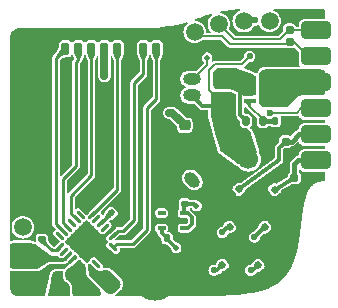
<source format=gbr>
%TF.GenerationSoftware,KiCad,Pcbnew,8.99.0-417-ga763d613e5*%
%TF.CreationDate,2024-07-02T15:16:59-04:00*%
%TF.ProjectId,kawaiiSD,6b617761-6969-4534-942e-6b696361645f,rev?*%
%TF.SameCoordinates,Original*%
%TF.FileFunction,Copper,L1,Top*%
%TF.FilePolarity,Positive*%
%FSLAX46Y46*%
G04 Gerber Fmt 4.6, Leading zero omitted, Abs format (unit mm)*
G04 Created by KiCad (PCBNEW 8.99.0-417-ga763d613e5) date 2024-07-02 15:16:59*
%MOMM*%
%LPD*%
G01*
G04 APERTURE LIST*
G04 Aperture macros list*
%AMRoundRect*
0 Rectangle with rounded corners*
0 $1 Rounding radius*
0 $2 $3 $4 $5 $6 $7 $8 $9 X,Y pos of 4 corners*
0 Add a 4 corners polygon primitive as box body*
4,1,4,$2,$3,$4,$5,$6,$7,$8,$9,$2,$3,0*
0 Add four circle primitives for the rounded corners*
1,1,$1+$1,$2,$3*
1,1,$1+$1,$4,$5*
1,1,$1+$1,$6,$7*
1,1,$1+$1,$8,$9*
0 Add four rect primitives between the rounded corners*
20,1,$1+$1,$2,$3,$4,$5,0*
20,1,$1+$1,$4,$5,$6,$7,0*
20,1,$1+$1,$6,$7,$8,$9,0*
20,1,$1+$1,$8,$9,$2,$3,0*%
%AMHorizOval*
0 Thick line with rounded ends*
0 $1 width*
0 $2 $3 position (X,Y) of the first rounded end (center of the circle)*
0 $4 $5 position (X,Y) of the second rounded end (center of the circle)*
0 Add line between two ends*
20,1,$1,$2,$3,$4,$5,0*
0 Add two circle primitives to create the rounded ends*
1,1,$1,$2,$3*
1,1,$1,$4,$5*%
G04 Aperture macros list end*
%TA.AperFunction,SMDPad,CuDef*%
%ADD10HorizOval,1.000000X-0.176777X0.176777X0.176777X-0.176777X0*%
%TD*%
%TA.AperFunction,SMDPad,CuDef*%
%ADD11O,1.500000X1.000000*%
%TD*%
%TA.AperFunction,SMDPad,CuDef*%
%ADD12C,1.500000*%
%TD*%
%TA.AperFunction,SMDPad,CuDef*%
%ADD13RoundRect,0.100000X0.225000X0.100000X-0.225000X0.100000X-0.225000X-0.100000X0.225000X-0.100000X0*%
%TD*%
%TA.AperFunction,SMDPad,CuDef*%
%ADD14RoundRect,0.175000X0.175000X-0.175000X0.175000X0.175000X-0.175000X0.175000X-0.175000X-0.175000X0*%
%TD*%
%TA.AperFunction,SMDPad,CuDef*%
%ADD15RoundRect,0.137500X0.019427X0.211979X-0.205840X0.054245X-0.019427X-0.211979X0.205840X-0.054245X0*%
%TD*%
%TA.AperFunction,SMDPad,CuDef*%
%ADD16RoundRect,0.145000X0.611522X0.251180X0.445184X0.488734X-0.611522X-0.251180X-0.445184X-0.488734X0*%
%TD*%
%TA.AperFunction,SMDPad,CuDef*%
%ADD17RoundRect,0.125000X0.174091X-0.030697X0.030697X0.174091X-0.174091X0.030697X-0.030697X-0.174091X0*%
%TD*%
%TA.AperFunction,SMDPad,CuDef*%
%ADD18RoundRect,0.150000X-0.150000X-0.250000X0.150000X-0.250000X0.150000X0.250000X-0.150000X0.250000X0*%
%TD*%
%TA.AperFunction,SMDPad,CuDef*%
%ADD19RoundRect,0.140000X0.170000X-0.140000X0.170000X0.140000X-0.170000X0.140000X-0.170000X-0.140000X0*%
%TD*%
%TA.AperFunction,SMDPad,CuDef*%
%ADD20RoundRect,0.225000X0.017678X-0.335876X0.335876X-0.017678X-0.017678X0.335876X-0.335876X0.017678X0*%
%TD*%
%TA.AperFunction,SMDPad,CuDef*%
%ADD21RoundRect,0.300000X-0.950000X-0.450000X0.950000X-0.450000X0.950000X0.450000X-0.950000X0.450000X0*%
%TD*%
%TA.AperFunction,SMDPad,CuDef*%
%ADD22RoundRect,0.101250X0.393750X-0.101250X0.393750X0.101250X-0.393750X0.101250X-0.393750X-0.101250X0*%
%TD*%
%TA.AperFunction,SMDPad,CuDef*%
%ADD23RoundRect,0.101250X0.153750X-0.101250X0.153750X0.101250X-0.153750X0.101250X-0.153750X-0.101250X0*%
%TD*%
%TA.AperFunction,SMDPad,CuDef*%
%ADD24RoundRect,0.095000X-0.855000X-1.022500X0.855000X-1.022500X0.855000X1.022500X-0.855000X1.022500X0*%
%TD*%
%TA.AperFunction,SMDPad,CuDef*%
%ADD25RoundRect,0.140000X-0.219203X-0.021213X-0.021213X-0.219203X0.219203X0.021213X0.021213X0.219203X0*%
%TD*%
%TA.AperFunction,SMDPad,CuDef*%
%ADD26RoundRect,0.175000X0.175000X0.175000X-0.175000X0.175000X-0.175000X-0.175000X0.175000X-0.175000X0*%
%TD*%
%TA.AperFunction,SMDPad,CuDef*%
%ADD27RoundRect,0.140000X-0.091230X-0.200442X0.179229X-0.127973X0.091230X0.200442X-0.179229X0.127973X0*%
%TD*%
%TA.AperFunction,SMDPad,CuDef*%
%ADD28RoundRect,0.062500X-0.220971X-0.309359X0.309359X0.220971X0.220971X0.309359X-0.309359X-0.220971X0*%
%TD*%
%TA.AperFunction,SMDPad,CuDef*%
%ADD29RoundRect,0.062500X0.220971X-0.309359X0.309359X-0.220971X-0.220971X0.309359X-0.309359X0.220971X0*%
%TD*%
%TA.AperFunction,HeatsinkPad*%
%ADD30RoundRect,0.187500X0.000000X-1.502602X1.502602X0.000000X0.000000X1.502602X-1.502602X0.000000X0*%
%TD*%
%TA.AperFunction,SMDPad,CuDef*%
%ADD31RoundRect,0.140000X-0.140000X-0.170000X0.140000X-0.170000X0.140000X0.170000X-0.140000X0.170000X0*%
%TD*%
%TA.AperFunction,SMDPad,CuDef*%
%ADD32RoundRect,0.175000X-0.175000X-0.375000X0.175000X-0.375000X0.175000X0.375000X-0.175000X0.375000X0*%
%TD*%
%TA.AperFunction,SMDPad,CuDef*%
%ADD33RoundRect,0.225000X-0.225000X-0.240000X0.225000X-0.240000X0.225000X0.240000X-0.225000X0.240000X0*%
%TD*%
%TA.AperFunction,SMDPad,CuDef*%
%ADD34RoundRect,0.195000X0.330000X-0.195000X0.330000X0.195000X-0.330000X0.195000X-0.330000X-0.195000X0*%
%TD*%
%TA.AperFunction,SMDPad,CuDef*%
%ADD35RoundRect,0.175000X-0.175000X-1.490000X0.175000X-1.490000X0.175000X1.490000X-0.175000X1.490000X0*%
%TD*%
%TA.AperFunction,SMDPad,CuDef*%
%ADD36RoundRect,0.215000X-0.215000X-1.185000X0.215000X-1.185000X0.215000X1.185000X-0.215000X1.185000X0*%
%TD*%
%TA.AperFunction,SMDPad,CuDef*%
%ADD37RoundRect,0.285000X-0.285000X-0.630000X0.285000X-0.630000X0.285000X0.630000X-0.285000X0.630000X0*%
%TD*%
%TA.AperFunction,SMDPad,CuDef*%
%ADD38RoundRect,0.250000X0.118542X0.523520X-0.364421X0.394110X-0.118542X-0.523520X0.364421X-0.394110X0*%
%TD*%
%TA.AperFunction,SMDPad,CuDef*%
%ADD39RoundRect,0.243750X-0.456250X0.243750X-0.456250X-0.243750X0.456250X-0.243750X0.456250X0.243750X0*%
%TD*%
%TA.AperFunction,SMDPad,CuDef*%
%ADD40RoundRect,0.175000X-0.175000X-0.175000X0.175000X-0.175000X0.175000X0.175000X-0.175000X0.175000X0*%
%TD*%
%TA.AperFunction,SMDPad,CuDef*%
%ADD41RoundRect,0.140000X0.140000X0.170000X-0.140000X0.170000X-0.140000X-0.170000X0.140000X-0.170000X0*%
%TD*%
%TA.AperFunction,SMDPad,CuDef*%
%ADD42RoundRect,0.225000X-0.250000X0.225000X-0.250000X-0.225000X0.250000X-0.225000X0.250000X0.225000X0*%
%TD*%
%TA.AperFunction,SMDPad,CuDef*%
%ADD43RoundRect,0.225000X0.225000X0.250000X-0.225000X0.250000X-0.225000X-0.250000X0.225000X-0.250000X0*%
%TD*%
%TA.AperFunction,SMDPad,CuDef*%
%ADD44RoundRect,0.135000X-0.135000X-0.185000X0.135000X-0.185000X0.135000X0.185000X-0.135000X0.185000X0*%
%TD*%
%TA.AperFunction,ViaPad*%
%ADD45C,0.600000*%
%TD*%
%TA.AperFunction,ViaPad*%
%ADD46C,0.550000*%
%TD*%
%TA.AperFunction,ViaPad*%
%ADD47C,0.500000*%
%TD*%
%TA.AperFunction,ViaPad*%
%ADD48C,1.700000*%
%TD*%
%TA.AperFunction,ViaPad*%
%ADD49C,4.000000*%
%TD*%
%TA.AperFunction,Conductor*%
%ADD50C,0.300000*%
%TD*%
%TA.AperFunction,Conductor*%
%ADD51C,0.200000*%
%TD*%
%TA.AperFunction,Conductor*%
%ADD52C,0.650000*%
%TD*%
%TA.AperFunction,Conductor*%
%ADD53C,0.250000*%
%TD*%
%TA.AperFunction,Conductor*%
%ADD54C,0.400000*%
%TD*%
G04 APERTURE END LIST*
D10*
%TO.P,TP6,1,1*%
%TO.N,Mode*%
X161290041Y-114754906D03*
%TD*%
D11*
%TO.P,TP4,1,1*%
%TO.N,GND*%
X161240041Y-104804906D03*
%TD*%
%TO.P,TP5,1,1*%
%TO.N,+5V*%
X161240041Y-107604906D03*
%TD*%
%TO.P,TP10,1,1*%
%TO.N,RGB_OUT*%
X161240041Y-106204906D03*
%TD*%
D12*
%TO.P,TP19,1,1*%
%TO.N,P1*%
X167840041Y-101304906D03*
%TD*%
D13*
%TO.P,U3,1,VIN*%
%TO.N,+5V*%
X160590041Y-118854906D03*
%TO.P,U3,2,GND*%
%TO.N,GND*%
X160590039Y-118204907D03*
%TO.P,U3,3,EN*%
%TO.N,+5V*%
X160590041Y-117554906D03*
%TO.P,U3,4,NC*%
%TO.N,unconnected-(U3-NC-Pad4)*%
X158690041Y-117554906D03*
%TO.P,U3,5,VOUT*%
%TO.N,+1V8_ALW*%
X158690041Y-118854906D03*
%TD*%
D14*
%TO.P,D9,1,A1*%
%TO.N,GND*%
X168090041Y-111504906D03*
%TO.P,D9,2,A2*%
%TO.N,AUDIO_L*%
X169190041Y-111504906D03*
%TD*%
D12*
%TO.P,TP25,1,1*%
%TO.N,P4*%
X161494403Y-102235145D03*
%TD*%
%TO.P,TP1,1,1*%
%TO.N,D+*%
X146943248Y-123480230D03*
%TD*%
D15*
%TO.P,J5,1,SIGNAL*%
%TO.N,Pr*%
X163838715Y-121945668D03*
D16*
%TO.P,J5,2,GND*%
%TO.N,GND*%
X162489408Y-121718521D03*
D17*
%TO.P,J5,3,GND_2*%
X162220889Y-123078482D03*
D16*
%TO.P,J5,4,GND_3*%
X163590674Y-123291291D03*
%TD*%
D18*
%TO.P,Z1,1,K*%
%TO.N,Net-(Z1-K)*%
X165840041Y-109774906D03*
%TO.P,Z1,2,A*%
%TO.N,Net-(Q1-G)*%
X167240041Y-109774906D03*
%TD*%
D19*
%TO.P,C12,1*%
%TO.N,+5V*%
X160640041Y-116784908D03*
%TO.P,C12,2*%
%TO.N,GND*%
X160640041Y-115824904D03*
%TD*%
D15*
%TO.P,J3,1,SIGNAL*%
%TO.N,CVBS*%
X166856490Y-121988488D03*
D16*
%TO.P,J3,2,GND*%
%TO.N,GND*%
X165507183Y-121761341D03*
D17*
%TO.P,J3,3,GND_2*%
X165238664Y-123121302D03*
D16*
%TO.P,J3,4,GND_3*%
X166608449Y-123334111D03*
%TD*%
D20*
%TO.P,C4,1*%
%TO.N,SD_VCC*%
X153863006Y-123128238D03*
%TO.P,C4,2*%
%TO.N,GND*%
X154959022Y-122032222D03*
%TD*%
D21*
%TO.P,VIN1,1,1*%
%TO.N,VIN*%
X171740041Y-106504906D03*
%TD*%
D22*
%TO.P,Q1,1,S*%
%TO.N,Net-(Z1-K)*%
X166205041Y-106114906D03*
%TO.P,Q1,2,S*%
X166205041Y-106774906D03*
%TO.P,Q1,3,S*%
X166205041Y-107434906D03*
%TO.P,Q1,4,G*%
%TO.N,Net-(Q1-G)*%
X166205041Y-108094906D03*
D23*
%TO.P,Q1,5,D*%
%TO.N,VIN*%
X169315041Y-108094906D03*
%TO.P,Q1,6,D*%
X169315041Y-107434906D03*
%TO.P,Q1,7,D*%
X169315041Y-106774906D03*
%TO.P,Q1,8,D*%
X169315041Y-106114906D03*
D24*
%TO.P,Q1,9,D*%
X168240041Y-107104906D03*
%TD*%
D25*
%TO.P,C5,1*%
%TO.N,Net-(U1-SDREG)*%
X154408568Y-117590559D03*
%TO.P,C5,2*%
%TO.N,GND*%
X155087390Y-118269381D03*
%TD*%
D26*
%TO.P,D7,1,A1*%
%TO.N,P3*%
X169540041Y-102054906D03*
%TO.P,D7,2,A2*%
%TO.N,GND*%
X169540041Y-100954906D03*
%TD*%
D27*
%TO.P,C9,1*%
%TO.N,+5V*%
X166017989Y-111334237D03*
%TO.P,C9,2*%
%TO.N,GND*%
X166945277Y-111085769D03*
%TD*%
D26*
%TO.P,D8,1,A1*%
%TO.N,GND*%
X169940041Y-115654906D03*
%TO.P,D8,2,A2*%
%TO.N,AUDIO_R*%
X169940041Y-114554906D03*
%TD*%
D12*
%TO.P,TP24,1,1*%
%TO.N,P3*%
X163533275Y-101559043D03*
%TD*%
D21*
%TO.P,TP22,1,1*%
%TO.N,AUDIO_R*%
X171740041Y-113104906D03*
%TD*%
D28*
%TO.P,U1,1,VDD*%
%TO.N,Net-(U1-VDD)*%
X150073228Y-120466366D03*
%TO.P,U1,2*%
%TO.N,N/C*%
X150426782Y-120819919D03*
%TO.P,U1,3,D-*%
%TO.N,D-*%
X150780335Y-121173473D03*
%TO.P,U1,4,D+*%
%TO.N,D+*%
X151133888Y-121527026D03*
%TO.P,U1,5,AVDD33*%
%TO.N,+3.3V*%
X151487442Y-121880579D03*
%TO.P,U1,6,DVDD33*%
X151840995Y-122234133D03*
D29*
%TO.P,U1,7,SD_VCC*%
%TO.N,SD_VCC*%
X152813267Y-122234133D03*
%TO.P,U1,8*%
%TO.N,N/C*%
X153166820Y-121880579D03*
%TO.P,U1,9,PIO5*%
%TO.N,GND*%
X153520374Y-121527026D03*
%TO.P,U1,10,SD_CDZ*%
X153873927Y-121173473D03*
%TO.P,U1,11,SD_WP*%
X154227480Y-120819919D03*
%TO.P,U1,12,SD_D1*%
%TO.N,SD_D1*%
X154581034Y-120466366D03*
D28*
%TO.P,U1,13,SD_D0*%
%TO.N,SD_D0*%
X154581034Y-119494094D03*
%TO.P,U1,14,PIO0*%
%TO.N,GND*%
X154227480Y-119140541D03*
%TO.P,U1,15*%
%TO.N,N/C*%
X153873927Y-118786987D03*
%TO.P,U1,16,SDREG*%
%TO.N,Net-(U1-SDREG)*%
X153520374Y-118433434D03*
%TO.P,U1,17*%
%TO.N,N/C*%
X153166820Y-118079881D03*
%TO.P,U1,18,SD_CLK*%
%TO.N,SD_CLK*%
X152813267Y-117726327D03*
D29*
%TO.P,U1,19*%
%TO.N,N/C*%
X151840995Y-117726327D03*
%TO.P,U1,20,SD_CMD*%
%TO.N,SD_CMD*%
X151487442Y-118079881D03*
%TO.P,U1,21*%
%TO.N,N/C*%
X151133888Y-118433434D03*
%TO.P,U1,22,SD_D3*%
%TO.N,SD_D3*%
X150780335Y-118786987D03*
%TO.P,U1,23,SD_D2*%
%TO.N,SD_D2*%
X150426782Y-119140541D03*
%TO.P,U1,24*%
%TO.N,N/C*%
X150073228Y-119494094D03*
D30*
%TO.P,U1,25,EP*%
%TO.N,GND*%
X152327131Y-119980230D03*
%TD*%
D12*
%TO.P,TP2,1,1*%
%TO.N,D-*%
X146943248Y-121280230D03*
%TD*%
D15*
%TO.P,J2,1,SIGNAL*%
%TO.N,Y*%
X167438715Y-118745668D03*
D16*
%TO.P,J2,2,GND*%
%TO.N,GND*%
X166089408Y-118518521D03*
D17*
%TO.P,J2,3,GND_2*%
X165820889Y-119878482D03*
D16*
%TO.P,J2,4,GND_3*%
X167190674Y-120091291D03*
%TD*%
D12*
%TO.P,TP3,1,1*%
%TO.N,+3.3V*%
X146943248Y-118780230D03*
%TD*%
%TO.P,TP23,1,1*%
%TO.N,P2*%
X165640041Y-101314872D03*
%TD*%
D31*
%TO.P,C13,1*%
%TO.N,+1V8_ALW*%
X159160039Y-119704906D03*
%TO.P,C13,2*%
%TO.N,GND*%
X160120043Y-119704906D03*
%TD*%
D21*
%TO.P,TP18,1,1*%
%TO.N,P4*%
X171740041Y-104304906D03*
%TD*%
D15*
%TO.P,J7,1,SIGNAL*%
%TO.N,AUDIO_R*%
X168256489Y-115588489D03*
D16*
%TO.P,J7,2,GND*%
%TO.N,GND*%
X166907183Y-115361340D03*
D17*
%TO.P,J7,3,GND_2*%
X166638664Y-116721302D03*
D16*
%TO.P,J7,4,GND_3*%
X168008449Y-116934112D03*
%TD*%
D21*
%TO.P,TP21,1,1*%
%TO.N,AUDIO_L*%
X171740041Y-110904906D03*
%TD*%
%TO.P,TP17,1,1*%
%TO.N,P3*%
X171740041Y-102104906D03*
%TD*%
D32*
%TO.P,J1,1,DAT2*%
%TO.N,SD_D2*%
X150552131Y-103640230D03*
%TO.P,J1,2,CD/DAT3*%
%TO.N,SD_D3*%
X151652131Y-103640230D03*
%TO.P,J1,3,CMD*%
%TO.N,SD_CMD*%
X152752131Y-103640230D03*
%TO.P,J1,4,VDD*%
%TO.N,SD_VCC*%
X153852131Y-103640230D03*
%TO.P,J1,5,CLK*%
%TO.N,SD_CLK*%
X154952131Y-103640230D03*
%TO.P,J1,6,VSS*%
%TO.N,GND*%
X156052131Y-103640230D03*
%TO.P,J1,7,DAT0*%
%TO.N,SD_D0*%
X157152131Y-103640230D03*
%TO.P,J1,8,DAT1*%
%TO.N,SD_D1*%
X158252131Y-103640230D03*
D33*
%TO.P,J1,9,DETECT_LEVER*%
%TO.N,GND*%
X148762131Y-116105230D03*
D34*
%TO.P,J1,10,DETECT_SWITCH*%
X153027131Y-116180230D03*
D35*
%TO.P,J1,11*%
X159412131Y-114905230D03*
D36*
%TO.P,J1,12*%
X159332131Y-104140230D03*
D37*
%TO.P,J1,13*%
X146672131Y-103655230D03*
D35*
%TO.P,J1,14*%
X146452131Y-114905230D03*
%TD*%
D38*
%TO.P,C14,1*%
%TO.N,+5V*%
X164257670Y-111259028D03*
%TO.P,C14,2*%
%TO.N,GND*%
X162422412Y-111750784D03*
%TD*%
D19*
%TO.P,C1,1*%
%TO.N,Net-(U1-VDD)*%
X148543248Y-119795159D03*
%TO.P,C1,2*%
%TO.N,GND*%
X148543248Y-118835159D03*
%TD*%
D21*
%TO.P,TP20,1,1*%
%TO.N,Mode*%
X171740041Y-108704906D03*
%TD*%
D39*
%TO.P,F1,1*%
%TO.N,Net-(Z1-K)*%
X164040041Y-106167406D03*
%TO.P,F1,2*%
%TO.N,+5V*%
X164040041Y-108042406D03*
%TD*%
D40*
%TO.P,D6,1,A1*%
%TO.N,P4*%
X169540041Y-103054906D03*
%TO.P,D6,2,A2*%
%TO.N,GND*%
X169540041Y-104154906D03*
%TD*%
D15*
%TO.P,J6,1,SIGNAL*%
%TO.N,AUDIO_L*%
X165238714Y-115545669D03*
D16*
%TO.P,J6,2,GND*%
%TO.N,GND*%
X163889408Y-115318520D03*
D17*
%TO.P,J6,3,GND_2*%
X163620889Y-116678482D03*
D16*
%TO.P,J6,4,GND_3*%
X164990674Y-116891292D03*
%TD*%
D41*
%TO.P,C3,1*%
%TO.N,+3.3V*%
X150991014Y-122780230D03*
%TO.P,C3,2*%
%TO.N,GND*%
X150031014Y-122780230D03*
%TD*%
D42*
%TO.P,C6,1*%
%TO.N,SD_VCC*%
X160640041Y-110129906D03*
%TO.P,C6,2*%
%TO.N,GND*%
X160640041Y-111679906D03*
%TD*%
D43*
%TO.P,C2,1*%
%TO.N,+3.3V*%
X151886014Y-123880230D03*
%TO.P,C2,2*%
%TO.N,GND*%
X150336014Y-123880230D03*
%TD*%
D38*
%TO.P,C8,1*%
%TO.N,+5V*%
X163957670Y-109559028D03*
%TO.P,C8,2*%
%TO.N,GND*%
X162122412Y-110050784D03*
%TD*%
D15*
%TO.P,J4,1,SIGNAL*%
%TO.N,Pb*%
X164438715Y-118745668D03*
D16*
%TO.P,J4,2,GND*%
%TO.N,GND*%
X163089408Y-118518521D03*
D17*
%TO.P,J4,3,GND_2*%
X162820889Y-119878482D03*
D16*
%TO.P,J4,4,GND_3*%
X164190674Y-120091291D03*
%TD*%
D44*
%TO.P,R1,1*%
%TO.N,Net-(Q1-G)*%
X168330041Y-109774906D03*
%TO.P,R1,2*%
%TO.N,GND*%
X169350041Y-109774906D03*
%TD*%
D45*
%TO.N,Mode*%
X161290041Y-114754906D03*
X167859301Y-109050532D03*
D46*
%TO.N,GND*%
X162306657Y-101296873D03*
X168771306Y-104827053D03*
X163481281Y-103184043D03*
D47*
%TO.N,RGB_OUT*%
X162540041Y-104404906D03*
D46*
%TO.N,GND*%
X166657244Y-110487942D03*
X162740041Y-114804906D03*
X161513468Y-111985323D03*
X161459772Y-111093969D03*
X158340041Y-113304906D03*
X158340041Y-116204906D03*
D47*
%TO.N,+5V*%
X161640041Y-116954906D03*
%TO.N,+1V8_ALW*%
X159913197Y-120504906D03*
D46*
%TO.N,GND*%
X169287360Y-118714114D03*
X169265260Y-121152064D03*
X165490041Y-124004906D03*
X164077678Y-121020176D03*
X165990041Y-120804906D03*
X169140041Y-116004906D03*
X162340041Y-117604906D03*
X155858677Y-124150822D03*
X152090758Y-105147254D03*
X154550157Y-102376658D03*
X148798601Y-115103058D03*
X160199244Y-103277330D03*
X170419763Y-100769269D03*
X155322786Y-102436862D03*
X155504855Y-117507565D03*
X157427080Y-102510328D03*
X147341614Y-113551637D03*
X159931061Y-121260195D03*
X155252406Y-116661120D03*
X158313732Y-120538545D03*
X159216906Y-120758586D03*
X151943248Y-116480230D03*
X160067758Y-102455542D03*
X166802801Y-102116728D03*
X147044821Y-112877107D03*
X156314648Y-105334532D03*
X153717322Y-102326487D03*
X148097089Y-115332399D03*
X153843248Y-110480230D03*
X157173697Y-107578171D03*
X155695773Y-104786793D03*
X146352256Y-105095912D03*
X155476177Y-120874875D03*
X147777106Y-103801507D03*
X147328124Y-114361074D03*
X147747003Y-103028877D03*
D48*
X163440041Y-113504906D03*
D46*
X156747635Y-102386692D03*
X149492952Y-124174210D03*
X152844351Y-102366623D03*
X152327131Y-119980230D03*
X171260395Y-114562308D03*
X155961333Y-119490374D03*
X154004058Y-115334200D03*
X147301142Y-115858533D03*
X168571211Y-110694697D03*
X156035211Y-102697750D03*
X148812091Y-117072688D03*
D49*
X158127131Y-122980230D03*
D46*
X147395808Y-102376658D03*
X150499573Y-113393167D03*
X169630095Y-112703779D03*
X151921209Y-102356589D03*
X157507760Y-106615629D03*
X158172168Y-102378842D03*
X160432670Y-122016859D03*
X147341614Y-115170511D03*
X148543248Y-118155674D03*
X147757037Y-104624307D03*
X150155199Y-102306419D03*
X150657675Y-104842343D03*
X146302837Y-112742201D03*
X167120281Y-104702042D03*
X151048238Y-102326487D03*
X159114484Y-102236399D03*
X151148941Y-114896808D03*
X158376340Y-109116118D03*
X149608107Y-123433213D03*
X147074715Y-105065810D03*
X171522538Y-100745468D03*
D45*
%TO.N,SD_VCC*%
X153852131Y-105280230D03*
X153852131Y-105971347D03*
D46*
X159343248Y-109080230D03*
X154827131Y-123480230D03*
X154427131Y-123880230D03*
D45*
X153852131Y-104580230D03*
%TO.N,+3.3V*%
X147243248Y-119080230D03*
D46*
X151827131Y-122980230D03*
%TO.N,+5V*%
X166140041Y-104304906D03*
D48*
X166040041Y-113004906D03*
D46*
%TO.N,Pr*%
X163140041Y-122404906D03*
%TO.N,Pb*%
X163840041Y-119204906D03*
D45*
%TO.N,P1*%
X167840041Y-101304906D03*
%TO.N,P2*%
X166592838Y-101221288D03*
D46*
%TO.N,Y*%
X166550288Y-119605800D03*
%TO.N,CVBS*%
X166240041Y-122404906D03*
%TD*%
D50*
%TO.N,+1V8_ALW*%
X159913197Y-120504906D02*
X159160039Y-119751748D01*
X159160039Y-119751748D02*
X159160039Y-119704906D01*
X158690041Y-119234908D02*
X159160039Y-119704906D01*
X158690041Y-118854906D02*
X158690041Y-119234908D01*
%TO.N,+5V*%
X161470043Y-116784908D02*
X160640041Y-116784908D01*
X161640041Y-116954906D02*
X161470043Y-116784908D01*
%TO.N,Y*%
X167410419Y-118745669D02*
X167438715Y-118745669D01*
X166550288Y-119605800D02*
X167410419Y-118745669D01*
D51*
%TO.N,Mode*%
X170144416Y-109050532D02*
X167859301Y-109050532D01*
X170490042Y-108704906D02*
X170144416Y-109050532D01*
X171740041Y-108704906D02*
X170490042Y-108704906D01*
%TO.N,P3*%
X164829138Y-102854906D02*
X163533275Y-101559043D01*
X168696545Y-102854906D02*
X164829138Y-102854906D01*
X169496545Y-102054906D02*
X168696545Y-102854906D01*
X169540041Y-102054906D02*
X169496545Y-102054906D01*
%TO.N,P4*%
X161868301Y-102609043D02*
X161494403Y-102235145D01*
X163844178Y-102609043D02*
X161868301Y-102609043D01*
X164490041Y-103254906D02*
X163844178Y-102609043D01*
X169340041Y-103254906D02*
X164490041Y-103254906D01*
X169540041Y-103054906D02*
X169340041Y-103254906D01*
%TO.N,P2*%
X166499254Y-101314872D02*
X165640041Y-101314872D01*
X166592838Y-101221288D02*
X166499254Y-101314872D01*
%TO.N,RGB_OUT*%
X161389919Y-106204906D02*
X161240041Y-106204906D01*
X162540041Y-105054784D02*
X161389919Y-106204906D01*
X162540041Y-104404906D02*
X162540041Y-105054784D01*
D50*
%TO.N,+5V*%
X162140041Y-108504906D02*
X161240041Y-107604906D01*
X163577541Y-108504906D02*
X162140041Y-108504906D01*
X164040041Y-108042406D02*
X163577541Y-108504906D01*
X161265039Y-118504907D02*
X160915040Y-118854906D01*
X161265039Y-117915739D02*
X161265039Y-118504907D01*
X160904206Y-117554906D02*
X161265039Y-117915739D01*
X160590041Y-117554906D02*
X160904206Y-117554906D01*
X160915040Y-118854906D02*
X160590041Y-118854906D01*
X160590041Y-117554906D02*
X160590041Y-116834908D01*
X160590041Y-116834908D02*
X160640041Y-116784908D01*
D52*
%TO.N,SD_VCC*%
X159590365Y-109080230D02*
X159343248Y-109080230D01*
X160640041Y-110129906D02*
X159590365Y-109080230D01*
D51*
%TO.N,GND*%
X169540041Y-104154906D02*
X169540041Y-104204906D01*
X169590041Y-104204906D02*
X169540041Y-104154906D01*
D53*
%TO.N,Net-(U1-VDD)*%
X149813199Y-120726395D02*
X149381948Y-120726395D01*
X150073228Y-120466366D02*
X149813199Y-120726395D01*
X148543248Y-119887695D02*
X148543248Y-119795159D01*
X149381948Y-120726395D02*
X148543248Y-119887695D01*
D52*
%TO.N,SD_VCC*%
X153852131Y-105280230D02*
X153852131Y-105971347D01*
X153852131Y-105971347D02*
X153843248Y-105980230D01*
X153852131Y-103640230D02*
X153852131Y-105280230D01*
D53*
%TO.N,Net-(U1-SDREG)*%
X153520374Y-118433434D02*
X154363249Y-117590559D01*
X154363249Y-117590559D02*
X154408568Y-117590559D01*
%TO.N,SD_D0*%
X155443248Y-119080230D02*
X156343248Y-118180230D01*
X156343248Y-106580230D02*
X157152131Y-105771347D01*
X154994898Y-119080230D02*
X155443248Y-119080230D01*
X156343248Y-118180230D02*
X156343248Y-106580230D01*
X157152131Y-105771347D02*
X157152131Y-103640230D01*
X154581034Y-119494094D02*
X154994898Y-119080230D01*
%TO.N,SD_D3*%
X151443248Y-104780230D02*
X151652131Y-104571347D01*
X150343248Y-118349900D02*
X150343248Y-114680230D01*
X151443248Y-113580230D02*
X151443248Y-104780230D01*
X151652131Y-104571347D02*
X151652131Y-103640230D01*
X150780335Y-118786987D02*
X150343248Y-118349900D01*
X150343248Y-114680230D02*
X151443248Y-113580230D01*
%TO.N,SD_CLK*%
X154943248Y-115596346D02*
X154943248Y-114080230D01*
X152813267Y-117726327D02*
X154943248Y-115596346D01*
X154952131Y-114071347D02*
X154952131Y-103640230D01*
X154943248Y-114080230D02*
X154952131Y-114071347D01*
%TO.N,SD_D1*%
X154581034Y-120466366D02*
X154601325Y-120466366D01*
X156243248Y-120180230D02*
X157443248Y-118980230D01*
X158252131Y-107871347D02*
X158252131Y-103640230D01*
X157443248Y-108680230D02*
X158252131Y-107871347D01*
X154887461Y-120180230D02*
X156243248Y-120180230D01*
X154601325Y-120466366D02*
X154887461Y-120180230D01*
X157443248Y-118980230D02*
X157443248Y-108680230D01*
%TO.N,SD_D2*%
X150426782Y-119140541D02*
X149743248Y-118457007D01*
X149743248Y-104449113D02*
X150552131Y-103640230D01*
X149743248Y-118457007D02*
X149743248Y-104449113D01*
%TO.N,SD_CMD*%
X151043248Y-117635687D02*
X151487442Y-118079881D01*
X151043248Y-116080230D02*
X151043248Y-117635687D01*
X152752131Y-103640230D02*
X152752131Y-114371347D01*
X152752131Y-114371347D02*
X151043248Y-116080230D01*
D51*
%TO.N,+5V*%
X162683475Y-107121934D02*
X162683475Y-105477036D01*
X164040041Y-108042406D02*
X163603947Y-108042406D01*
X163603947Y-108042406D02*
X162683475Y-107121934D01*
X165463088Y-104981859D02*
X166140041Y-104304906D01*
X162683475Y-105477036D02*
X163178652Y-104981859D01*
X163178652Y-104981859D02*
X165463088Y-104981859D01*
D50*
%TO.N,Pr*%
X163838715Y-121945669D02*
X163379478Y-122404906D01*
X163379478Y-122404906D02*
X163140041Y-122404906D01*
%TO.N,Pb*%
X164299278Y-118745669D02*
X163840041Y-119204906D01*
X164438715Y-118745669D02*
X164299278Y-118745669D01*
D51*
%TO.N,P4*%
X171740041Y-104304906D02*
X171240041Y-103804906D01*
X171240041Y-103804906D02*
X170640041Y-103804906D01*
X170640041Y-103804906D02*
X169890041Y-103054906D01*
X169890041Y-103054906D02*
X169540041Y-103054906D01*
%TO.N,P3*%
X171740041Y-102104906D02*
X169590041Y-102104906D01*
X169590041Y-102104906D02*
X169540041Y-102054906D01*
D54*
%TO.N,AUDIO_R*%
X169940041Y-113404906D02*
X169940041Y-114554906D01*
X170240041Y-113104906D02*
X169940041Y-113404906D01*
D50*
X168256489Y-115588489D02*
X169940041Y-114554906D01*
D54*
X171740041Y-113104906D02*
X170240041Y-113104906D01*
D50*
%TO.N,AUDIO_L*%
X168640041Y-112054906D02*
X169190041Y-111504906D01*
D54*
X169690041Y-111504906D02*
X170290041Y-110904906D01*
X170290041Y-110904906D02*
X171740041Y-110904906D01*
D50*
X168640041Y-113104906D02*
X168640041Y-112054906D01*
X165238714Y-115545669D02*
X168640041Y-113104906D01*
D54*
X169690041Y-111504906D02*
X169190041Y-111504906D01*
D50*
%TO.N,Net-(Z1-K)*%
X165355041Y-106994103D02*
X165363125Y-106986019D01*
X165840041Y-109704906D02*
X165440041Y-109304906D01*
X165440041Y-109304906D02*
X165355041Y-109219906D01*
X165840041Y-109774906D02*
X165840041Y-109704906D01*
X165355041Y-109219906D02*
X165355041Y-106994103D01*
D51*
%TO.N,Net-(Q1-G)*%
X166151021Y-108164906D02*
X166197773Y-108211658D01*
X165992541Y-108352406D02*
X165992541Y-108307406D01*
X165992541Y-108352406D02*
X166197773Y-108557638D01*
X166197773Y-108557638D02*
X167240041Y-109599906D01*
X167240041Y-109599906D02*
X167240041Y-109774906D01*
X165805041Y-108164906D02*
X165992541Y-108352406D01*
D54*
X167240041Y-109774906D02*
X168330041Y-109774906D01*
D51*
X165805041Y-108164906D02*
X166151021Y-108164906D01*
X165992541Y-108307406D02*
X166205041Y-108094906D01*
X166197773Y-108211658D02*
X166197773Y-108557638D01*
D50*
%TO.N,CVBS*%
X166440073Y-122404906D02*
X166240041Y-122404906D01*
X166856490Y-121988489D02*
X166440073Y-122404906D01*
%TD*%
%TA.AperFunction,Conductor*%
%TO.N,Net-(Z1-K)*%
G36*
X164954152Y-105305146D02*
G01*
X164964655Y-105306069D01*
X165033216Y-105312098D01*
X165043978Y-105314006D01*
X165120628Y-105334652D01*
X165125820Y-105336297D01*
X166367398Y-105790670D01*
X166376057Y-105794611D01*
X166496532Y-105860947D01*
X166511579Y-105872525D01*
X166603233Y-105968480D01*
X166614111Y-105984044D01*
X166672723Y-106103093D01*
X166678425Y-106121205D01*
X166699316Y-106257137D01*
X166700041Y-106266631D01*
X166700041Y-107138311D01*
X166699506Y-107146469D01*
X166684248Y-107262361D01*
X166680026Y-107278120D01*
X166636873Y-107382302D01*
X166628715Y-107396432D01*
X166560068Y-107485895D01*
X166548530Y-107497433D01*
X166459067Y-107566080D01*
X166444937Y-107574238D01*
X166340755Y-107617391D01*
X166324996Y-107621613D01*
X166209105Y-107636871D01*
X166200947Y-107637406D01*
X165831192Y-107637406D01*
X165823994Y-107636990D01*
X165805235Y-107634814D01*
X165720359Y-107624972D01*
X165706343Y-107621677D01*
X165608208Y-107586262D01*
X165601578Y-107583427D01*
X165065997Y-107316888D01*
X165056110Y-107310759D01*
X164968723Y-107244579D01*
X164968716Y-107244574D01*
X164953085Y-107233833D01*
X164943331Y-107227773D01*
X164943316Y-107227764D01*
X164926793Y-107218528D01*
X164926791Y-107218527D01*
X164926775Y-107218518D01*
X164840757Y-107175508D01*
X164829975Y-107170501D01*
X164823330Y-107167646D01*
X164823321Y-107167642D01*
X164823313Y-107167639D01*
X164812231Y-107163255D01*
X164713761Y-107127564D01*
X164713735Y-107127555D01*
X164690937Y-107120758D01*
X164690921Y-107120754D01*
X164676889Y-107117441D01*
X164676872Y-107117438D01*
X164653424Y-107113319D01*
X164596748Y-107106720D01*
X164549371Y-107101204D01*
X164543367Y-107100680D01*
X164537477Y-107100167D01*
X164530279Y-107099750D01*
X164520358Y-107099463D01*
X164518376Y-107099406D01*
X164518374Y-107099406D01*
X163502358Y-107099406D01*
X163494201Y-107098871D01*
X163480863Y-107097115D01*
X163418787Y-107088942D01*
X163403028Y-107084719D01*
X163297643Y-107041067D01*
X163283513Y-107032909D01*
X163193015Y-106963467D01*
X163181479Y-106951931D01*
X163112037Y-106861433D01*
X163103879Y-106847303D01*
X163060227Y-106741918D01*
X163056004Y-106726158D01*
X163040576Y-106608969D01*
X163040041Y-106600811D01*
X163040041Y-105809000D01*
X163040576Y-105800842D01*
X163056004Y-105683653D01*
X163060227Y-105667893D01*
X163103879Y-105562508D01*
X163112037Y-105548378D01*
X163181481Y-105457877D01*
X163193012Y-105446346D01*
X163283513Y-105376901D01*
X163297643Y-105368744D01*
X163375965Y-105336302D01*
X163403029Y-105325091D01*
X163418787Y-105320869D01*
X163535977Y-105305440D01*
X163544135Y-105304906D01*
X164948678Y-105304906D01*
X164954152Y-105305146D01*
G37*
%TD.AperFunction*%
%TD*%
%TA.AperFunction,Conductor*%
%TO.N,VIN*%
G36*
X172188974Y-105405441D02*
G01*
X172306162Y-105420869D01*
X172321922Y-105425092D01*
X172427307Y-105468744D01*
X172441435Y-105476901D01*
X172459956Y-105491112D01*
X172483875Y-105532538D01*
X172484410Y-105540697D01*
X172484410Y-107469114D01*
X172466104Y-107513308D01*
X172459958Y-107518698D01*
X172441437Y-107532910D01*
X172427307Y-107541067D01*
X172389068Y-107556907D01*
X172321921Y-107584720D01*
X172306162Y-107588942D01*
X172188974Y-107604371D01*
X172180816Y-107604906D01*
X170547141Y-107604906D01*
X170417745Y-107621941D01*
X170417741Y-107621942D01*
X170417738Y-107621942D01*
X170417738Y-107621943D01*
X170297148Y-107671893D01*
X170193592Y-107751354D01*
X169489389Y-108455557D01*
X169483243Y-108460948D01*
X169389459Y-108532911D01*
X169375329Y-108541068D01*
X169269946Y-108584719D01*
X169254186Y-108588942D01*
X169136998Y-108604371D01*
X169128840Y-108604906D01*
X168109999Y-108604906D01*
X168076208Y-108594984D01*
X168069355Y-108590579D01*
X168069349Y-108590577D01*
X167931264Y-108550032D01*
X167931262Y-108550032D01*
X167787340Y-108550032D01*
X167787338Y-108550032D01*
X167649252Y-108590577D01*
X167649246Y-108590579D01*
X167642394Y-108594984D01*
X167608603Y-108604906D01*
X167444135Y-108604906D01*
X167435977Y-108604371D01*
X167318788Y-108588942D01*
X167303028Y-108584719D01*
X167197643Y-108541067D01*
X167183513Y-108532909D01*
X167093015Y-108463467D01*
X167081479Y-108451931D01*
X167012037Y-108361433D01*
X167003879Y-108347303D01*
X166960227Y-108241918D01*
X166956004Y-108226158D01*
X166940576Y-108108969D01*
X166940041Y-108100811D01*
X166940041Y-105909000D01*
X166940576Y-105900842D01*
X166956004Y-105783653D01*
X166960227Y-105767893D01*
X167003879Y-105662508D01*
X167012037Y-105648378D01*
X167081481Y-105557877D01*
X167093012Y-105546346D01*
X167183513Y-105476901D01*
X167197643Y-105468744D01*
X167303029Y-105425091D01*
X167318787Y-105420869D01*
X167435977Y-105405440D01*
X167444135Y-105404906D01*
X172180816Y-105404906D01*
X172188974Y-105405441D01*
G37*
%TD.AperFunction*%
%TD*%
%TA.AperFunction,Conductor*%
%TO.N,SD_VCC*%
G36*
X152639149Y-121900794D02*
G01*
X152673559Y-121920660D01*
X152686504Y-121930593D01*
X153048118Y-122292207D01*
X153163028Y-122378028D01*
X153229560Y-122402589D01*
X153242630Y-122409251D01*
X153267563Y-122425911D01*
X153285171Y-122437677D01*
X153285172Y-122437677D01*
X153285173Y-122437678D01*
X153336482Y-122447884D01*
X153387790Y-122458090D01*
X153387791Y-122458090D01*
X153387792Y-122458090D01*
X153421996Y-122451286D01*
X153490408Y-122437678D01*
X153490411Y-122437675D01*
X153494460Y-122435999D01*
X153513499Y-122431431D01*
X153993329Y-122393878D01*
X154002290Y-122393823D01*
X154131890Y-122402364D01*
X154149419Y-122406096D01*
X154266968Y-122449492D01*
X154282722Y-122458048D01*
X154386771Y-122535757D01*
X154393566Y-122541639D01*
X155068027Y-123216100D01*
X155073418Y-123222246D01*
X155145381Y-123316030D01*
X155153538Y-123330160D01*
X155197189Y-123435543D01*
X155201412Y-123451303D01*
X155216301Y-123564398D01*
X155216301Y-123580714D01*
X155201412Y-123693808D01*
X155197189Y-123709568D01*
X155153537Y-123814953D01*
X155145380Y-123829083D01*
X155073423Y-123922859D01*
X155068032Y-123929005D01*
X154720276Y-124276761D01*
X154714130Y-124282152D01*
X154620347Y-124354114D01*
X154606217Y-124362271D01*
X154500834Y-124405922D01*
X154485074Y-124410145D01*
X154371980Y-124425034D01*
X154355664Y-124425034D01*
X154242573Y-124410146D01*
X154226813Y-124405923D01*
X154121423Y-124362269D01*
X154107293Y-124354112D01*
X154013513Y-124282152D01*
X154007367Y-124276761D01*
X153561220Y-123830614D01*
X153555829Y-123824467D01*
X153546207Y-123811927D01*
X153537662Y-123801516D01*
X153532271Y-123795370D01*
X153523092Y-123785571D01*
X152633248Y-122895727D01*
X152626768Y-122888117D01*
X152560257Y-122795990D01*
X152551318Y-122778182D01*
X152511799Y-122652714D01*
X152509235Y-122640283D01*
X152461772Y-122174671D01*
X152459245Y-122157289D01*
X152457260Y-122146803D01*
X152456133Y-122141989D01*
X152453263Y-122129715D01*
X152446087Y-122104041D01*
X152441826Y-122088797D01*
X152439759Y-122066521D01*
X152442331Y-122037224D01*
X152451397Y-122009885D01*
X152495627Y-121938194D01*
X152517562Y-121916890D01*
X152545443Y-121900793D01*
X152576690Y-121892421D01*
X152607900Y-121892421D01*
X152639149Y-121900794D01*
G37*
%TD.AperFunction*%
%TD*%
%TA.AperFunction,Conductor*%
%TO.N,D-*%
G36*
X147592612Y-120080936D02*
G01*
X147726887Y-120101309D01*
X147744788Y-120106869D01*
X147821460Y-120144068D01*
X147866974Y-120166150D01*
X147875100Y-120170878D01*
X147940763Y-120216021D01*
X149215278Y-121092251D01*
X149293558Y-121130230D01*
X149350237Y-121157729D01*
X149498543Y-121180230D01*
X149860813Y-121180230D01*
X149905007Y-121198536D01*
X149912777Y-121208003D01*
X149913135Y-121208539D01*
X149913138Y-121208542D01*
X149913139Y-121208544D01*
X150038157Y-121333561D01*
X150038160Y-121333563D01*
X150103191Y-121377016D01*
X150103194Y-121377018D01*
X150205810Y-121397430D01*
X150205811Y-121397430D01*
X150205812Y-121397430D01*
X150240017Y-121390626D01*
X150308429Y-121377018D01*
X150373465Y-121333562D01*
X150907521Y-120799504D01*
X150951712Y-120781200D01*
X150961339Y-120781947D01*
X150981365Y-120785073D01*
X151005724Y-120794382D01*
X151050204Y-120823221D01*
X151068170Y-120840940D01*
X151100091Y-120888714D01*
X151109423Y-120911244D01*
X151120720Y-120968037D01*
X151120720Y-120992424D01*
X151109423Y-121049216D01*
X151100091Y-121071745D01*
X151064433Y-121125112D01*
X151056660Y-121134583D01*
X150660362Y-121530881D01*
X150654216Y-121536272D01*
X150560432Y-121608235D01*
X150546302Y-121616392D01*
X150440919Y-121660043D01*
X150425159Y-121664266D01*
X150307971Y-121679695D01*
X150299813Y-121680230D01*
X149262397Y-121680230D01*
X149117512Y-121701683D01*
X149117505Y-121701685D01*
X148985053Y-121764204D01*
X148985046Y-121764208D01*
X148340804Y-122193702D01*
X148332813Y-122198219D01*
X148212887Y-122254825D01*
X148195364Y-122260131D01*
X148099824Y-122274277D01*
X148064176Y-122279556D01*
X148055024Y-122280230D01*
X146144135Y-122280230D01*
X146135977Y-122279695D01*
X146018788Y-122264266D01*
X146003029Y-122260044D01*
X145985234Y-122252673D01*
X145897639Y-122216390D01*
X145883512Y-122208233D01*
X145864992Y-122194021D01*
X145841075Y-122152594D01*
X145840541Y-122144438D01*
X145840541Y-120216021D01*
X145858847Y-120171827D01*
X145864993Y-120166437D01*
X145883513Y-120152226D01*
X145897643Y-120144068D01*
X145987447Y-120106870D01*
X146003029Y-120100415D01*
X146018787Y-120096193D01*
X146135977Y-120080764D01*
X146144135Y-120080230D01*
X147583238Y-120080230D01*
X147592612Y-120080936D01*
G37*
%TD.AperFunction*%
%TD*%
%TA.AperFunction,Conductor*%
%TO.N,+3.3V*%
G36*
X151753097Y-121635507D02*
G01*
X151771273Y-121639017D01*
X151867583Y-121673023D01*
X151883929Y-121681702D01*
X151942150Y-121724756D01*
X151969835Y-121745229D01*
X151976868Y-121751287D01*
X152109132Y-121883551D01*
X152116006Y-121891713D01*
X152204775Y-122017527D01*
X152213900Y-122036735D01*
X152255346Y-122185025D01*
X152257331Y-122195511D01*
X152309085Y-122703209D01*
X152354877Y-122867047D01*
X152354878Y-122867048D01*
X152452953Y-123006052D01*
X153377782Y-123930881D01*
X153383173Y-123937027D01*
X153455136Y-124030811D01*
X153463293Y-124044941D01*
X153506944Y-124150324D01*
X153511167Y-124166084D01*
X153526596Y-124283273D01*
X153527131Y-124291431D01*
X153527131Y-124442239D01*
X153526361Y-124452017D01*
X153510720Y-124550762D01*
X153504682Y-124569351D01*
X153504044Y-124570604D01*
X153499538Y-124579447D01*
X153463169Y-124610518D01*
X153443848Y-124613579D01*
X151262922Y-124613579D01*
X151218728Y-124595273D01*
X151213337Y-124589125D01*
X151199126Y-124570604D01*
X151190969Y-124556476D01*
X151147317Y-124451091D01*
X151143094Y-124435331D01*
X151127666Y-124318142D01*
X151127131Y-124309984D01*
X151127131Y-123814424D01*
X151127131Y-123814417D01*
X151105963Y-123670474D01*
X151044254Y-123538722D01*
X151044249Y-123538715D01*
X150947221Y-123430305D01*
X150945148Y-123428578D01*
X150938784Y-123423274D01*
X150923109Y-123403636D01*
X150909542Y-123377010D01*
X150814234Y-123281702D01*
X150814233Y-123281701D01*
X150712396Y-123229813D01*
X150694198Y-123215806D01*
X150616138Y-123128588D01*
X150606111Y-123113417D01*
X150555824Y-123006053D01*
X150552195Y-122998305D01*
X150546962Y-122980898D01*
X150527796Y-122850565D01*
X150527131Y-122841472D01*
X150527131Y-122716991D01*
X150527786Y-122707965D01*
X150546672Y-122578566D01*
X150551830Y-122561270D01*
X150604986Y-122446819D01*
X150614872Y-122431722D01*
X150701566Y-122333802D01*
X150708019Y-122327499D01*
X150978009Y-122099536D01*
X151006132Y-122085995D01*
X151015535Y-122084125D01*
X151080571Y-122040669D01*
X151256850Y-121864388D01*
X151260694Y-121860855D01*
X151418336Y-121727753D01*
X151425835Y-121722320D01*
X151516795Y-121666234D01*
X151533808Y-121658963D01*
X151632647Y-121633176D01*
X151651043Y-121631208D01*
X151753097Y-121635507D01*
G37*
%TD.AperFunction*%
%TD*%
%TA.AperFunction,Conductor*%
%TO.N,+5V*%
G36*
X164525604Y-107305325D02*
G01*
X164548184Y-107307954D01*
X164629662Y-107317441D01*
X164643721Y-107320760D01*
X164742208Y-107356457D01*
X164748853Y-107359312D01*
X164834871Y-107402322D01*
X164844653Y-107408399D01*
X164936580Y-107478017D01*
X164952013Y-107494983D01*
X164995207Y-107564872D01*
X165004541Y-107597730D01*
X165004541Y-109266054D01*
X165018161Y-109316883D01*
X165021567Y-109329592D01*
X165028427Y-109355194D01*
X165028428Y-109355197D01*
X165047044Y-109387441D01*
X165054882Y-109410530D01*
X165057078Y-109427209D01*
X165107028Y-109547799D01*
X165186488Y-109651353D01*
X165186489Y-109651354D01*
X165321235Y-109786100D01*
X165339541Y-109830294D01*
X165339541Y-110058165D01*
X165349467Y-110126296D01*
X165349467Y-110126297D01*
X165349468Y-110126299D01*
X165400843Y-110231389D01*
X165483558Y-110314104D01*
X165588648Y-110365479D01*
X165656781Y-110375406D01*
X165656782Y-110375406D01*
X165884653Y-110375406D01*
X165928847Y-110393712D01*
X166148975Y-110613840D01*
X166154042Y-110619568D01*
X166222124Y-110706757D01*
X166229980Y-110719848D01*
X166274886Y-110820929D01*
X166277558Y-110828095D01*
X166708589Y-112243408D01*
X166710490Y-112251584D01*
X166729970Y-112371364D01*
X166730419Y-112388109D01*
X166717841Y-112504535D01*
X166713828Y-112520794D01*
X166670777Y-112629703D01*
X166662587Y-112644315D01*
X166592160Y-112737873D01*
X166580383Y-112749785D01*
X166484268Y-112823875D01*
X166477290Y-112828542D01*
X165602164Y-113332277D01*
X165594171Y-113336150D01*
X165474972Y-113383769D01*
X165457750Y-113387944D01*
X165334452Y-113399764D01*
X165316752Y-113398937D01*
X165195099Y-113375679D01*
X165178341Y-113369918D01*
X165064098Y-113311399D01*
X165056500Y-113306798D01*
X164373751Y-112823875D01*
X163792230Y-112412553D01*
X163783965Y-112405557D01*
X163673818Y-112294554D01*
X163661485Y-112276827D01*
X163649778Y-112251584D01*
X163595699Y-112134976D01*
X163592009Y-112124786D01*
X163245249Y-110824437D01*
X162857445Y-109370171D01*
X162856527Y-109366211D01*
X162854346Y-109355197D01*
X162845070Y-109308344D01*
X162844014Y-109300278D01*
X162840174Y-109241422D01*
X162840041Y-109237353D01*
X162840041Y-107392337D01*
X162844797Y-107368423D01*
X162852101Y-107350789D01*
X162885924Y-107316966D01*
X162903558Y-107309662D01*
X162927472Y-107304906D01*
X164518376Y-107304906D01*
X164525604Y-107305325D01*
G37*
%TD.AperFunction*%
%TD*%
%TA.AperFunction,Conductor*%
%TO.N,D+*%
G36*
X151381512Y-121092655D02*
G01*
X151401788Y-121106203D01*
X151496660Y-121201075D01*
X151513765Y-121233074D01*
X151520720Y-121268035D01*
X151520720Y-121292424D01*
X151509423Y-121349216D01*
X151500091Y-121371745D01*
X151464433Y-121425112D01*
X151456660Y-121434584D01*
X151390613Y-121500630D01*
X151379223Y-121509634D01*
X151317990Y-121547392D01*
X151317979Y-121547399D01*
X151306459Y-121555107D01*
X151305253Y-121555915D01*
X151297768Y-121561337D01*
X151285767Y-121570731D01*
X151128118Y-121703838D01*
X151121662Y-121709526D01*
X151117775Y-121713099D01*
X151111520Y-121719095D01*
X150953924Y-121876692D01*
X150944455Y-121884464D01*
X150929849Y-121894224D01*
X150918651Y-121900161D01*
X150916981Y-121900839D01*
X150888863Y-121914378D01*
X150888859Y-121914380D01*
X150845438Y-121942516D01*
X150575453Y-122170474D01*
X150564433Y-122180484D01*
X150557967Y-122186800D01*
X150547694Y-122197589D01*
X150499326Y-122252219D01*
X150460691Y-122272753D01*
X150407970Y-122279695D01*
X150399811Y-122280230D01*
X150282875Y-122280230D01*
X150265449Y-122276369D01*
X150265092Y-122277596D01*
X150260500Y-122276257D01*
X150210915Y-122269730D01*
X149851122Y-122269730D01*
X149851120Y-122269730D01*
X149851114Y-122269731D01*
X149801527Y-122276258D01*
X149801525Y-122276258D01*
X149801524Y-122276259D01*
X149796934Y-122277597D01*
X149796576Y-122276369D01*
X149779153Y-122280230D01*
X149717583Y-122280230D01*
X149717579Y-122280230D01*
X149717571Y-122280231D01*
X149582735Y-122298756D01*
X149457879Y-122352966D01*
X149457878Y-122352966D01*
X149352269Y-122438841D01*
X149273734Y-122550016D01*
X149273733Y-122550017D01*
X149228090Y-122678260D01*
X148842494Y-124529120D01*
X148839897Y-124538135D01*
X148833821Y-124554494D01*
X148827004Y-124572842D01*
X148794458Y-124607896D01*
X148768417Y-124613579D01*
X146643133Y-124613579D01*
X146637004Y-124613278D01*
X146490217Y-124598813D01*
X146478200Y-124596422D01*
X146340007Y-124554494D01*
X146328689Y-124549805D01*
X146201334Y-124481726D01*
X146191146Y-124474918D01*
X146079519Y-124383300D01*
X146070856Y-124374637D01*
X146053196Y-124353117D01*
X145979242Y-124262996D01*
X145972437Y-124252809D01*
X145904368Y-124125450D01*
X145899680Y-124114131D01*
X145894525Y-124097135D01*
X145857762Y-123975929D01*
X145855375Y-123963928D01*
X145840842Y-123816318D01*
X145840541Y-123810192D01*
X145840541Y-123795370D01*
X145840542Y-123774195D01*
X145840541Y-123774192D01*
X145840541Y-122516021D01*
X145858847Y-122471827D01*
X145864989Y-122466440D01*
X145871644Y-122461333D01*
X145917846Y-122448949D01*
X145929782Y-122451732D01*
X145949849Y-122458544D01*
X145965608Y-122462766D01*
X145991964Y-122468008D01*
X146020971Y-122471827D01*
X146109142Y-122483436D01*
X146115298Y-122484042D01*
X146122529Y-122484755D01*
X146130687Y-122485290D01*
X146144135Y-122485730D01*
X146144149Y-122485730D01*
X148055021Y-122485730D01*
X148055024Y-122485730D01*
X148060055Y-122485545D01*
X148070123Y-122485175D01*
X148075820Y-122484755D01*
X148079269Y-122484501D01*
X148094276Y-122482840D01*
X148225464Y-122463415D01*
X148254919Y-122456812D01*
X148272442Y-122451506D01*
X148291285Y-122444250D01*
X148300589Y-122440669D01*
X148300592Y-122440667D01*
X148300604Y-122440663D01*
X148420530Y-122384057D01*
X148433937Y-122377116D01*
X148441928Y-122372599D01*
X148454795Y-122364688D01*
X149082622Y-121946136D01*
X149090593Y-121941630D01*
X149169343Y-121904458D01*
X149186861Y-121899154D01*
X149252374Y-121889454D01*
X149272975Y-121886404D01*
X149282129Y-121885730D01*
X150299799Y-121885730D01*
X150299813Y-121885730D01*
X150313261Y-121885290D01*
X150321419Y-121884755D01*
X150334796Y-121883437D01*
X150364093Y-121879579D01*
X150451963Y-121868011D01*
X150451969Y-121868010D01*
X150451969Y-121868009D01*
X150451984Y-121868008D01*
X150478348Y-121862763D01*
X150494108Y-121858540D01*
X150519560Y-121849900D01*
X150624943Y-121806249D01*
X150649043Y-121794365D01*
X150663173Y-121786208D01*
X150685532Y-121771269D01*
X150779316Y-121699306D01*
X150789727Y-121690761D01*
X150795873Y-121685370D01*
X150805672Y-121676191D01*
X151201970Y-121279893D01*
X151215511Y-121264954D01*
X151223284Y-121255483D01*
X151235301Y-121239280D01*
X151270959Y-121185913D01*
X151289948Y-121150388D01*
X151299280Y-121127859D01*
X151299852Y-121126479D01*
X151333677Y-121092654D01*
X151381512Y-121092655D01*
G37*
%TD.AperFunction*%
%TD*%
%TA.AperFunction,Conductor*%
%TO.N,GND*%
G36*
X150201515Y-122475765D02*
G01*
X150233035Y-122479914D01*
X150238400Y-122480859D01*
X150238421Y-122480864D01*
X150246713Y-122481771D01*
X150250538Y-122482311D01*
X150253028Y-122482742D01*
X150253030Y-122482741D01*
X150253351Y-122482797D01*
X150258949Y-122483110D01*
X150282875Y-122485730D01*
X150282902Y-122485730D01*
X150283663Y-122485772D01*
X150283781Y-122485828D01*
X150284569Y-122485915D01*
X150284538Y-122486191D01*
X150326797Y-122506453D01*
X150342675Y-122551576D01*
X150342112Y-122557202D01*
X150325927Y-122668102D01*
X150324438Y-122678301D01*
X150322825Y-122693081D01*
X150322169Y-122702118D01*
X150321631Y-122716990D01*
X150321631Y-122841484D01*
X150322177Y-122856457D01*
X150322843Y-122865556D01*
X150324480Y-122880451D01*
X150343648Y-123010793D01*
X150343649Y-123010798D01*
X150347584Y-123028476D01*
X150350163Y-123040061D01*
X150355396Y-123057468D01*
X150355398Y-123057475D01*
X150355399Y-123057476D01*
X150366089Y-123085450D01*
X150366102Y-123085482D01*
X150420004Y-123200565D01*
X150420008Y-123200572D01*
X150434670Y-123226724D01*
X150434676Y-123226734D01*
X150444691Y-123241886D01*
X150444707Y-123241908D01*
X150452110Y-123251504D01*
X150463011Y-123265637D01*
X150541071Y-123352855D01*
X150568854Y-123378653D01*
X150587052Y-123392660D01*
X150619102Y-123412915D01*
X150669568Y-123438628D01*
X150683118Y-123445532D01*
X150698938Y-123457026D01*
X150737390Y-123495478D01*
X150745731Y-123505815D01*
X150762498Y-123531832D01*
X150762505Y-123531842D01*
X150777862Y-123551082D01*
X150778174Y-123551472D01*
X150796784Y-123570479D01*
X150797058Y-123570759D01*
X150798966Y-123572798D01*
X150817344Y-123593331D01*
X150864838Y-123646397D01*
X150874865Y-123661567D01*
X150902530Y-123720631D01*
X150903148Y-123721949D01*
X150908384Y-123739366D01*
X150920966Y-123824921D01*
X150921631Y-123834015D01*
X150921631Y-124309970D01*
X150922071Y-124323446D01*
X150922605Y-124331588D01*
X150923924Y-124344975D01*
X150939348Y-124462132D01*
X150939350Y-124462145D01*
X150941359Y-124472243D01*
X150942836Y-124479670D01*
X150944600Y-124488534D01*
X150948812Y-124504254D01*
X150948819Y-124504277D01*
X150948820Y-124504280D01*
X150957460Y-124529733D01*
X150957464Y-124529742D01*
X150957789Y-124530700D01*
X150957174Y-124530908D01*
X150955612Y-124576942D01*
X150920659Y-124609600D01*
X150898714Y-124613579D01*
X149111673Y-124613579D01*
X149067479Y-124595273D01*
X149049173Y-124551079D01*
X149050487Y-124538332D01*
X149201879Y-123811646D01*
X149425533Y-122738103D01*
X149427831Y-122729914D01*
X149454989Y-122653610D01*
X149462818Y-122638515D01*
X149498873Y-122587476D01*
X149510483Y-122575052D01*
X149558955Y-122535637D01*
X149573492Y-122526803D01*
X149625486Y-122504228D01*
X149630802Y-122501919D01*
X149647179Y-122497332D01*
X149727390Y-122486311D01*
X149735897Y-122485730D01*
X149779149Y-122485730D01*
X149779156Y-122485730D01*
X149803800Y-122483032D01*
X149804286Y-122483168D01*
X149812159Y-122482131D01*
X149813468Y-122481973D01*
X149823614Y-122480863D01*
X149823620Y-122480861D01*
X149823728Y-122480843D01*
X149828967Y-122479919D01*
X149849131Y-122477264D01*
X149860519Y-122475765D01*
X149868676Y-122475230D01*
X150193358Y-122475230D01*
X150201515Y-122475765D01*
G37*
%TD.AperFunction*%
%TA.AperFunction,Conductor*%
G36*
X157736445Y-104193391D02*
G01*
X157754407Y-104211374D01*
X157754789Y-104211957D01*
X157758660Y-104218759D01*
X157767303Y-104236438D01*
X157767307Y-104236443D01*
X157772498Y-104241634D01*
X157783251Y-104256045D01*
X157815375Y-104315311D01*
X157817162Y-104318874D01*
X157853100Y-104396636D01*
X157854339Y-104399504D01*
X157892170Y-104493422D01*
X157893056Y-104495753D01*
X157922993Y-104579623D01*
X157922994Y-104579624D01*
X157926631Y-104600635D01*
X157926631Y-107710631D01*
X157908325Y-107754825D01*
X157182787Y-108480362D01*
X157182780Y-108480371D01*
X157139932Y-108554585D01*
X157139928Y-108554594D01*
X157130297Y-108590541D01*
X157128513Y-108597200D01*
X157126718Y-108603896D01*
X157117748Y-108637372D01*
X157117748Y-118819515D01*
X157099442Y-118863709D01*
X156126727Y-119836424D01*
X156082533Y-119854730D01*
X154844608Y-119854730D01*
X154844607Y-119854730D01*
X154840544Y-119855265D01*
X154840324Y-119853598D01*
X154798594Y-119848085D01*
X154769491Y-119810122D01*
X154775757Y-119762698D01*
X154785671Y-119749783D01*
X155111419Y-119424036D01*
X155155613Y-119405730D01*
X155486100Y-119405730D01*
X155486101Y-119405730D01*
X155568887Y-119383548D01*
X155643110Y-119340695D01*
X156603713Y-118380092D01*
X156646566Y-118305869D01*
X156668748Y-118223083D01*
X156668748Y-118137377D01*
X156668748Y-106740945D01*
X156687054Y-106696751D01*
X157412591Y-105971214D01*
X157412596Y-105971209D01*
X157426329Y-105947423D01*
X157439342Y-105924885D01*
X157448069Y-105909766D01*
X157455449Y-105896985D01*
X157477631Y-105814200D01*
X157477631Y-104600632D01*
X157481268Y-104579623D01*
X157486623Y-104564620D01*
X157511209Y-104495733D01*
X157512080Y-104493443D01*
X157512089Y-104493422D01*
X157533971Y-104439097D01*
X157549921Y-104399500D01*
X157551155Y-104396643D01*
X157587098Y-104318870D01*
X157588851Y-104315373D01*
X157621008Y-104256044D01*
X157631763Y-104241634D01*
X157636957Y-104236441D01*
X157645604Y-104218750D01*
X157649505Y-104211904D01*
X157649893Y-104211312D01*
X157689457Y-104184426D01*
X157736445Y-104193391D01*
G37*
%TD.AperFunction*%
%TA.AperFunction,Conductor*%
G36*
X160875696Y-101401977D02*
G01*
X160905807Y-101439147D01*
X160900816Y-101486721D01*
X160885534Y-101505222D01*
X160819046Y-101559788D01*
X160700267Y-101704519D01*
X160700263Y-101704525D01*
X160612009Y-101869638D01*
X160557655Y-102048815D01*
X160539304Y-102235144D01*
X160539304Y-102235145D01*
X160557655Y-102421474D01*
X160571740Y-102467906D01*
X160593755Y-102540479D01*
X160612009Y-102600651D01*
X160700263Y-102765764D01*
X160700267Y-102765770D01*
X160819046Y-102910502D01*
X160963778Y-103029281D01*
X160963780Y-103029282D01*
X160963783Y-103029284D01*
X161085127Y-103094143D01*
X161128902Y-103117541D01*
X161308072Y-103171892D01*
X161494403Y-103190244D01*
X161680734Y-103171892D01*
X161859904Y-103117541D01*
X162025028Y-103029281D01*
X162153642Y-102923729D01*
X162193291Y-102909543D01*
X163693819Y-102909543D01*
X163738013Y-102927849D01*
X164249581Y-103439417D01*
X164305530Y-103495366D01*
X164374052Y-103534927D01*
X164391984Y-103539732D01*
X164450473Y-103555405D01*
X164450479Y-103555406D01*
X169161433Y-103555406D01*
X169188883Y-103561757D01*
X169256416Y-103594772D01*
X169329405Y-103605406D01*
X169750677Y-103605406D01*
X169823666Y-103594772D01*
X169905328Y-103554849D01*
X169953068Y-103551885D01*
X169976969Y-103566805D01*
X170271235Y-103861071D01*
X170289541Y-103905265D01*
X170289541Y-104802770D01*
X170289542Y-104802787D01*
X170295950Y-104862392D01*
X170346244Y-104997237D01*
X170346247Y-104997242D01*
X170422762Y-105099451D01*
X170434593Y-105145800D01*
X170410184Y-105186939D01*
X170372729Y-105199406D01*
X167444135Y-105199406D01*
X167435410Y-105199691D01*
X167430705Y-105199845D01*
X167422537Y-105200380D01*
X167409152Y-105201697D01*
X167291968Y-105217125D01*
X167291957Y-105217127D01*
X167265617Y-105222366D01*
X167249858Y-105226588D01*
X167249838Y-105226594D01*
X167224399Y-105235228D01*
X167224372Y-105235239D01*
X167119002Y-105278885D01*
X167094902Y-105290770D01*
X167080783Y-105298921D01*
X167080781Y-105298922D01*
X167058407Y-105313870D01*
X166967929Y-105383297D01*
X166967901Y-105383320D01*
X166947713Y-105401025D01*
X166947695Y-105401042D01*
X166936173Y-105412564D01*
X166923646Y-105426847D01*
X166918447Y-105432776D01*
X166849003Y-105523277D01*
X166848999Y-105523283D01*
X166834066Y-105545632D01*
X166825910Y-105559759D01*
X166825902Y-105559774D01*
X166814020Y-105583867D01*
X166770226Y-105689597D01*
X166736402Y-105723422D01*
X166688566Y-105723421D01*
X166687240Y-105722854D01*
X166669074Y-105714833D01*
X166669069Y-105714831D01*
X166656294Y-105713349D01*
X166625387Y-105700800D01*
X166621868Y-105698093D01*
X166621840Y-105698072D01*
X166595658Y-105680935D01*
X166595637Y-105680922D01*
X166475189Y-105614602D01*
X166474539Y-105614276D01*
X166461185Y-105607572D01*
X166452526Y-105603631D01*
X166438023Y-105597687D01*
X166438015Y-105597684D01*
X166438010Y-105597682D01*
X165676516Y-105319002D01*
X165641305Y-105286623D01*
X165639303Y-105238829D01*
X165653798Y-105216119D01*
X165703548Y-105166370D01*
X166071206Y-104798712D01*
X166115400Y-104780406D01*
X166208409Y-104780406D01*
X166208409Y-104780405D01*
X166339602Y-104741884D01*
X166454630Y-104667961D01*
X166544171Y-104564624D01*
X166600972Y-104440248D01*
X166620431Y-104304906D01*
X166600972Y-104169564D01*
X166544171Y-104045188D01*
X166454630Y-103941851D01*
X166339602Y-103867928D01*
X166339600Y-103867927D01*
X166339598Y-103867926D01*
X166208410Y-103829406D01*
X166208408Y-103829406D01*
X166071674Y-103829406D01*
X166071672Y-103829406D01*
X165940483Y-103867926D01*
X165940480Y-103867928D01*
X165825452Y-103941851D01*
X165735911Y-104045188D01*
X165735910Y-104045189D01*
X165735909Y-104045191D01*
X165679110Y-104169562D01*
X165679109Y-104169565D01*
X165659651Y-104304906D01*
X165662165Y-104322392D01*
X165650335Y-104368741D01*
X165644495Y-104375480D01*
X165356923Y-104663053D01*
X165312729Y-104681359D01*
X163139084Y-104681359D01*
X163062665Y-104701837D01*
X163062663Y-104701838D01*
X163013736Y-104730086D01*
X163013722Y-104730094D01*
X163010644Y-104731870D01*
X162963216Y-104738101D01*
X162925273Y-104708971D01*
X162919042Y-104661543D01*
X162922556Y-104651771D01*
X162922921Y-104650970D01*
X162922923Y-104650969D01*
X162976738Y-104533132D01*
X162995174Y-104404906D01*
X162976738Y-104276680D01*
X162922923Y-104158843D01*
X162838090Y-104060939D01*
X162838089Y-104060938D01*
X162789559Y-104029750D01*
X162729110Y-103990902D01*
X162729108Y-103990901D01*
X162729106Y-103990900D01*
X162604815Y-103954406D01*
X162604813Y-103954406D01*
X162475269Y-103954406D01*
X162475267Y-103954406D01*
X162350975Y-103990900D01*
X162241992Y-104060938D01*
X162157159Y-104158842D01*
X162157159Y-104158843D01*
X162103343Y-104276681D01*
X162084908Y-104404906D01*
X162103343Y-104533130D01*
X162126548Y-104583940D01*
X162157159Y-104650969D01*
X162224276Y-104728427D01*
X162239541Y-104769355D01*
X162239541Y-104904424D01*
X162221235Y-104948618D01*
X161671414Y-105498438D01*
X161627220Y-105516744D01*
X161615027Y-105515543D01*
X161559035Y-105504406D01*
X161559034Y-105504406D01*
X160921048Y-105504406D01*
X160785714Y-105531325D01*
X160785713Y-105531325D01*
X160658229Y-105584131D01*
X160658227Y-105584132D01*
X160543499Y-105660791D01*
X160445926Y-105758364D01*
X160369267Y-105873092D01*
X160369266Y-105873094D01*
X160316460Y-106000578D01*
X160316460Y-106000579D01*
X160289541Y-106135912D01*
X160289541Y-106273899D01*
X160316460Y-106409232D01*
X160316460Y-106409233D01*
X160369266Y-106536717D01*
X160369267Y-106536719D01*
X160369707Y-106537377D01*
X160445927Y-106651448D01*
X160543499Y-106749020D01*
X160658230Y-106825681D01*
X160710095Y-106847164D01*
X160743920Y-106880988D01*
X160743919Y-106928824D01*
X160710095Y-106962647D01*
X160699203Y-106967159D01*
X160658229Y-106984131D01*
X160658227Y-106984132D01*
X160543499Y-107060791D01*
X160445926Y-107158364D01*
X160369267Y-107273092D01*
X160369266Y-107273094D01*
X160316460Y-107400578D01*
X160316460Y-107400579D01*
X160289541Y-107535912D01*
X160289541Y-107673899D01*
X160316460Y-107809232D01*
X160316460Y-107809233D01*
X160369266Y-107936717D01*
X160369267Y-107936719D01*
X160424351Y-108019158D01*
X160445927Y-108051448D01*
X160543499Y-108149020D01*
X160658230Y-108225681D01*
X160785713Y-108278486D01*
X160921048Y-108305406D01*
X161418971Y-108305406D01*
X161463165Y-108323712D01*
X161924823Y-108785371D01*
X161924832Y-108785378D01*
X161986348Y-108820895D01*
X161986349Y-108820895D01*
X162004749Y-108831518D01*
X162004751Y-108831518D01*
X162004753Y-108831520D01*
X162004754Y-108831520D01*
X162004756Y-108831521D01*
X162059305Y-108846137D01*
X162093897Y-108855406D01*
X162572041Y-108855406D01*
X162616235Y-108873712D01*
X162634541Y-108917906D01*
X162634541Y-109237326D01*
X162634651Y-109244073D01*
X162634784Y-109248131D01*
X162635112Y-109254848D01*
X162638949Y-109313650D01*
X162640253Y-109326961D01*
X162641308Y-109335023D01*
X162643479Y-109348236D01*
X162643483Y-109348256D01*
X162653180Y-109397235D01*
X162654948Y-109406162D01*
X162656332Y-109412605D01*
X162657247Y-109416554D01*
X162658882Y-109423115D01*
X163393448Y-112177738D01*
X163396614Y-112187827D01*
X163398788Y-112194755D01*
X163402478Y-112204945D01*
X163402519Y-112205045D01*
X163409275Y-112221443D01*
X163475051Y-112363273D01*
X163475059Y-112363289D01*
X163484938Y-112380501D01*
X163492794Y-112394188D01*
X163501373Y-112406520D01*
X163505126Y-112411914D01*
X163527947Y-112439302D01*
X163638095Y-112550306D01*
X163651199Y-112562412D01*
X163658301Y-112568423D01*
X163659461Y-112569405D01*
X163673561Y-112580326D01*
X164937831Y-113474571D01*
X164950054Y-113482581D01*
X164954248Y-113485120D01*
X164957641Y-113487176D01*
X164957652Y-113487182D01*
X164970410Y-113494300D01*
X164970416Y-113494303D01*
X165084646Y-113552816D01*
X165084652Y-113552818D01*
X165084653Y-113552819D01*
X165111533Y-113564255D01*
X165128291Y-113570016D01*
X165129989Y-113570467D01*
X165162244Y-113591220D01*
X165256338Y-113705874D01*
X165293631Y-113751316D01*
X165453591Y-113882591D01*
X165453594Y-113882592D01*
X165453596Y-113882594D01*
X165520663Y-113918442D01*
X165636087Y-113980138D01*
X165834107Y-114040206D01*
X166040041Y-114060489D01*
X166245975Y-114040206D01*
X166443995Y-113980138D01*
X166626491Y-113882591D01*
X166786451Y-113751316D01*
X166917726Y-113591356D01*
X167015273Y-113408860D01*
X167075341Y-113210840D01*
X167095624Y-113004906D01*
X167075341Y-112798972D01*
X167015273Y-112600952D01*
X166940215Y-112460531D01*
X166933198Y-112424355D01*
X166934730Y-112410182D01*
X166935845Y-112382601D01*
X166935396Y-112365856D01*
X166935152Y-112363273D01*
X166934863Y-112360209D01*
X166932805Y-112338377D01*
X166913325Y-112218597D01*
X166910651Y-112205045D01*
X166908750Y-112196869D01*
X166905175Y-112183538D01*
X166474144Y-110768225D01*
X166470108Y-110756299D01*
X166467436Y-110749133D01*
X166462687Y-110737497D01*
X166417781Y-110636416D01*
X166406186Y-110614105D01*
X166398330Y-110601014D01*
X166384094Y-110580282D01*
X166316012Y-110493093D01*
X166311800Y-110488026D01*
X166307967Y-110483415D01*
X166305590Y-110480728D01*
X166302895Y-110477682D01*
X166294285Y-110468530D01*
X166212385Y-110386630D01*
X166194079Y-110342436D01*
X166212384Y-110298243D01*
X166279239Y-110231389D01*
X166330614Y-110126299D01*
X166340541Y-110058166D01*
X166340541Y-109491646D01*
X166330614Y-109423513D01*
X166279239Y-109318423D01*
X166196524Y-109235708D01*
X166091434Y-109184333D01*
X166091432Y-109184332D01*
X166091431Y-109184332D01*
X166037308Y-109176446D01*
X166023301Y-109174406D01*
X166023300Y-109174406D01*
X165831111Y-109174406D01*
X165786917Y-109156100D01*
X165723847Y-109093030D01*
X165705541Y-109048836D01*
X165705541Y-108641265D01*
X165723847Y-108597071D01*
X165768041Y-108578765D01*
X165812235Y-108597071D01*
X166721235Y-109506071D01*
X166739541Y-109550265D01*
X166739541Y-110058165D01*
X166749467Y-110126296D01*
X166749467Y-110126297D01*
X166749468Y-110126299D01*
X166800843Y-110231389D01*
X166883558Y-110314104D01*
X166988648Y-110365479D01*
X167056781Y-110375406D01*
X167056782Y-110375406D01*
X167423300Y-110375406D01*
X167423301Y-110375406D01*
X167491434Y-110365479D01*
X167596524Y-110314104D01*
X167679239Y-110231389D01*
X167683565Y-110222539D01*
X167689473Y-110210456D01*
X167725329Y-110178792D01*
X167745622Y-110175406D01*
X167910184Y-110175406D01*
X167954378Y-110193712D01*
X167999637Y-110238971D01*
X168106868Y-110288974D01*
X168155725Y-110295406D01*
X168155731Y-110295406D01*
X168504351Y-110295406D01*
X168504357Y-110295406D01*
X168553214Y-110288974D01*
X168660445Y-110238971D01*
X168744106Y-110155310D01*
X168794109Y-110048079D01*
X168800541Y-109999222D01*
X168800541Y-109550590D01*
X168794109Y-109501733D01*
X168765296Y-109439945D01*
X168763210Y-109392156D01*
X168795527Y-109356888D01*
X168821941Y-109351032D01*
X170183978Y-109351032D01*
X170183983Y-109351031D01*
X170218019Y-109341910D01*
X170260405Y-109330553D01*
X170260406Y-109330552D01*
X170260952Y-109330406D01*
X170308378Y-109336649D01*
X170335688Y-109368934D01*
X170346245Y-109397237D01*
X170432495Y-109512452D01*
X170432496Y-109512452D01*
X170432497Y-109512454D01*
X170547704Y-109598699D01*
X170547709Y-109598702D01*
X170682555Y-109648996D01*
X170682556Y-109648996D01*
X170682558Y-109648997D01*
X170742168Y-109655406D01*
X172421910Y-109655405D01*
X172466104Y-109673711D01*
X172484410Y-109717905D01*
X172484410Y-109891906D01*
X172466104Y-109936100D01*
X172421910Y-109954406D01*
X170742176Y-109954406D01*
X170742159Y-109954407D01*
X170682554Y-109960815D01*
X170547709Y-110011109D01*
X170547704Y-110011112D01*
X170432497Y-110097357D01*
X170432492Y-110097362D01*
X170346247Y-110212569D01*
X170346244Y-110212574D01*
X170295950Y-110347419D01*
X170289541Y-110407025D01*
X170289541Y-110442718D01*
X170271235Y-110486912D01*
X170240880Y-110501888D01*
X170241271Y-110503345D01*
X170135456Y-110531697D01*
X170135447Y-110531701D01*
X170044131Y-110584423D01*
X170044122Y-110584430D01*
X169632731Y-110995822D01*
X169588537Y-111014128D01*
X169561088Y-111007778D01*
X169473666Y-110965040D01*
X169473664Y-110965039D01*
X169473663Y-110965039D01*
X169400677Y-110954406D01*
X168979405Y-110954406D01*
X168906415Y-110965040D01*
X168906414Y-110965040D01*
X168793831Y-111020078D01*
X168705213Y-111108696D01*
X168650175Y-111221279D01*
X168650175Y-111221280D01*
X168639541Y-111294270D01*
X168639541Y-111533836D01*
X168621235Y-111578030D01*
X168359570Y-111839694D01*
X168324110Y-111901115D01*
X168324110Y-111901116D01*
X168313425Y-111919621D01*
X168289542Y-112008755D01*
X168289541Y-112008763D01*
X168289541Y-112892938D01*
X168271235Y-112937132D01*
X168263479Y-112943717D01*
X165402400Y-114996803D01*
X165355822Y-115007696D01*
X165355137Y-115007579D01*
X165258141Y-114990477D01*
X165258139Y-114990477D01*
X165258138Y-114990477D01*
X165140760Y-115011173D01*
X165140755Y-115011175D01*
X165096716Y-115034099D01*
X165096713Y-115034100D01*
X165096713Y-115034101D01*
X165070221Y-115052651D01*
X164806565Y-115237266D01*
X164806560Y-115237271D01*
X164769956Y-115270811D01*
X164769955Y-115270812D01*
X164710361Y-115374031D01*
X164710359Y-115374035D01*
X164700523Y-115429819D01*
X164690658Y-115485773D01*
X164689661Y-115491426D01*
X164710358Y-115608808D01*
X164710358Y-115608809D01*
X164710359Y-115608810D01*
X164733286Y-115652852D01*
X164965129Y-115983956D01*
X164998673Y-116020565D01*
X165101901Y-116080163D01*
X165219287Y-116100861D01*
X165336673Y-116080163D01*
X165380715Y-116057237D01*
X165670862Y-115854072D01*
X165707470Y-115820528D01*
X165712453Y-115811897D01*
X165767066Y-115717306D01*
X165767068Y-115717302D01*
X165767068Y-115717301D01*
X165767069Y-115717300D01*
X165786744Y-115605715D01*
X165811855Y-115565791D01*
X168827803Y-113401573D01*
X168832980Y-113398233D01*
X168855253Y-113385375D01*
X168864031Y-113376595D01*
X168871779Y-113370016D01*
X168881878Y-113362771D01*
X168898200Y-113342854D01*
X168902316Y-113338310D01*
X168920510Y-113320118D01*
X168926718Y-113309363D01*
X168932502Y-113301001D01*
X168940378Y-113291392D01*
X168950978Y-113267953D01*
X168953795Y-113262466D01*
X168966655Y-113240194D01*
X168969869Y-113228194D01*
X168973295Y-113218612D01*
X168978409Y-113207307D01*
X168978410Y-113207305D01*
X168982583Y-113181922D01*
X168983878Y-113175915D01*
X168990541Y-113151050D01*
X168990541Y-113138629D01*
X168991369Y-113128487D01*
X168993383Y-113116240D01*
X168990846Y-113090652D01*
X168990541Y-113084486D01*
X168990541Y-112225976D01*
X169008847Y-112181782D01*
X169116917Y-112073712D01*
X169161111Y-112055406D01*
X169400677Y-112055406D01*
X169473666Y-112044772D01*
X169586252Y-111989732D01*
X169652272Y-111923712D01*
X169696466Y-111905406D01*
X169742767Y-111905406D01*
X169742768Y-111905406D01*
X169844629Y-111878113D01*
X169935954Y-111825386D01*
X170227999Y-111533340D01*
X170272191Y-111515035D01*
X170316385Y-111533341D01*
X170330750Y-111555694D01*
X170346244Y-111597237D01*
X170346247Y-111597242D01*
X170432492Y-111712449D01*
X170432497Y-111712454D01*
X170547704Y-111798699D01*
X170547709Y-111798702D01*
X170682555Y-111848996D01*
X170682556Y-111848996D01*
X170682558Y-111848997D01*
X170742168Y-111855406D01*
X172421910Y-111855405D01*
X172466104Y-111873711D01*
X172484410Y-111917905D01*
X172484410Y-112091906D01*
X172466104Y-112136100D01*
X172421910Y-112154406D01*
X170742176Y-112154406D01*
X170742159Y-112154407D01*
X170682554Y-112160815D01*
X170547709Y-112211109D01*
X170547704Y-112211112D01*
X170432497Y-112297357D01*
X170432492Y-112297362D01*
X170346247Y-112412569D01*
X170346244Y-112412574D01*
X170295950Y-112547419D01*
X170289541Y-112607025D01*
X170289541Y-112641906D01*
X170271235Y-112686100D01*
X170227041Y-112704406D01*
X170187314Y-112704406D01*
X170187313Y-112704406D01*
X170187307Y-112704407D01*
X170085456Y-112731697D01*
X170085447Y-112731701D01*
X169994131Y-112784423D01*
X169994122Y-112784430D01*
X169619565Y-113158987D01*
X169619558Y-113158996D01*
X169566836Y-113250312D01*
X169566832Y-113250321D01*
X169548226Y-113319765D01*
X169546778Y-113325167D01*
X169539541Y-113352174D01*
X169539541Y-114048481D01*
X169521235Y-114092675D01*
X169455215Y-114158694D01*
X169455213Y-114158696D01*
X169400175Y-114271279D01*
X169400175Y-114271280D01*
X169389541Y-114344270D01*
X169389541Y-114446623D01*
X169371235Y-114490817D01*
X169359741Y-114499886D01*
X168457939Y-115053528D01*
X168410698Y-115061050D01*
X168393989Y-115054391D01*
X168393304Y-115053995D01*
X168343604Y-115045232D01*
X168275916Y-115033297D01*
X168275914Y-115033297D01*
X168275913Y-115033297D01*
X168158535Y-115053993D01*
X168158530Y-115053995D01*
X168114491Y-115076919D01*
X168114488Y-115076920D01*
X168114488Y-115076921D01*
X168104365Y-115084009D01*
X167824340Y-115280086D01*
X167824335Y-115280091D01*
X167787731Y-115313631D01*
X167787730Y-115313632D01*
X167728136Y-115416851D01*
X167728134Y-115416855D01*
X167717031Y-115479825D01*
X167707495Y-115533913D01*
X167707436Y-115534246D01*
X167728133Y-115651628D01*
X167728133Y-115651629D01*
X167728134Y-115651630D01*
X167751061Y-115695672D01*
X167982904Y-116026776D01*
X167992617Y-116037377D01*
X168006975Y-116053047D01*
X168016448Y-116063385D01*
X168119676Y-116122983D01*
X168237062Y-116143681D01*
X168354448Y-116122983D01*
X168398490Y-116100057D01*
X168688637Y-115896892D01*
X168725245Y-115863348D01*
X168784844Y-115760120D01*
X168796712Y-115692808D01*
X168822413Y-115652466D01*
X168825539Y-115650413D01*
X169498495Y-115237266D01*
X169698230Y-115114643D01*
X169730930Y-115105406D01*
X170150677Y-115105406D01*
X170223666Y-115094772D01*
X170336252Y-115039732D01*
X170424867Y-114951117D01*
X170479907Y-114838531D01*
X170490541Y-114765542D01*
X170490541Y-114344270D01*
X170479907Y-114271281D01*
X170467702Y-114246316D01*
X170424868Y-114158696D01*
X170358847Y-114092675D01*
X170340541Y-114048481D01*
X170340541Y-113968475D01*
X170358847Y-113924281D01*
X170403041Y-113905975D01*
X170440496Y-113918442D01*
X170547704Y-113998699D01*
X170547709Y-113998702D01*
X170682555Y-114048996D01*
X170682556Y-114048996D01*
X170682558Y-114048997D01*
X170742168Y-114055406D01*
X172421910Y-114055405D01*
X172466104Y-114073711D01*
X172484410Y-114117905D01*
X172484410Y-114828665D01*
X172466104Y-114872859D01*
X172421910Y-114891165D01*
X172303881Y-114891165D01*
X172293701Y-114889454D01*
X172293629Y-114889981D01*
X172287534Y-114889143D01*
X172287531Y-114889143D01*
X172259123Y-114890841D01*
X172255559Y-114891054D01*
X172251830Y-114891165D01*
X172234456Y-114891165D01*
X172229930Y-114890582D01*
X172229915Y-114890841D01*
X172223768Y-114890473D01*
X172216881Y-114891421D01*
X172211403Y-114891667D01*
X172201144Y-114893206D01*
X172195785Y-114893510D01*
X172188005Y-114894771D01*
X172181742Y-114895464D01*
X172159832Y-114896775D01*
X172155114Y-114898010D01*
X172146486Y-114900880D01*
X172144609Y-114901241D01*
X172141206Y-114901568D01*
X172138582Y-114902088D01*
X172134976Y-114902694D01*
X172129915Y-114903392D01*
X172128644Y-114903742D01*
X172124475Y-114904609D01*
X172121031Y-114905225D01*
X172115384Y-114906073D01*
X172115263Y-114906083D01*
X172115002Y-114906131D01*
X172114512Y-114906204D01*
X172112216Y-114906862D01*
X172110025Y-114907336D01*
X172106831Y-114907940D01*
X172100374Y-114908989D01*
X172100373Y-114908989D01*
X172094336Y-114909970D01*
X172094283Y-114909646D01*
X172094003Y-114909702D01*
X172094113Y-114910176D01*
X172089426Y-114911262D01*
X172086059Y-114911945D01*
X172081135Y-114912803D01*
X172080627Y-114912962D01*
X172075950Y-114914082D01*
X172072755Y-114914759D01*
X172068211Y-114915598D01*
X172068212Y-114915599D01*
X172063632Y-114916729D01*
X172060493Y-114917419D01*
X172056518Y-114918185D01*
X172053194Y-114919184D01*
X172044845Y-114920856D01*
X172041453Y-114921901D01*
X172039572Y-114922293D01*
X172032298Y-114923368D01*
X172030793Y-114923500D01*
X172014470Y-114928263D01*
X172010673Y-114929243D01*
X172008223Y-114929793D01*
X172004845Y-114930917D01*
X171995466Y-114933097D01*
X171992147Y-114934235D01*
X171990103Y-114934726D01*
X171986481Y-114935598D01*
X171986480Y-114935598D01*
X171982600Y-114936532D01*
X171979318Y-114937685D01*
X171969612Y-114940098D01*
X171966257Y-114941306D01*
X171960165Y-114942871D01*
X171958217Y-114943807D01*
X171948671Y-114947464D01*
X171893246Y-114963638D01*
X171875616Y-114966140D01*
X171873597Y-114966136D01*
X171873596Y-114966136D01*
X171873595Y-114966136D01*
X171873593Y-114966136D01*
X171873591Y-114966137D01*
X171864442Y-114969905D01*
X171858501Y-114971739D01*
X171847003Y-114976660D01*
X171839924Y-114979198D01*
X171818617Y-114985416D01*
X171818449Y-114985504D01*
X171806512Y-114993006D01*
X171796544Y-114997765D01*
X171793430Y-114999148D01*
X171790921Y-115000182D01*
X171788470Y-115001014D01*
X171788121Y-115001186D01*
X171784386Y-115002875D01*
X171783753Y-115003136D01*
X171781221Y-115004596D01*
X171779319Y-115005536D01*
X171776229Y-115006960D01*
X171773354Y-115008191D01*
X171771068Y-115009004D01*
X171770927Y-115009077D01*
X171767153Y-115010847D01*
X171766781Y-115011006D01*
X171764479Y-115012374D01*
X171762192Y-115013543D01*
X171759135Y-115015003D01*
X171755862Y-115016458D01*
X171753799Y-115017221D01*
X171753761Y-115017242D01*
X171750092Y-115019022D01*
X171749880Y-115019116D01*
X171747783Y-115020399D01*
X171745056Y-115021842D01*
X171741985Y-115023360D01*
X171732876Y-115027558D01*
X171730937Y-115028782D01*
X171727850Y-115030468D01*
X171724829Y-115032013D01*
X171720717Y-115033977D01*
X171718905Y-115034707D01*
X171715958Y-115036240D01*
X171714158Y-115037411D01*
X171710708Y-115039357D01*
X171707705Y-115040945D01*
X171703276Y-115043135D01*
X171701571Y-115043846D01*
X171698994Y-115045232D01*
X171697364Y-115046327D01*
X171693492Y-115048582D01*
X171690506Y-115050214D01*
X171685743Y-115052651D01*
X171684191Y-115053323D01*
X171682100Y-115054485D01*
X171680588Y-115055530D01*
X171676356Y-115058072D01*
X171673400Y-115059740D01*
X171668264Y-115062457D01*
X171666834Y-115063099D01*
X171665189Y-115064042D01*
X171663815Y-115065021D01*
X171659228Y-115067863D01*
X171656282Y-115069579D01*
X171650761Y-115072596D01*
X171649478Y-115073194D01*
X171648323Y-115073877D01*
X171647075Y-115074792D01*
X171642169Y-115077925D01*
X171639260Y-115079672D01*
X171633297Y-115083039D01*
X171632163Y-115083586D01*
X171631469Y-115084009D01*
X171630326Y-115084871D01*
X171625031Y-115088354D01*
X171622151Y-115090139D01*
X171615918Y-115093771D01*
X171614877Y-115094291D01*
X171614631Y-115094446D01*
X171613651Y-115095206D01*
X171607999Y-115099036D01*
X171605133Y-115100866D01*
X171598028Y-115105136D01*
X171592889Y-115107328D01*
X171593081Y-115107716D01*
X171587565Y-115110442D01*
X171571633Y-115122690D01*
X171567195Y-115125804D01*
X171563909Y-115127903D01*
X171559122Y-115131721D01*
X171547261Y-115139525D01*
X171542498Y-115143431D01*
X171532642Y-115150112D01*
X171528319Y-115154493D01*
X171527942Y-115154121D01*
X171520911Y-115161684D01*
X171423959Y-115236219D01*
X171412094Y-115243400D01*
X171402551Y-115247811D01*
X171402548Y-115247814D01*
X171399732Y-115250866D01*
X171397085Y-115253242D01*
X171391627Y-115259251D01*
X171389068Y-115261584D01*
X171388738Y-115261953D01*
X171380279Y-115269800D01*
X171369058Y-115278427D01*
X171369054Y-115278431D01*
X171365195Y-115285130D01*
X171357887Y-115293671D01*
X171358669Y-115294329D01*
X171351912Y-115302353D01*
X171349518Y-115304706D01*
X171345686Y-115309325D01*
X171343529Y-115311790D01*
X171341244Y-115314267D01*
X171340684Y-115314796D01*
X171339989Y-115315596D01*
X171339220Y-115316680D01*
X171338006Y-115318165D01*
X171335899Y-115320611D01*
X171333591Y-115323154D01*
X171333028Y-115323694D01*
X171332357Y-115324478D01*
X171331630Y-115325519D01*
X171330382Y-115327068D01*
X171328302Y-115329517D01*
X171325901Y-115332202D01*
X171325399Y-115332691D01*
X171324784Y-115333420D01*
X171324068Y-115334462D01*
X171322778Y-115336086D01*
X171320744Y-115338517D01*
X171318332Y-115341256D01*
X171317849Y-115341734D01*
X171317264Y-115342438D01*
X171316578Y-115343452D01*
X171315256Y-115345140D01*
X171313269Y-115347549D01*
X171310795Y-115350402D01*
X171310339Y-115350860D01*
X171309787Y-115351533D01*
X171309127Y-115352525D01*
X171307774Y-115354278D01*
X171305821Y-115356683D01*
X171303315Y-115359617D01*
X171302878Y-115360061D01*
X171302401Y-115360654D01*
X171301773Y-115361611D01*
X171300362Y-115363468D01*
X171298419Y-115365896D01*
X171296730Y-115367904D01*
X171295895Y-115368896D01*
X171295458Y-115369346D01*
X171295034Y-115369880D01*
X171294448Y-115370788D01*
X171292895Y-115372860D01*
X171291004Y-115375257D01*
X171288540Y-115378230D01*
X171288126Y-115378663D01*
X171287719Y-115379183D01*
X171287154Y-115380071D01*
X171285628Y-115382135D01*
X171283775Y-115384519D01*
X171281192Y-115387681D01*
X171280824Y-115388072D01*
X171280478Y-115388520D01*
X171279925Y-115389404D01*
X171278385Y-115391518D01*
X171276553Y-115393909D01*
X171273915Y-115397186D01*
X171273560Y-115397568D01*
X171273285Y-115397929D01*
X171272767Y-115398769D01*
X171271161Y-115401005D01*
X171269355Y-115403397D01*
X171266675Y-115406774D01*
X171266362Y-115407116D01*
X171266140Y-115407411D01*
X171265623Y-115408264D01*
X171264049Y-115410486D01*
X171262278Y-115412864D01*
X171259528Y-115416380D01*
X171259220Y-115416721D01*
X171259046Y-115416956D01*
X171258572Y-115417749D01*
X171256859Y-115420201D01*
X171255128Y-115422559D01*
X171252399Y-115426100D01*
X171252117Y-115426416D01*
X171251996Y-115426583D01*
X171251538Y-115427361D01*
X171249844Y-115429819D01*
X171248142Y-115432169D01*
X171245308Y-115435898D01*
X171245081Y-115436156D01*
X171245018Y-115436244D01*
X171244557Y-115437039D01*
X171242813Y-115439604D01*
X171241160Y-115441919D01*
X171238348Y-115445675D01*
X171238092Y-115445970D01*
X171238059Y-115446017D01*
X171237661Y-115446714D01*
X171235839Y-115449433D01*
X171234198Y-115451765D01*
X171231362Y-115455606D01*
X171231155Y-115455848D01*
X171230766Y-115456540D01*
X171228951Y-115459284D01*
X171227359Y-115461579D01*
X171224462Y-115465560D01*
X171224298Y-115465754D01*
X171223985Y-115466320D01*
X171222030Y-115469319D01*
X171220445Y-115471634D01*
X171217573Y-115475635D01*
X171217501Y-115475721D01*
X171217203Y-115476267D01*
X171215367Y-115479121D01*
X171213819Y-115481413D01*
X171210753Y-115485745D01*
X171210729Y-115485773D01*
X171210491Y-115486217D01*
X171208496Y-115489361D01*
X171206985Y-115491632D01*
X171204042Y-115495851D01*
X171204029Y-115495867D01*
X171203824Y-115496254D01*
X171201831Y-115499439D01*
X171200327Y-115501729D01*
X171197396Y-115505984D01*
X171197213Y-115506337D01*
X171195207Y-115509586D01*
X171193731Y-115511865D01*
X171190824Y-115516145D01*
X171190645Y-115516494D01*
X171188562Y-115519912D01*
X171187124Y-115522162D01*
X171184266Y-115526429D01*
X171184129Y-115526701D01*
X171182013Y-115530222D01*
X171180593Y-115532476D01*
X171177783Y-115536728D01*
X171177665Y-115536967D01*
X171175428Y-115540740D01*
X171174039Y-115542974D01*
X171170946Y-115547723D01*
X171167063Y-115553049D01*
X171163739Y-115557135D01*
X171151999Y-115579329D01*
X171149942Y-115582923D01*
X171145632Y-115589907D01*
X171144424Y-115592393D01*
X171139451Y-115600561D01*
X171138261Y-115603050D01*
X171133322Y-115611272D01*
X171132155Y-115613752D01*
X171129507Y-115618219D01*
X171127464Y-115624022D01*
X171126667Y-115623741D01*
X171123715Y-115632799D01*
X171047305Y-115777253D01*
X171037420Y-115791024D01*
X171034755Y-115793835D01*
X171034752Y-115793839D01*
X171032482Y-115799764D01*
X171031822Y-115801088D01*
X171027719Y-115811897D01*
X171027082Y-115813185D01*
X171025480Y-115817443D01*
X171022236Y-115824646D01*
X171011821Y-115844336D01*
X171011522Y-115847519D01*
X171008059Y-115862950D01*
X171004640Y-115872385D01*
X171004242Y-115873453D01*
X170999987Y-115884557D01*
X170999586Y-115886009D01*
X170995493Y-115896796D01*
X170995106Y-115898215D01*
X170991056Y-115908990D01*
X170990661Y-115910453D01*
X170986594Y-115921374D01*
X170986234Y-115922724D01*
X170983062Y-115931315D01*
X170983030Y-115931455D01*
X170983027Y-115931465D01*
X170981867Y-115934957D01*
X170977768Y-115946172D01*
X170977428Y-115947498D01*
X170973711Y-115957762D01*
X170973400Y-115958992D01*
X170973392Y-115959015D01*
X170973188Y-115959593D01*
X170969159Y-115970817D01*
X170968827Y-115972138D01*
X170964857Y-115983303D01*
X170964536Y-115984599D01*
X170962966Y-115989051D01*
X170960691Y-115995506D01*
X170960369Y-115996806D01*
X170956635Y-116007499D01*
X170956361Y-116008659D01*
X170956331Y-116008749D01*
X170956105Y-116009414D01*
X170952247Y-116020567D01*
X170951954Y-116021791D01*
X170948458Y-116031984D01*
X170948241Y-116032947D01*
X170948223Y-116033004D01*
X170947800Y-116034295D01*
X170943998Y-116045480D01*
X170943713Y-116046697D01*
X170940300Y-116056829D01*
X170940072Y-116057824D01*
X170939867Y-116058474D01*
X170939545Y-116059466D01*
X170935832Y-116070587D01*
X170935567Y-116071746D01*
X170931797Y-116083135D01*
X170931523Y-116084357D01*
X170927762Y-116095824D01*
X170927512Y-116096956D01*
X170926836Y-116099033D01*
X170926559Y-116099713D01*
X170925802Y-116102185D01*
X170925486Y-116103186D01*
X170924128Y-116107362D01*
X170923918Y-116108337D01*
X170923744Y-116108905D01*
X170923470Y-116109775D01*
X170922882Y-116111599D01*
X170922625Y-116112232D01*
X170921896Y-116114633D01*
X170921587Y-116115618D01*
X170919908Y-116120826D01*
X170919660Y-116121962D01*
X170919190Y-116123433D01*
X170918902Y-116124124D01*
X170917943Y-116127308D01*
X170917636Y-116128296D01*
X170916169Y-116132885D01*
X170915968Y-116133863D01*
X170915877Y-116134165D01*
X170915629Y-116134970D01*
X170915299Y-116136014D01*
X170914994Y-116136747D01*
X170913955Y-116140227D01*
X170913655Y-116141199D01*
X170912365Y-116145271D01*
X170912186Y-116146145D01*
X170912113Y-116146392D01*
X170911796Y-116147432D01*
X170911366Y-116148799D01*
X170911092Y-116149465D01*
X170910159Y-116152612D01*
X170909869Y-116153564D01*
X170908443Y-116158103D01*
X170908249Y-116159061D01*
X170908200Y-116159226D01*
X170907951Y-116160042D01*
X170907534Y-116161379D01*
X170907270Y-116162023D01*
X170906326Y-116165235D01*
X170906037Y-116166189D01*
X170904622Y-116170731D01*
X170904435Y-116171670D01*
X170904348Y-116171967D01*
X170904081Y-116172853D01*
X170903737Y-116173966D01*
X170903453Y-116174660D01*
X170902424Y-116178191D01*
X170902142Y-116179131D01*
X170900745Y-116183657D01*
X170900562Y-116184586D01*
X170900454Y-116184954D01*
X170900250Y-116185635D01*
X170899849Y-116186946D01*
X170897123Y-116193793D01*
X170889026Y-116223645D01*
X170888597Y-116225153D01*
X170885621Y-116235124D01*
X170885421Y-116236160D01*
X170881946Y-116247897D01*
X170881754Y-116248907D01*
X170878315Y-116260616D01*
X170878117Y-116261666D01*
X170875856Y-116269430D01*
X170874420Y-116277504D01*
X170826213Y-116455268D01*
X170822964Y-116464387D01*
X170821056Y-116468660D01*
X170819512Y-116475449D01*
X170819324Y-116476014D01*
X170816520Y-116488413D01*
X170816356Y-116488911D01*
X170813089Y-116503436D01*
X170812434Y-116506076D01*
X170803769Y-116538028D01*
X170803449Y-116542692D01*
X170802042Y-116552258D01*
X170799866Y-116561829D01*
X170799789Y-116562300D01*
X170799056Y-116565653D01*
X170798961Y-116566082D01*
X170796997Y-116574768D01*
X170796924Y-116575215D01*
X170796387Y-116577687D01*
X170796289Y-116578126D01*
X170793617Y-116590009D01*
X170793545Y-116590585D01*
X170793491Y-116590832D01*
X170793426Y-116591125D01*
X170792751Y-116594143D01*
X170792619Y-116594604D01*
X170790511Y-116604417D01*
X170790417Y-116604847D01*
X170788059Y-116615452D01*
X170787995Y-116615956D01*
X170787871Y-116616539D01*
X170787766Y-116617023D01*
X170785686Y-116626434D01*
X170785654Y-116626631D01*
X170785646Y-116626667D01*
X170785601Y-116626949D01*
X170785047Y-116629553D01*
X170784958Y-116629962D01*
X170782487Y-116641204D01*
X170782423Y-116641703D01*
X170782115Y-116643159D01*
X170782029Y-116643559D01*
X170779498Y-116655147D01*
X170779435Y-116655670D01*
X170777326Y-116665369D01*
X170777316Y-116665430D01*
X170777015Y-116666821D01*
X170776989Y-116667067D01*
X170776985Y-116667088D01*
X170776678Y-116668596D01*
X170774058Y-116680717D01*
X170773997Y-116681255D01*
X170773906Y-116681691D01*
X170773830Y-116682049D01*
X170773387Y-116684111D01*
X170773377Y-116684149D01*
X170772549Y-116688010D01*
X170772542Y-116688046D01*
X170772464Y-116688412D01*
X170772464Y-116688413D01*
X170771316Y-116693802D01*
X170771261Y-116693790D01*
X170771226Y-116694066D01*
X170771292Y-116694081D01*
X170768652Y-116706438D01*
X170768601Y-116706905D01*
X170768540Y-116707206D01*
X170768421Y-116707778D01*
X170766153Y-116718452D01*
X170766095Y-116718916D01*
X170765778Y-116720467D01*
X170765695Y-116720868D01*
X170763840Y-116729650D01*
X170763826Y-116729739D01*
X170763464Y-116731462D01*
X170763415Y-116731856D01*
X170763304Y-116732402D01*
X170763222Y-116732799D01*
X170760720Y-116744707D01*
X170760662Y-116745207D01*
X170760465Y-116746180D01*
X170760388Y-116746553D01*
X170758079Y-116757608D01*
X170758022Y-116758100D01*
X170757946Y-116758478D01*
X170757864Y-116758879D01*
X170756905Y-116763492D01*
X170756859Y-116763684D01*
X170756553Y-116765185D01*
X170756545Y-116765227D01*
X170756544Y-116765230D01*
X170756521Y-116765338D01*
X170756514Y-116765376D01*
X170755576Y-116769915D01*
X170755525Y-116770321D01*
X170755295Y-116771474D01*
X170755232Y-116771783D01*
X170753969Y-116777896D01*
X170752766Y-116783715D01*
X170752713Y-116784203D01*
X170752574Y-116784903D01*
X170752491Y-116785316D01*
X170751689Y-116789217D01*
X170751623Y-116789498D01*
X170751365Y-116790793D01*
X170751303Y-116791097D01*
X170750114Y-116796898D01*
X170750067Y-116797350D01*
X170750032Y-116797527D01*
X170749955Y-116797911D01*
X170749552Y-116799884D01*
X170749447Y-116800271D01*
X170748751Y-116803798D01*
X170748681Y-116804147D01*
X170747699Y-116808973D01*
X170747652Y-116809378D01*
X170747507Y-116810115D01*
X170747432Y-116810490D01*
X170744876Y-116823074D01*
X170744822Y-116823595D01*
X170744665Y-116824373D01*
X170744546Y-116824783D01*
X170743531Y-116829986D01*
X170743473Y-116830281D01*
X170742948Y-116832899D01*
X170742902Y-116833219D01*
X170742362Y-116835997D01*
X170742287Y-116836376D01*
X170739886Y-116848332D01*
X170739830Y-116848857D01*
X170739816Y-116848928D01*
X170739789Y-116849067D01*
X170739357Y-116851224D01*
X170739254Y-116851610D01*
X170738523Y-116855392D01*
X170738459Y-116855720D01*
X170737273Y-116861676D01*
X170737230Y-116862123D01*
X170737187Y-116862348D01*
X170737183Y-116862347D01*
X170737060Y-116862776D01*
X170735930Y-116868669D01*
X170735897Y-116868843D01*
X170735352Y-116871638D01*
X170735322Y-116871849D01*
X170734744Y-116874875D01*
X170734686Y-116875175D01*
X170734676Y-116875226D01*
X170733605Y-116878884D01*
X170727308Y-116913450D01*
X170727174Y-116914160D01*
X170724847Y-116926143D01*
X170724805Y-116926587D01*
X170722413Y-116938967D01*
X170722365Y-116939475D01*
X170719972Y-116951935D01*
X170719928Y-116952415D01*
X170717953Y-116962753D01*
X170717613Y-116966679D01*
X170684931Y-117146110D01*
X170682425Y-117155254D01*
X170681272Y-117162465D01*
X170681206Y-117162722D01*
X170679233Y-117175095D01*
X170679158Y-117175385D01*
X170677195Y-117187750D01*
X170677138Y-117187972D01*
X170676105Y-117194475D01*
X170675868Y-117195865D01*
X170669169Y-117232649D01*
X170668186Y-117240101D01*
X170668822Y-117240201D01*
X170668074Y-117244969D01*
X170668050Y-117245122D01*
X170666792Y-117253007D01*
X170666787Y-117253107D01*
X170666162Y-117257103D01*
X170666137Y-117257266D01*
X170664848Y-117265363D01*
X170664838Y-117265524D01*
X170664164Y-117269847D01*
X170664140Y-117269997D01*
X170662825Y-117278292D01*
X170662820Y-117278384D01*
X170662119Y-117282904D01*
X170662094Y-117283063D01*
X170661140Y-117289111D01*
X170661126Y-117289165D01*
X170661021Y-117289859D01*
X170660982Y-117290112D01*
X170660891Y-117290687D01*
X170660890Y-117290709D01*
X170660000Y-117296518D01*
X170659961Y-117296769D01*
X170659114Y-117302149D01*
X170659084Y-117302334D01*
X170659085Y-117302335D01*
X170658992Y-117302928D01*
X170658990Y-117302960D01*
X170658163Y-117308362D01*
X170658131Y-117308573D01*
X170656955Y-117316077D01*
X170656953Y-117316126D01*
X170656214Y-117320964D01*
X170656182Y-117321173D01*
X170655213Y-117327372D01*
X170655203Y-117327443D01*
X170655090Y-117328165D01*
X170655089Y-117328187D01*
X170654146Y-117334382D01*
X170654122Y-117334543D01*
X170653393Y-117339250D01*
X170653382Y-117339293D01*
X170652528Y-117344924D01*
X170652528Y-117344926D01*
X170652328Y-117346239D01*
X170652325Y-117346264D01*
X170651184Y-117353624D01*
X170651169Y-117353861D01*
X170649268Y-117366152D01*
X170649262Y-117366254D01*
X170648692Y-117370043D01*
X170648692Y-117370045D01*
X170648441Y-117371714D01*
X170648441Y-117371715D01*
X170647577Y-117377334D01*
X170647562Y-117377393D01*
X170646446Y-117384860D01*
X170646412Y-117385087D01*
X170645496Y-117391057D01*
X170645481Y-117391292D01*
X170645454Y-117391472D01*
X170645394Y-117391758D01*
X170644893Y-117395131D01*
X170644823Y-117395602D01*
X170644375Y-117398533D01*
X170644375Y-117398534D01*
X170643840Y-117402035D01*
X170643829Y-117402078D01*
X170643713Y-117402859D01*
X170643688Y-117403024D01*
X170643545Y-117403960D01*
X170643542Y-117404009D01*
X170642835Y-117408784D01*
X170642795Y-117409049D01*
X170641682Y-117416347D01*
X170641678Y-117416420D01*
X170641117Y-117420215D01*
X170641116Y-117420218D01*
X170640845Y-117422050D01*
X170640845Y-117422052D01*
X170639784Y-117429052D01*
X170639781Y-117429101D01*
X170639242Y-117432745D01*
X170639242Y-117432746D01*
X170639042Y-117434096D01*
X170638717Y-117436251D01*
X170637824Y-117442172D01*
X170637820Y-117442252D01*
X170637239Y-117446174D01*
X170637220Y-117446304D01*
X170635988Y-117454494D01*
X170635984Y-117454574D01*
X170635347Y-117458927D01*
X170635315Y-117459148D01*
X170634508Y-117464528D01*
X170634498Y-117464568D01*
X170634387Y-117465332D01*
X170634355Y-117465550D01*
X170634106Y-117467205D01*
X170634103Y-117467273D01*
X170633659Y-117470312D01*
X170633659Y-117470313D01*
X170633355Y-117472392D01*
X170633125Y-117473934D01*
X170632504Y-117478095D01*
X170632491Y-117478154D01*
X170632365Y-117479021D01*
X170632364Y-117479030D01*
X170632330Y-117479256D01*
X170632330Y-117479269D01*
X170631697Y-117483627D01*
X170631664Y-117483851D01*
X170630771Y-117489846D01*
X170630767Y-117489863D01*
X170630739Y-117490056D01*
X170630721Y-117490183D01*
X170630477Y-117491820D01*
X170630474Y-117491881D01*
X170629719Y-117497081D01*
X170629694Y-117497255D01*
X170628566Y-117504872D01*
X170628562Y-117504955D01*
X170627971Y-117509031D01*
X170627947Y-117509198D01*
X170627154Y-117514565D01*
X170627144Y-117514605D01*
X170626985Y-117515713D01*
X170626958Y-117515897D01*
X170626764Y-117517208D01*
X170626762Y-117517259D01*
X170626318Y-117520337D01*
X170626318Y-117520339D01*
X170626103Y-117521831D01*
X170625963Y-117522782D01*
X170625243Y-117527668D01*
X170625236Y-117527697D01*
X170625200Y-117527953D01*
X170625173Y-117528141D01*
X170624914Y-117529896D01*
X170624911Y-117529961D01*
X170624232Y-117534688D01*
X170624205Y-117534876D01*
X170623455Y-117539987D01*
X170623449Y-117540016D01*
X170623407Y-117540312D01*
X170623387Y-117540453D01*
X170623129Y-117542212D01*
X170623126Y-117542273D01*
X170622526Y-117546468D01*
X170622497Y-117546673D01*
X170621708Y-117552062D01*
X170621319Y-117553654D01*
X170616209Y-117590452D01*
X170616162Y-117590779D01*
X170614113Y-117604976D01*
X170614101Y-117605225D01*
X170612336Y-117617492D01*
X170612326Y-117617713D01*
X170610555Y-117630068D01*
X170610546Y-117630282D01*
X170608924Y-117641629D01*
X170608847Y-117643470D01*
X170584820Y-117816492D01*
X170583859Y-117820572D01*
X170582566Y-117830560D01*
X170582544Y-117830656D01*
X170580968Y-117842840D01*
X170580931Y-117843006D01*
X170579317Y-117855517D01*
X170579289Y-117855642D01*
X170578133Y-117864626D01*
X170578051Y-117865238D01*
X170572551Y-117904847D01*
X170572410Y-117908930D01*
X170571805Y-117913665D01*
X170571795Y-117913745D01*
X170570817Y-117921319D01*
X170570815Y-117921386D01*
X170569242Y-117933557D01*
X170569240Y-117933625D01*
X170568655Y-117938223D01*
X170568643Y-117938321D01*
X170567659Y-117945954D01*
X170567657Y-117946011D01*
X170567121Y-117950235D01*
X170567108Y-117950333D01*
X170566164Y-117957678D01*
X170566159Y-117957775D01*
X170564473Y-117970907D01*
X170564470Y-117970985D01*
X170564008Y-117974628D01*
X170564001Y-117974688D01*
X170562921Y-117983131D01*
X170562920Y-117983178D01*
X170562393Y-117987344D01*
X170562385Y-117987404D01*
X170561444Y-117994779D01*
X170561442Y-117994822D01*
X170560753Y-118000280D01*
X170560746Y-118000332D01*
X170559703Y-118008539D01*
X170559702Y-118008538D01*
X170559700Y-118008561D01*
X170559518Y-118009995D01*
X170559518Y-118009997D01*
X170559466Y-118010404D01*
X170559463Y-118010431D01*
X170558159Y-118020670D01*
X170558157Y-118020751D01*
X170557579Y-118025346D01*
X170557572Y-118025407D01*
X170557043Y-118029578D01*
X170557043Y-118029581D01*
X170556963Y-118030216D01*
X170556959Y-118030244D01*
X170556800Y-118031499D01*
X170556799Y-118031520D01*
X170556381Y-118034835D01*
X170556381Y-118034837D01*
X170556181Y-118036425D01*
X170556181Y-118036426D01*
X170555073Y-118045171D01*
X170555071Y-118045246D01*
X170553483Y-118057778D01*
X170553481Y-118057852D01*
X170553000Y-118061706D01*
X170552988Y-118061799D01*
X170552016Y-118069488D01*
X170552014Y-118069530D01*
X170551479Y-118073816D01*
X170551470Y-118073882D01*
X170550499Y-118081588D01*
X170550497Y-118081633D01*
X170550129Y-118084578D01*
X170550129Y-118084579D01*
X170549948Y-118086025D01*
X170549751Y-118087586D01*
X170549218Y-118091829D01*
X170549213Y-118091852D01*
X170549046Y-118093199D01*
X170549042Y-118093235D01*
X170548854Y-118094728D01*
X170548854Y-118094744D01*
X170548184Y-118100147D01*
X170548171Y-118100251D01*
X170547307Y-118107117D01*
X170547306Y-118107164D01*
X170547021Y-118109468D01*
X170547021Y-118109469D01*
X170546963Y-118109937D01*
X170546461Y-118113940D01*
X170545789Y-118119294D01*
X170545788Y-118119317D01*
X170545213Y-118123964D01*
X170545202Y-118124054D01*
X170544197Y-118132072D01*
X170544195Y-118132136D01*
X170542712Y-118143985D01*
X170542710Y-118144043D01*
X170542133Y-118148723D01*
X170542122Y-118148812D01*
X170541119Y-118156850D01*
X170541116Y-118156920D01*
X170540674Y-118160506D01*
X170540664Y-118160586D01*
X170539666Y-118168593D01*
X170539665Y-118168618D01*
X170538982Y-118174161D01*
X170538974Y-118174221D01*
X170538188Y-118180541D01*
X170538187Y-118180574D01*
X170537537Y-118185857D01*
X170537528Y-118185932D01*
X170536828Y-118191565D01*
X170536824Y-118191583D01*
X170536581Y-118193563D01*
X170536576Y-118193602D01*
X170536495Y-118194253D01*
X170536495Y-118194260D01*
X170536031Y-118198034D01*
X170536023Y-118198095D01*
X170535052Y-118205929D01*
X170535050Y-118205962D01*
X170534346Y-118211701D01*
X170534338Y-118211762D01*
X170533825Y-118215910D01*
X170533694Y-118216504D01*
X170533023Y-118222051D01*
X170529589Y-118250424D01*
X170529525Y-118250946D01*
X170529317Y-118252635D01*
X170529306Y-118252758D01*
X170529088Y-118254563D01*
X170529088Y-118254564D01*
X170527333Y-118268825D01*
X170527331Y-118268883D01*
X170525754Y-118281718D01*
X170525751Y-118281834D01*
X170524271Y-118293904D01*
X170524268Y-118294002D01*
X170522725Y-118306607D01*
X170522710Y-118307261D01*
X170501401Y-118483330D01*
X170501132Y-118484557D01*
X170495869Y-118529054D01*
X170495849Y-118529223D01*
X170490447Y-118573848D01*
X170490422Y-118575070D01*
X170488986Y-118587196D01*
X170488986Y-118587198D01*
X170488330Y-118592732D01*
X170488112Y-118594576D01*
X170488112Y-118594577D01*
X170485836Y-118613781D01*
X170485835Y-118613783D01*
X170483803Y-118630922D01*
X170483803Y-118630928D01*
X170481951Y-118646537D01*
X170481950Y-118646540D01*
X170481158Y-118653212D01*
X170481158Y-118653218D01*
X170478986Y-118671501D01*
X170478986Y-118671502D01*
X170478985Y-118671501D01*
X170478525Y-118675380D01*
X170478523Y-118675399D01*
X170475365Y-118701933D01*
X170474400Y-118710042D01*
X170473518Y-118717454D01*
X170473516Y-118717474D01*
X170471218Y-118736734D01*
X170471219Y-118736735D01*
X170471217Y-118736752D01*
X170470988Y-118738674D01*
X170468745Y-118757459D01*
X170466960Y-118772388D01*
X170466419Y-118776910D01*
X170465408Y-118785367D01*
X170465407Y-118785375D01*
X170463665Y-118799924D01*
X170463664Y-118799930D01*
X170462835Y-118806848D01*
X170462834Y-118806858D01*
X170461011Y-118822055D01*
X170460413Y-118827036D01*
X170458633Y-118841851D01*
X170455771Y-118865623D01*
X170454417Y-118876856D01*
X170452912Y-118889326D01*
X170451555Y-118900560D01*
X170451029Y-118904910D01*
X170451028Y-118904917D01*
X170449779Y-118915244D01*
X170449777Y-118915257D01*
X170448351Y-118927028D01*
X170448350Y-118927040D01*
X170446200Y-118944758D01*
X170446189Y-118944843D01*
X170411270Y-119229338D01*
X170411223Y-119229715D01*
X170409581Y-119242434D01*
X170407689Y-119257044D01*
X170407664Y-119257237D01*
X170405918Y-119270663D01*
X170405915Y-119270688D01*
X170404404Y-119282267D01*
X170404400Y-119282298D01*
X170402504Y-119296772D01*
X170402500Y-119296802D01*
X170400656Y-119310825D01*
X170400652Y-119310855D01*
X170398851Y-119324500D01*
X170398847Y-119324530D01*
X170396991Y-119338540D01*
X170396986Y-119338577D01*
X170395118Y-119352613D01*
X170395114Y-119352643D01*
X170393301Y-119366216D01*
X170393297Y-119366246D01*
X170391349Y-119380775D01*
X170391344Y-119380811D01*
X170390975Y-119383549D01*
X170389445Y-119394912D01*
X170387779Y-119407241D01*
X170385715Y-119422452D01*
X170383835Y-119436244D01*
X170381784Y-119451241D01*
X170380013Y-119464127D01*
X170380013Y-119464129D01*
X170378145Y-119477666D01*
X170378141Y-119477697D01*
X170376187Y-119491805D01*
X170376182Y-119491841D01*
X170374071Y-119507016D01*
X170374066Y-119507053D01*
X170372202Y-119520398D01*
X170372117Y-119521003D01*
X170370780Y-119530532D01*
X170370201Y-119534658D01*
X170370196Y-119534693D01*
X170368164Y-119549115D01*
X170368159Y-119549150D01*
X170366181Y-119563131D01*
X170366175Y-119563173D01*
X170364039Y-119578198D01*
X170364035Y-119578227D01*
X170362283Y-119590509D01*
X170362277Y-119590551D01*
X170361695Y-119594610D01*
X170360164Y-119605292D01*
X170357990Y-119620398D01*
X170356544Y-119630409D01*
X170356096Y-119633507D01*
X170356089Y-119633554D01*
X170353899Y-119648633D01*
X170353894Y-119648668D01*
X170351980Y-119661794D01*
X170351974Y-119661837D01*
X170349851Y-119676326D01*
X170349802Y-119676653D01*
X170303148Y-119983734D01*
X170302968Y-119984848D01*
X170300891Y-119997027D01*
X170298443Y-120011292D01*
X170295766Y-120026787D01*
X170293335Y-120040783D01*
X170293183Y-120041656D01*
X170293172Y-120041716D01*
X170292986Y-120042779D01*
X170290666Y-120056058D01*
X170288004Y-120071186D01*
X170285430Y-120085727D01*
X170282719Y-120100945D01*
X170280156Y-120115247D01*
X170277493Y-120130018D01*
X170276687Y-120134461D01*
X170274706Y-120145373D01*
X170274695Y-120145433D01*
X170272841Y-120155588D01*
X170271953Y-120160454D01*
X170271337Y-120163807D01*
X170269321Y-120174779D01*
X170269310Y-120174839D01*
X170266575Y-120189642D01*
X170266562Y-120189710D01*
X170265536Y-120195228D01*
X170263848Y-120204309D01*
X170262993Y-120208878D01*
X170260921Y-120219947D01*
X170260910Y-120220005D01*
X170258372Y-120233492D01*
X170258358Y-120233564D01*
X170255316Y-120249626D01*
X170255302Y-120249700D01*
X170252585Y-120263952D01*
X170252572Y-120264023D01*
X170249643Y-120279291D01*
X170249631Y-120279355D01*
X170246844Y-120293802D01*
X170246831Y-120293867D01*
X170245531Y-120300565D01*
X170243916Y-120308889D01*
X170240869Y-120324485D01*
X170238012Y-120339023D01*
X170235008Y-120354213D01*
X170232069Y-120368992D01*
X170229096Y-120383845D01*
X170226104Y-120398699D01*
X170226090Y-120398769D01*
X170222978Y-120414128D01*
X170222963Y-120414202D01*
X170219891Y-120429270D01*
X170219876Y-120429343D01*
X170216842Y-120444135D01*
X170216827Y-120444209D01*
X170213964Y-120458082D01*
X170213832Y-120458705D01*
X170143927Y-120780827D01*
X170143458Y-120782828D01*
X170140629Y-120794067D01*
X170140629Y-120794069D01*
X170136831Y-120809050D01*
X170133287Y-120822937D01*
X170132944Y-120824282D01*
X170132917Y-120824388D01*
X170129017Y-120839558D01*
X170128991Y-120839656D01*
X170125102Y-120854682D01*
X170125076Y-120854784D01*
X170121122Y-120869956D01*
X170117146Y-120885100D01*
X170113130Y-120900300D01*
X170109003Y-120915800D01*
X170105007Y-120930713D01*
X170103760Y-120935334D01*
X170100978Y-120945646D01*
X170100950Y-120945747D01*
X170096866Y-120960782D01*
X170096836Y-120960893D01*
X170092662Y-120976149D01*
X170091471Y-120980472D01*
X170088488Y-120991300D01*
X170088460Y-120991402D01*
X170084270Y-121006510D01*
X170084240Y-121006617D01*
X170080029Y-121021697D01*
X170079999Y-121021803D01*
X170075770Y-121036845D01*
X170075741Y-121036947D01*
X170074409Y-121041654D01*
X170071511Y-121051895D01*
X170067059Y-121067511D01*
X170062846Y-121082191D01*
X170062817Y-121082292D01*
X170058484Y-121097294D01*
X170058451Y-121097405D01*
X170054002Y-121112702D01*
X170053971Y-121112811D01*
X170049509Y-121128050D01*
X170049475Y-121128163D01*
X170045199Y-121142665D01*
X170045169Y-121142769D01*
X170040608Y-121158139D01*
X170036155Y-121173041D01*
X170031547Y-121188361D01*
X170026990Y-121203406D01*
X170023209Y-121215812D01*
X170022404Y-121218452D01*
X170022370Y-121218563D01*
X170017649Y-121233946D01*
X170017614Y-121234058D01*
X170013096Y-121248682D01*
X170013061Y-121248794D01*
X170008915Y-121262125D01*
X170008611Y-121263077D01*
X169903187Y-121583877D01*
X169902131Y-121586836D01*
X169898922Y-121595164D01*
X169898920Y-121595170D01*
X169892908Y-121610656D01*
X169887244Y-121625141D01*
X169881468Y-121639805D01*
X169875490Y-121654879D01*
X169869749Y-121669250D01*
X169863770Y-121684106D01*
X169857939Y-121698495D01*
X169857881Y-121698636D01*
X169851838Y-121713443D01*
X169851780Y-121713586D01*
X169845874Y-121727956D01*
X169839814Y-121742596D01*
X169833738Y-121757170D01*
X169827633Y-121771716D01*
X169823446Y-121781620D01*
X169821567Y-121786064D01*
X169821506Y-121786207D01*
X169815356Y-121800652D01*
X169815294Y-121800797D01*
X169809104Y-121815235D01*
X169809042Y-121815380D01*
X169802768Y-121829912D01*
X169802703Y-121830061D01*
X169796596Y-121844106D01*
X169796532Y-121844253D01*
X169790102Y-121858938D01*
X169790039Y-121859082D01*
X169783829Y-121873168D01*
X169783761Y-121873322D01*
X169777339Y-121887783D01*
X169777274Y-121887927D01*
X169770848Y-121902299D01*
X169770848Y-121902300D01*
X169764322Y-121916795D01*
X169759327Y-121927812D01*
X169757916Y-121930925D01*
X169757851Y-121931066D01*
X169752337Y-121943148D01*
X169751400Y-121945202D01*
X169744657Y-121959867D01*
X169738073Y-121974094D01*
X169731443Y-121988318D01*
X169724687Y-122002714D01*
X169718015Y-122016834D01*
X169717942Y-122016987D01*
X169711290Y-122030966D01*
X169711218Y-122031117D01*
X169705526Y-122042997D01*
X169704897Y-122044272D01*
X169553036Y-122343557D01*
X169550904Y-122347415D01*
X169547478Y-122353129D01*
X169547381Y-122353291D01*
X169539478Y-122366382D01*
X169539370Y-122366560D01*
X169531354Y-122379739D01*
X169531251Y-122379909D01*
X169523118Y-122393185D01*
X169523008Y-122393362D01*
X169514856Y-122406570D01*
X169514799Y-122406661D01*
X169506740Y-122419626D01*
X169506630Y-122419802D01*
X169498261Y-122433164D01*
X169498157Y-122433329D01*
X169490071Y-122446150D01*
X169489963Y-122446322D01*
X169481593Y-122459498D01*
X169481479Y-122459676D01*
X169473182Y-122472640D01*
X169473073Y-122472809D01*
X169464859Y-122485553D01*
X169464743Y-122485732D01*
X169456223Y-122498852D01*
X169456117Y-122499016D01*
X169447739Y-122511827D01*
X169447691Y-122511900D01*
X169440390Y-122522983D01*
X169439031Y-122525046D01*
X169437865Y-122526803D01*
X169430561Y-122537811D01*
X169430445Y-122537984D01*
X169421734Y-122551017D01*
X169421624Y-122551181D01*
X169413181Y-122563727D01*
X169413059Y-122563908D01*
X169404340Y-122576767D01*
X169404222Y-122576941D01*
X169395633Y-122589517D01*
X169395518Y-122589685D01*
X169386730Y-122602463D01*
X169386609Y-122602637D01*
X169377759Y-122615412D01*
X169377668Y-122615542D01*
X169368904Y-122628102D01*
X169359876Y-122640949D01*
X169350961Y-122653543D01*
X169341809Y-122666380D01*
X169332877Y-122678817D01*
X169332829Y-122678884D01*
X169323817Y-122691347D01*
X169323685Y-122691530D01*
X169314423Y-122704242D01*
X169314300Y-122704410D01*
X169305309Y-122716664D01*
X169305186Y-122716832D01*
X169305069Y-122716991D01*
X169296008Y-122729253D01*
X169286806Y-122741619D01*
X169286673Y-122741796D01*
X169279450Y-122751431D01*
X169278336Y-122752873D01*
X169071600Y-123012521D01*
X169068018Y-123016638D01*
X169064953Y-123019864D01*
X169054171Y-123031126D01*
X169054160Y-123031138D01*
X169043234Y-123042466D01*
X169043089Y-123042615D01*
X169032550Y-123053462D01*
X169021407Y-123064842D01*
X169015540Y-123070790D01*
X169010710Y-123075686D01*
X169010541Y-123075857D01*
X168999507Y-123086957D01*
X168999344Y-123087120D01*
X168988671Y-123097778D01*
X168988498Y-123097951D01*
X168977286Y-123109060D01*
X168977123Y-123109220D01*
X168966395Y-123119772D01*
X168966225Y-123119939D01*
X168954910Y-123130984D01*
X168954742Y-123131148D01*
X168943807Y-123141742D01*
X168943641Y-123141901D01*
X168934296Y-123150887D01*
X168932523Y-123152593D01*
X168921042Y-123163549D01*
X168909700Y-123174291D01*
X168898390Y-123184923D01*
X168898290Y-123185017D01*
X168887122Y-123195438D01*
X168886949Y-123195600D01*
X168875349Y-123206342D01*
X168863660Y-123217082D01*
X168852202Y-123227534D01*
X168840474Y-123238151D01*
X168828834Y-123248608D01*
X168817013Y-123259149D01*
X168817010Y-123259152D01*
X168805224Y-123269581D01*
X168805054Y-123269731D01*
X168793682Y-123279720D01*
X168793504Y-123279875D01*
X168781607Y-123290246D01*
X168781430Y-123290401D01*
X168769656Y-123300587D01*
X168769480Y-123300738D01*
X168757762Y-123310800D01*
X168757580Y-123310956D01*
X168745646Y-123321124D01*
X168745466Y-123321276D01*
X168733605Y-123331305D01*
X168733436Y-123331448D01*
X168721555Y-123341422D01*
X168721371Y-123341575D01*
X168712205Y-123349210D01*
X168710668Y-123350451D01*
X168443106Y-123559360D01*
X168438534Y-123562610D01*
X168434478Y-123565227D01*
X168434475Y-123565229D01*
X168420808Y-123573976D01*
X168420625Y-123574092D01*
X168406980Y-123582759D01*
X168403081Y-123585216D01*
X168393231Y-123591423D01*
X168393043Y-123591541D01*
X168379327Y-123600116D01*
X168379135Y-123600235D01*
X168365495Y-123608694D01*
X168365349Y-123608784D01*
X168351313Y-123617421D01*
X168337480Y-123625865D01*
X168323360Y-123634416D01*
X168319363Y-123636818D01*
X168309249Y-123642895D01*
X168309064Y-123643005D01*
X168295529Y-123651074D01*
X168295337Y-123651188D01*
X168281054Y-123659634D01*
X168280872Y-123659741D01*
X168266749Y-123668028D01*
X168266557Y-123668141D01*
X168252500Y-123676322D01*
X168252312Y-123676431D01*
X168238213Y-123684571D01*
X168238029Y-123684676D01*
X168223763Y-123692848D01*
X168223662Y-123692906D01*
X168209349Y-123701041D01*
X168194826Y-123709228D01*
X168185067Y-123714684D01*
X168180591Y-123717188D01*
X168180408Y-123717290D01*
X168165825Y-123725380D01*
X168151134Y-123733465D01*
X168136459Y-123741476D01*
X168122022Y-123749293D01*
X168121946Y-123749334D01*
X168107166Y-123757272D01*
X168106982Y-123757371D01*
X168092276Y-123765206D01*
X168092100Y-123765299D01*
X168077502Y-123773017D01*
X168077306Y-123773120D01*
X168062658Y-123780798D01*
X168062479Y-123780892D01*
X168049080Y-123787859D01*
X168047821Y-123788515D01*
X168032831Y-123796248D01*
X168017677Y-123804001D01*
X168017494Y-123804094D01*
X168002794Y-123811554D01*
X168002612Y-123811646D01*
X167990486Y-123817750D01*
X167988932Y-123818505D01*
X167658394Y-123973596D01*
X167654082Y-123975426D01*
X167652616Y-123975984D01*
X167646646Y-123978256D01*
X167629820Y-123984607D01*
X167629652Y-123984670D01*
X167613181Y-123990833D01*
X167613031Y-123990889D01*
X167596456Y-123997039D01*
X167596418Y-123997054D01*
X167579643Y-124003226D01*
X167579487Y-124003283D01*
X167562806Y-124009370D01*
X167562640Y-124009430D01*
X167545944Y-124015469D01*
X167545778Y-124015529D01*
X167529104Y-124021507D01*
X167528956Y-124021560D01*
X167512211Y-124027516D01*
X167512047Y-124027574D01*
X167495213Y-124033509D01*
X167495054Y-124033565D01*
X167478249Y-124039439D01*
X167478120Y-124039484D01*
X167461165Y-124045358D01*
X167461092Y-124045384D01*
X167444075Y-124051230D01*
X167443919Y-124051284D01*
X167426825Y-124057106D01*
X167409591Y-124062925D01*
X167392363Y-124068692D01*
X167392303Y-124068712D01*
X167375316Y-124074348D01*
X167375167Y-124074398D01*
X167357692Y-124080147D01*
X167340443Y-124085771D01*
X167323289Y-124091316D01*
X167323132Y-124091367D01*
X167305398Y-124097048D01*
X167305248Y-124097095D01*
X167288430Y-124102436D01*
X167288298Y-124102478D01*
X167270527Y-124108072D01*
X167265957Y-124109498D01*
X167253114Y-124113505D01*
X167253049Y-124113525D01*
X167235581Y-124118927D01*
X167217809Y-124124374D01*
X167200207Y-124129722D01*
X167182621Y-124135016D01*
X167164672Y-124140372D01*
X167147125Y-124145561D01*
X167146973Y-124145606D01*
X167129190Y-124150816D01*
X167129049Y-124150857D01*
X167113685Y-124155319D01*
X167112456Y-124155663D01*
X166723928Y-124259945D01*
X166720660Y-124260728D01*
X166708253Y-124263353D01*
X166708206Y-124263362D01*
X166708137Y-124263377D01*
X166689335Y-124267317D01*
X166689222Y-124267341D01*
X166669977Y-124271337D01*
X166669865Y-124271360D01*
X166650684Y-124275306D01*
X166650570Y-124275329D01*
X166631608Y-124279193D01*
X166631493Y-124279217D01*
X166612140Y-124283123D01*
X166612027Y-124283145D01*
X166592759Y-124286997D01*
X166592646Y-124287020D01*
X166573191Y-124290872D01*
X166554134Y-124294609D01*
X166554038Y-124294628D01*
X166534573Y-124298409D01*
X166534466Y-124298430D01*
X166514927Y-124302190D01*
X166514814Y-124302211D01*
X166495983Y-124305799D01*
X166495871Y-124305821D01*
X166475876Y-124309593D01*
X166456757Y-124313167D01*
X166456711Y-124313175D01*
X166456642Y-124313188D01*
X166437024Y-124316817D01*
X166436920Y-124316836D01*
X166417404Y-124320412D01*
X166417300Y-124320431D01*
X166397933Y-124323946D01*
X166397824Y-124323966D01*
X166378093Y-124327511D01*
X166377987Y-124327530D01*
X166358700Y-124330961D01*
X166358606Y-124330977D01*
X166338702Y-124334485D01*
X166338648Y-124334494D01*
X166338592Y-124334504D01*
X166318742Y-124337965D01*
X166299008Y-124341373D01*
X166279447Y-124344716D01*
X166279346Y-124344733D01*
X166277975Y-124344965D01*
X166259393Y-124348109D01*
X166242240Y-124350981D01*
X166239623Y-124351420D01*
X166239528Y-124351436D01*
X166219915Y-124354689D01*
X166219809Y-124354706D01*
X166200011Y-124357955D01*
X166199910Y-124357972D01*
X166179691Y-124361256D01*
X166179595Y-124361271D01*
X166159965Y-124364428D01*
X166159860Y-124364445D01*
X166139455Y-124367691D01*
X166139359Y-124367706D01*
X166119878Y-124370774D01*
X166119780Y-124370789D01*
X166101314Y-124373667D01*
X166100486Y-124373791D01*
X165667096Y-124435402D01*
X165664960Y-124435668D01*
X165648457Y-124437437D01*
X165648387Y-124437445D01*
X165627641Y-124439645D01*
X165627574Y-124439652D01*
X165606500Y-124441864D01*
X165606432Y-124441871D01*
X165598614Y-124442682D01*
X165585284Y-124444067D01*
X165585259Y-124444069D01*
X165585214Y-124444074D01*
X165571877Y-124445443D01*
X165564579Y-124446193D01*
X165564556Y-124446195D01*
X165564508Y-124446200D01*
X165543389Y-124448344D01*
X165543326Y-124448351D01*
X165522003Y-124450494D01*
X165521934Y-124450501D01*
X165501850Y-124452497D01*
X165501780Y-124452504D01*
X165479765Y-124454667D01*
X165479703Y-124454673D01*
X165459290Y-124456658D01*
X165459220Y-124456664D01*
X165438182Y-124458686D01*
X165438121Y-124458692D01*
X165416924Y-124460708D01*
X165416852Y-124460715D01*
X165395585Y-124462713D01*
X165395524Y-124462719D01*
X165374976Y-124464629D01*
X165374907Y-124464635D01*
X165353358Y-124466614D01*
X165353297Y-124466620D01*
X165332088Y-124468547D01*
X165332027Y-124468552D01*
X165310908Y-124470450D01*
X165310840Y-124470456D01*
X165290709Y-124472243D01*
X165290644Y-124472249D01*
X165268012Y-124474234D01*
X165267954Y-124474239D01*
X165247718Y-124475995D01*
X165247655Y-124476000D01*
X165226130Y-124477846D01*
X165226066Y-124477852D01*
X165204665Y-124479665D01*
X165204605Y-124479670D01*
X165183517Y-124481436D01*
X165183453Y-124481441D01*
X165162091Y-124483208D01*
X165162034Y-124483213D01*
X165140661Y-124484961D01*
X165140598Y-124484966D01*
X165119628Y-124486660D01*
X165119570Y-124486665D01*
X165098503Y-124488347D01*
X165098443Y-124488352D01*
X165076761Y-124490062D01*
X165076701Y-124490066D01*
X165055660Y-124491705D01*
X165055603Y-124491710D01*
X165034012Y-124493372D01*
X165033955Y-124493376D01*
X165016743Y-124494685D01*
X165012825Y-124494983D01*
X164992071Y-124496541D01*
X164991677Y-124496569D01*
X164532582Y-124527426D01*
X164531365Y-124527496D01*
X164512913Y-124528375D01*
X164512880Y-124528377D01*
X164489656Y-124529471D01*
X164489617Y-124529473D01*
X164469545Y-124530406D01*
X164469511Y-124530407D01*
X164447026Y-124531440D01*
X164446990Y-124531442D01*
X164424194Y-124532476D01*
X164424162Y-124532477D01*
X164403847Y-124533388D01*
X164403811Y-124533390D01*
X164381152Y-124534393D01*
X164381117Y-124534394D01*
X164360709Y-124535286D01*
X164360672Y-124535288D01*
X164337569Y-124536284D01*
X164337539Y-124536285D01*
X164316260Y-124537192D01*
X164316224Y-124537194D01*
X164295492Y-124538066D01*
X164295460Y-124538067D01*
X164273218Y-124538991D01*
X164273185Y-124538993D01*
X164249947Y-124539946D01*
X164249914Y-124539947D01*
X164231972Y-124540673D01*
X164229806Y-124540761D01*
X164229802Y-124540761D01*
X164229774Y-124540762D01*
X164211455Y-124541494D01*
X164207875Y-124541637D01*
X164207871Y-124541637D01*
X164207843Y-124541638D01*
X164186410Y-124542483D01*
X164186379Y-124542485D01*
X164164566Y-124543334D01*
X164164537Y-124543335D01*
X164142411Y-124544186D01*
X164142378Y-124544187D01*
X164123317Y-124544909D01*
X164120438Y-124545019D01*
X164120431Y-124545019D01*
X164120408Y-124545020D01*
X164100320Y-124545772D01*
X164100283Y-124545774D01*
X164077078Y-124546629D01*
X164077053Y-124546630D01*
X164055262Y-124547424D01*
X164055233Y-124547425D01*
X164035304Y-124548142D01*
X164035271Y-124548143D01*
X164012084Y-124548965D01*
X164012057Y-124548966D01*
X163990953Y-124549705D01*
X163990920Y-124549706D01*
X163972854Y-124550328D01*
X163968324Y-124550485D01*
X163968312Y-124550485D01*
X163968293Y-124550486D01*
X163948100Y-124551172D01*
X163948077Y-124551173D01*
X163926200Y-124551908D01*
X163926170Y-124551909D01*
X163903589Y-124552657D01*
X163903557Y-124552658D01*
X163883375Y-124553316D01*
X163883348Y-124553317D01*
X163860105Y-124554065D01*
X163860082Y-124554065D01*
X163839710Y-124554713D01*
X163839467Y-124554721D01*
X163378662Y-124567586D01*
X163378114Y-124567599D01*
X163361191Y-124567923D01*
X163361178Y-124567923D01*
X163334784Y-124568422D01*
X163332753Y-124568461D01*
X163332743Y-124568461D01*
X163315920Y-124568776D01*
X163314237Y-124568808D01*
X163314229Y-124568808D01*
X163299280Y-124569086D01*
X163297411Y-124569121D01*
X163297395Y-124569121D01*
X163269210Y-124569638D01*
X163269201Y-124569639D01*
X163254807Y-124569901D01*
X163254794Y-124569901D01*
X163230005Y-124570347D01*
X163229995Y-124570347D01*
X163205879Y-124570777D01*
X163205867Y-124570777D01*
X163191348Y-124571033D01*
X163189986Y-124571057D01*
X163189976Y-124571057D01*
X163166031Y-124571475D01*
X163166022Y-124571476D01*
X163144767Y-124571844D01*
X163144752Y-124571844D01*
X163128387Y-124572123D01*
X163127296Y-124572142D01*
X163127289Y-124572142D01*
X163103323Y-124572548D01*
X163099899Y-124572606D01*
X163099890Y-124572606D01*
X163083211Y-124572886D01*
X163083196Y-124572886D01*
X163061490Y-124573245D01*
X163061485Y-124573246D01*
X163039675Y-124573605D01*
X163039661Y-124573605D01*
X163021274Y-124573903D01*
X163019960Y-124573925D01*
X163019952Y-124573925D01*
X163000232Y-124574242D01*
X162997767Y-124574282D01*
X162997758Y-124574282D01*
X162979194Y-124574578D01*
X162979188Y-124574578D01*
X162956033Y-124574945D01*
X162956016Y-124574945D01*
X162940177Y-124575191D01*
X162939245Y-124575206D01*
X162939243Y-124575206D01*
X162914896Y-124575584D01*
X162914880Y-124575585D01*
X162895743Y-124575877D01*
X162895740Y-124575877D01*
X162873657Y-124576213D01*
X162873643Y-124576213D01*
X162857457Y-124576455D01*
X162856300Y-124576473D01*
X162856296Y-124576473D01*
X162831278Y-124576846D01*
X162831267Y-124576846D01*
X162811362Y-124577139D01*
X162809552Y-124577166D01*
X162809545Y-124577166D01*
X162790455Y-124577445D01*
X162769685Y-124577745D01*
X162747257Y-124578066D01*
X162747251Y-124578066D01*
X162729589Y-124578317D01*
X162729579Y-124578317D01*
X162708575Y-124578612D01*
X162708505Y-124578613D01*
X162274195Y-124584227D01*
X162274070Y-124584228D01*
X162256217Y-124584423D01*
X162255681Y-124584429D01*
X162255678Y-124584429D01*
X162215344Y-124584867D01*
X162215289Y-124584867D01*
X162211564Y-124584908D01*
X162211206Y-124584912D01*
X162211205Y-124584912D01*
X162191958Y-124585121D01*
X162191949Y-124585121D01*
X162183835Y-124585208D01*
X162183815Y-124585207D01*
X162121939Y-124585874D01*
X162121939Y-124585875D01*
X162121793Y-124585876D01*
X162121573Y-124585879D01*
X162121511Y-124585879D01*
X162092371Y-124586191D01*
X162091964Y-124586196D01*
X162091962Y-124586196D01*
X162056466Y-124586575D01*
X162056465Y-124586575D01*
X162041816Y-124586731D01*
X162003797Y-124587136D01*
X162003737Y-124587136D01*
X162003421Y-124587140D01*
X162003419Y-124587140D01*
X162002231Y-124587152D01*
X162002124Y-124587154D01*
X162002123Y-124587153D01*
X161984054Y-124587345D01*
X161983686Y-124587349D01*
X161977098Y-124587418D01*
X161970225Y-124587491D01*
X161970226Y-124587492D01*
X161929018Y-124587927D01*
X161929016Y-124587927D01*
X161890472Y-124588333D01*
X161890471Y-124588332D01*
X161889568Y-124588342D01*
X161889548Y-124588343D01*
X161877463Y-124588470D01*
X161877460Y-124588470D01*
X161837154Y-124588892D01*
X161837153Y-124588892D01*
X161822408Y-124589046D01*
X161822407Y-124589046D01*
X161791936Y-124589364D01*
X161760961Y-124589687D01*
X161760960Y-124589687D01*
X161756087Y-124589738D01*
X161756079Y-124589738D01*
X161751672Y-124589783D01*
X161751669Y-124589784D01*
X161747932Y-124589823D01*
X161746997Y-124589833D01*
X161746991Y-124589833D01*
X161731681Y-124589992D01*
X161731680Y-124589992D01*
X161687924Y-124590445D01*
X161687925Y-124590446D01*
X161660300Y-124590733D01*
X161660293Y-124590733D01*
X161343897Y-124593985D01*
X161343875Y-124593984D01*
X161339373Y-124594030D01*
X161339372Y-124594030D01*
X161333055Y-124594095D01*
X161330652Y-124594120D01*
X161330642Y-124594119D01*
X161296871Y-124594468D01*
X161296843Y-124594466D01*
X161291078Y-124594526D01*
X161270579Y-124594740D01*
X161270571Y-124594740D01*
X161256723Y-124594882D01*
X161256691Y-124594884D01*
X161246618Y-124594989D01*
X161243459Y-124595022D01*
X161243458Y-124595022D01*
X161243374Y-124595023D01*
X161232506Y-124595136D01*
X161231097Y-124595151D01*
X161231096Y-124595151D01*
X161208419Y-124595386D01*
X161208420Y-124595387D01*
X161203601Y-124595437D01*
X161202910Y-124595445D01*
X161202896Y-124595445D01*
X161200743Y-124595467D01*
X161200711Y-124595465D01*
X161196224Y-124595512D01*
X161173167Y-124595754D01*
X161166351Y-124595826D01*
X161166350Y-124595825D01*
X161164223Y-124595848D01*
X161163999Y-124595851D01*
X161163944Y-124595851D01*
X161163622Y-124595855D01*
X161163621Y-124595855D01*
X161158647Y-124595907D01*
X161158095Y-124595913D01*
X161158080Y-124595913D01*
X161154856Y-124595945D01*
X161154857Y-124595946D01*
X161149657Y-124596000D01*
X161149656Y-124596000D01*
X161137668Y-124596126D01*
X161136917Y-124596134D01*
X161136915Y-124596134D01*
X161113583Y-124596377D01*
X161113554Y-124596379D01*
X161111967Y-124596395D01*
X161109898Y-124596417D01*
X161109897Y-124596418D01*
X161085374Y-124596674D01*
X161085371Y-124596674D01*
X161081707Y-124596713D01*
X161081607Y-124596713D01*
X161080475Y-124596726D01*
X161080441Y-124596727D01*
X161069905Y-124596838D01*
X161069904Y-124596837D01*
X161066640Y-124596872D01*
X161066626Y-124596873D01*
X161058222Y-124596960D01*
X161058220Y-124596961D01*
X161058218Y-124596961D01*
X161051739Y-124597029D01*
X161047850Y-124597070D01*
X161047849Y-124597069D01*
X161039762Y-124597155D01*
X161039549Y-124597158D01*
X161039494Y-124597158D01*
X161039172Y-124597162D01*
X161039170Y-124597162D01*
X161038285Y-124597171D01*
X161035690Y-124597198D01*
X161034901Y-124597207D01*
X161028247Y-124597277D01*
X161028246Y-124597277D01*
X161015740Y-124597409D01*
X161015738Y-124597409D01*
X161009069Y-124597480D01*
X161008960Y-124597480D01*
X161003743Y-124597536D01*
X161003730Y-124597535D01*
X161003731Y-124597536D01*
X160989891Y-124597682D01*
X160989864Y-124597680D01*
X160960561Y-124597992D01*
X160960547Y-124597991D01*
X160928038Y-124598339D01*
X160927329Y-124598347D01*
X160927321Y-124598347D01*
X160913910Y-124598488D01*
X160913911Y-124598489D01*
X160901574Y-124598621D01*
X160900784Y-124598630D01*
X160900780Y-124598630D01*
X160874087Y-124598912D01*
X160874088Y-124598913D01*
X160859902Y-124599065D01*
X160859873Y-124599063D01*
X160833604Y-124599348D01*
X160833201Y-124599353D01*
X160833199Y-124599353D01*
X160832385Y-124599361D01*
X160831532Y-124599371D01*
X160831458Y-124599371D01*
X160826763Y-124599422D01*
X160826507Y-124599425D01*
X160826505Y-124599425D01*
X160799571Y-124599713D01*
X160799539Y-124599715D01*
X160785314Y-124599868D01*
X160785279Y-124599870D01*
X160769849Y-124600037D01*
X160769814Y-124600040D01*
X160568951Y-124602222D01*
X160568782Y-124602207D01*
X160556845Y-124602341D01*
X160556823Y-124602339D01*
X160532027Y-124602618D01*
X160532013Y-124602617D01*
X160518675Y-124602767D01*
X160517918Y-124602776D01*
X160517894Y-124602776D01*
X160477223Y-124603217D01*
X160477049Y-124603236D01*
X160467301Y-124603345D01*
X160467282Y-124603347D01*
X160449243Y-124603550D01*
X160449236Y-124603550D01*
X160444111Y-124603607D01*
X160444112Y-124603608D01*
X160442221Y-124603630D01*
X160442190Y-124603630D01*
X160430527Y-124603763D01*
X160430113Y-124603768D01*
X160430088Y-124603768D01*
X160428631Y-124603784D01*
X160428619Y-124603783D01*
X160407503Y-124604024D01*
X160407495Y-124604024D01*
X160393716Y-124604180D01*
X160393712Y-124604181D01*
X160388474Y-124604241D01*
X160388473Y-124604241D01*
X160383618Y-124604297D01*
X160383600Y-124604297D01*
X160361860Y-124604544D01*
X160361840Y-124604546D01*
X160359861Y-124604568D01*
X160359336Y-124604575D01*
X160359326Y-124604575D01*
X160337922Y-124604818D01*
X160337905Y-124604820D01*
X160329586Y-124604916D01*
X160329562Y-124604914D01*
X160297605Y-124605284D01*
X160297594Y-124605284D01*
X160295576Y-124605307D01*
X160295558Y-124605306D01*
X160291564Y-124605352D01*
X160272409Y-124605573D01*
X160270230Y-124605599D01*
X160260273Y-124605714D01*
X160260255Y-124605714D01*
X160259207Y-124605725D01*
X160259196Y-124605726D01*
X160258562Y-124605733D01*
X160254459Y-124605780D01*
X160254449Y-124605781D01*
X160254446Y-124605781D01*
X160248822Y-124605847D01*
X160248420Y-124605852D01*
X160248403Y-124605852D01*
X160225952Y-124606110D01*
X160225942Y-124606109D01*
X160220343Y-124606173D01*
X160220344Y-124606174D01*
X160218511Y-124606195D01*
X160218238Y-124606199D01*
X160218218Y-124606199D01*
X160209809Y-124606297D01*
X160209380Y-124606303D01*
X160209371Y-124606303D01*
X160205242Y-124606350D01*
X160205239Y-124606351D01*
X160191945Y-124606507D01*
X160191941Y-124606507D01*
X160188985Y-124606541D01*
X160180529Y-124606640D01*
X160180528Y-124606640D01*
X160177626Y-124606674D01*
X160177609Y-124606674D01*
X160145662Y-124607046D01*
X160145633Y-124607049D01*
X160135546Y-124607167D01*
X160135508Y-124607170D01*
X160131643Y-124607216D01*
X160129625Y-124607240D01*
X160129624Y-124607240D01*
X160125192Y-124607293D01*
X160124774Y-124607298D01*
X160124757Y-124607298D01*
X160011781Y-124608626D01*
X160011725Y-124608622D01*
X159965358Y-124609173D01*
X159965352Y-124609173D01*
X159921560Y-124609688D01*
X159921509Y-124609693D01*
X159918506Y-124609728D01*
X159917812Y-124609737D01*
X159917809Y-124609737D01*
X159904974Y-124609888D01*
X159904971Y-124609888D01*
X159871582Y-124610279D01*
X159871577Y-124610279D01*
X159857649Y-124610440D01*
X159857649Y-124610441D01*
X159846571Y-124610570D01*
X159846561Y-124610570D01*
X159816614Y-124610914D01*
X159816608Y-124610914D01*
X159803172Y-124611066D01*
X159803172Y-124611067D01*
X159797128Y-124611136D01*
X159797117Y-124611136D01*
X159777802Y-124611353D01*
X159777798Y-124611353D01*
X159765041Y-124611495D01*
X159761851Y-124611531D01*
X159761841Y-124611531D01*
X159751468Y-124611644D01*
X159751469Y-124611645D01*
X159740763Y-124611763D01*
X159740729Y-124611764D01*
X159620420Y-124613025D01*
X159620261Y-124613026D01*
X159615536Y-124613063D01*
X159615093Y-124613067D01*
X159615087Y-124613067D01*
X159606393Y-124613134D01*
X159604943Y-124613146D01*
X159604911Y-124613146D01*
X159592377Y-124613237D01*
X159592343Y-124613238D01*
X159580451Y-124613318D01*
X159580414Y-124613318D01*
X159570406Y-124613379D01*
X159570135Y-124613381D01*
X159570101Y-124613381D01*
X159559799Y-124613438D01*
X159559495Y-124613440D01*
X159559430Y-124613440D01*
X159546114Y-124613500D01*
X159546059Y-124613501D01*
X159534473Y-124613543D01*
X159534394Y-124613543D01*
X159523106Y-124613569D01*
X159522963Y-124613570D01*
X159522870Y-124613570D01*
X159512527Y-124613578D01*
X159512415Y-124613579D01*
X154803894Y-124613579D01*
X154759700Y-124595273D01*
X154741394Y-124551079D01*
X154759700Y-124506885D01*
X154765846Y-124501495D01*
X154839230Y-124445186D01*
X154849641Y-124436641D01*
X154855787Y-124431250D01*
X154865586Y-124422071D01*
X155213342Y-124074315D01*
X155222521Y-124064516D01*
X155227912Y-124058370D01*
X155236457Y-124047960D01*
X155308414Y-123954184D01*
X155323353Y-123931824D01*
X155331510Y-123917694D01*
X155343394Y-123893595D01*
X155374810Y-123817750D01*
X155387037Y-123788232D01*
X155387041Y-123788222D01*
X155387040Y-123788222D01*
X155387046Y-123788210D01*
X155395686Y-123762757D01*
X155399909Y-123746997D01*
X155405154Y-123720631D01*
X155420043Y-123607537D01*
X155421801Y-123580714D01*
X155421801Y-123564398D01*
X155420043Y-123537575D01*
X155411098Y-123469633D01*
X155405157Y-123424501D01*
X155405155Y-123424488D01*
X155405154Y-123424480D01*
X155399909Y-123398114D01*
X155396653Y-123385964D01*
X155395687Y-123382357D01*
X155395686Y-123382356D01*
X155395686Y-123382354D01*
X155387046Y-123356902D01*
X155385952Y-123354262D01*
X155343396Y-123251521D01*
X155336803Y-123238151D01*
X155331511Y-123227419D01*
X155323354Y-123213289D01*
X155308415Y-123190930D01*
X155236452Y-123097146D01*
X155228223Y-123087120D01*
X155227913Y-123086742D01*
X155226808Y-123085482D01*
X155222516Y-123080589D01*
X155213337Y-123070790D01*
X154876473Y-122733926D01*
X154547454Y-122404906D01*
X162659651Y-122404906D01*
X162679109Y-122540246D01*
X162679110Y-122540249D01*
X162734261Y-122661011D01*
X162735911Y-122664624D01*
X162825452Y-122767961D01*
X162940480Y-122841884D01*
X162940482Y-122841884D01*
X162940483Y-122841885D01*
X162979710Y-122853403D01*
X163021099Y-122865556D01*
X163071671Y-122880405D01*
X163071673Y-122880406D01*
X163071674Y-122880406D01*
X163208409Y-122880406D01*
X163208409Y-122880405D01*
X163339602Y-122841884D01*
X163454630Y-122767961D01*
X163465020Y-122755969D01*
X163496078Y-122736526D01*
X163514766Y-122731520D01*
X163516845Y-122730319D01*
X163516852Y-122730318D01*
X163516851Y-122730316D01*
X163521957Y-122727368D01*
X163594690Y-122685376D01*
X163762209Y-122517855D01*
X163806400Y-122499551D01*
X163817253Y-122500501D01*
X163819288Y-122500860D01*
X163936674Y-122480162D01*
X163980716Y-122457236D01*
X164055450Y-122404906D01*
X165759651Y-122404906D01*
X165779109Y-122540246D01*
X165779110Y-122540249D01*
X165834261Y-122661011D01*
X165835911Y-122664624D01*
X165925452Y-122767961D01*
X166040480Y-122841884D01*
X166040482Y-122841884D01*
X166040483Y-122841885D01*
X166079710Y-122853403D01*
X166121099Y-122865556D01*
X166171671Y-122880405D01*
X166171673Y-122880406D01*
X166171674Y-122880406D01*
X166308409Y-122880406D01*
X166308409Y-122880405D01*
X166439602Y-122841884D01*
X166554630Y-122767961D01*
X166590180Y-122726931D01*
X166606162Y-122713735D01*
X166655285Y-122685376D01*
X166779984Y-122560675D01*
X166824175Y-122542371D01*
X166835028Y-122543321D01*
X166837063Y-122543680D01*
X166954449Y-122522982D01*
X166998491Y-122500056D01*
X167288638Y-122296891D01*
X167325246Y-122263347D01*
X167347623Y-122224589D01*
X167384842Y-122160125D01*
X167384844Y-122160121D01*
X167384844Y-122160120D01*
X167384845Y-122160119D01*
X167405543Y-122042733D01*
X167405542Y-122042731D01*
X167405543Y-122042730D01*
X167389309Y-121950663D01*
X167384845Y-121925347D01*
X167361918Y-121881305D01*
X167130075Y-121550201D01*
X167096531Y-121513592D01*
X166993303Y-121453994D01*
X166875917Y-121433296D01*
X166875915Y-121433296D01*
X166875914Y-121433296D01*
X166758536Y-121453992D01*
X166758531Y-121453994D01*
X166714492Y-121476918D01*
X166424341Y-121680085D01*
X166424336Y-121680090D01*
X166387732Y-121713630D01*
X166387731Y-121713631D01*
X166328137Y-121816850D01*
X166328135Y-121816854D01*
X166325833Y-121829912D01*
X166317805Y-121875447D01*
X166317397Y-121877759D01*
X166291695Y-121918103D01*
X166255846Y-121929406D01*
X166171672Y-121929406D01*
X166040483Y-121967926D01*
X166008752Y-121988318D01*
X165925452Y-122041851D01*
X165835911Y-122145188D01*
X165835910Y-122145189D01*
X165835909Y-122145191D01*
X165779110Y-122269562D01*
X165779109Y-122269565D01*
X165759651Y-122404906D01*
X164055450Y-122404906D01*
X164270863Y-122254071D01*
X164307471Y-122220527D01*
X164311635Y-122213315D01*
X164367067Y-122117305D01*
X164367069Y-122117301D01*
X164367069Y-122117300D01*
X164367070Y-122117299D01*
X164387768Y-121999913D01*
X164387767Y-121999911D01*
X164387768Y-121999910D01*
X164369589Y-121896814D01*
X164367070Y-121882527D01*
X164344143Y-121838485D01*
X164112300Y-121507381D01*
X164078756Y-121470772D01*
X163975528Y-121411174D01*
X163858142Y-121390476D01*
X163858140Y-121390476D01*
X163858139Y-121390476D01*
X163740761Y-121411172D01*
X163740756Y-121411174D01*
X163696717Y-121434098D01*
X163406566Y-121637265D01*
X163406561Y-121637270D01*
X163369957Y-121670810D01*
X163369956Y-121670811D01*
X163310362Y-121774030D01*
X163310358Y-121774040D01*
X163291424Y-121881423D01*
X163265722Y-121921767D01*
X163219021Y-121932120D01*
X163212267Y-121930539D01*
X163208408Y-121929406D01*
X163071674Y-121929406D01*
X163071672Y-121929406D01*
X162940483Y-121967926D01*
X162908752Y-121988318D01*
X162825452Y-122041851D01*
X162735911Y-122145188D01*
X162735910Y-122145189D01*
X162735909Y-122145191D01*
X162679110Y-122269562D01*
X162679109Y-122269565D01*
X162659651Y-122404906D01*
X154547454Y-122404906D01*
X154538876Y-122396328D01*
X154528072Y-122386273D01*
X154521266Y-122380382D01*
X154509744Y-122371111D01*
X154405691Y-122293399D01*
X154380801Y-122277464D01*
X154380785Y-122277454D01*
X154365043Y-122268905D01*
X154365040Y-122268904D01*
X154338146Y-122256713D01*
X154338114Y-122256700D01*
X154220592Y-122213315D01*
X154220568Y-122213307D01*
X154192212Y-122205100D01*
X154174692Y-122201371D01*
X154174684Y-122201369D01*
X154145398Y-122197308D01*
X154015790Y-122188767D01*
X154001040Y-122188326D01*
X153992469Y-122188379D01*
X153992068Y-122188382D01*
X153979511Y-122188910D01*
X153977270Y-122189005D01*
X153805251Y-122202468D01*
X153759764Y-122187667D01*
X153738066Y-122145035D01*
X153739075Y-122127969D01*
X153744331Y-122101550D01*
X153738468Y-122072077D01*
X153728197Y-122020441D01*
X153723919Y-121998932D01*
X153680463Y-121933896D01*
X153113503Y-121366937D01*
X153113502Y-121366936D01*
X153113500Y-121366934D01*
X153048468Y-121323481D01*
X153048467Y-121323480D01*
X153048466Y-121323479D01*
X153048465Y-121323479D01*
X152945850Y-121303068D01*
X152945848Y-121303068D01*
X152843232Y-121323479D01*
X152843230Y-121323480D01*
X152778195Y-121366935D01*
X152778193Y-121366937D01*
X152653179Y-121491952D01*
X152653175Y-121491957D01*
X152609722Y-121556988D01*
X152609721Y-121556991D01*
X152597951Y-121616159D01*
X152571374Y-121655932D01*
X152548846Y-121665264D01*
X152489679Y-121677034D01*
X152489677Y-121677034D01*
X152424639Y-121720491D01*
X152424636Y-121720493D01*
X152382640Y-121762489D01*
X152376150Y-121768141D01*
X152374389Y-121769472D01*
X152374372Y-121769487D01*
X152371247Y-121772522D01*
X152326789Y-121790176D01*
X152282869Y-121771222D01*
X152278226Y-121765864D01*
X152273187Y-121759333D01*
X152268070Y-121753258D01*
X152266314Y-121751173D01*
X152254442Y-121738241D01*
X152122178Y-121605977D01*
X152110984Y-121595585D01*
X152110965Y-121595567D01*
X152103965Y-121589538D01*
X152092013Y-121579994D01*
X152037312Y-121539543D01*
X152022506Y-121524013D01*
X152001088Y-121491958D01*
X152001083Y-121491952D01*
X151876068Y-121366938D01*
X151876063Y-121366934D01*
X151811032Y-121323481D01*
X151811029Y-121323479D01*
X151775556Y-121316423D01*
X151735782Y-121289846D01*
X151725551Y-121261253D01*
X151722270Y-121227939D01*
X151715315Y-121192978D01*
X151694997Y-121136197D01*
X151677892Y-121104198D01*
X151666643Y-121089031D01*
X151641970Y-121055764D01*
X151641966Y-121055760D01*
X151547104Y-120960899D01*
X151547098Y-120960893D01*
X151515958Y-120935336D01*
X151515957Y-120935335D01*
X151515956Y-120935334D01*
X151495691Y-120921793D01*
X151495669Y-120921780D01*
X151470681Y-120907509D01*
X151470679Y-120907508D01*
X151439102Y-120900300D01*
X151381516Y-120887155D01*
X151381515Y-120887154D01*
X151381358Y-120887119D01*
X151342346Y-120859437D01*
X151337523Y-120850101D01*
X151337434Y-120849888D01*
X151337434Y-120849885D01*
X151293978Y-120784848D01*
X151249706Y-120740576D01*
X151241934Y-120731106D01*
X151239036Y-120726769D01*
X151212471Y-120694627D01*
X151205078Y-120687336D01*
X151194505Y-120676908D01*
X151162000Y-120650792D01*
X151161995Y-120650788D01*
X151117532Y-120621960D01*
X151117509Y-120621947D01*
X151079085Y-120602423D01*
X151079083Y-120602422D01*
X151054716Y-120593110D01*
X151037887Y-120588635D01*
X150999883Y-120559586D01*
X150992652Y-120540428D01*
X150992080Y-120537553D01*
X150983881Y-120496331D01*
X150940425Y-120431294D01*
X150815407Y-120306277D01*
X150815403Y-120306274D01*
X150750372Y-120262821D01*
X150750370Y-120262820D01*
X150691200Y-120251050D01*
X150682737Y-120245395D01*
X154003523Y-120245395D01*
X154023934Y-120348011D01*
X154023934Y-120348012D01*
X154023935Y-120348013D01*
X154067391Y-120413049D01*
X154067392Y-120413050D01*
X154067393Y-120413051D01*
X154316998Y-120662655D01*
X154317009Y-120662668D01*
X154320568Y-120666227D01*
X154320569Y-120666228D01*
X154381172Y-120726831D01*
X154381174Y-120726832D01*
X154383355Y-120729013D01*
X154383354Y-120729013D01*
X154383360Y-120729018D01*
X154634351Y-120980008D01*
X154634353Y-120980010D01*
X154656696Y-120994939D01*
X154699387Y-121023465D01*
X154723388Y-121028239D01*
X154802004Y-121043877D01*
X154802005Y-121043877D01*
X154802006Y-121043877D01*
X154853313Y-121033671D01*
X154904622Y-121023465D01*
X154969659Y-120980009D01*
X155094676Y-120854991D01*
X155138133Y-120789954D01*
X155158545Y-120687337D01*
X155154346Y-120666228D01*
X155137279Y-120580423D01*
X155146611Y-120533507D01*
X155186385Y-120506931D01*
X155198578Y-120505730D01*
X156286100Y-120505730D01*
X156286101Y-120505730D01*
X156368887Y-120483548D01*
X156443110Y-120440695D01*
X157703713Y-119180092D01*
X157746566Y-119105869D01*
X157768748Y-119023083D01*
X157768748Y-118999770D01*
X158164541Y-118999770D01*
X158167456Y-119024898D01*
X158187177Y-119069562D01*
X158212835Y-119127671D01*
X158212836Y-119127672D01*
X158292275Y-119207111D01*
X158292279Y-119207114D01*
X158302282Y-119211530D01*
X158335319Y-119246125D01*
X158339541Y-119268706D01*
X158339541Y-119281050D01*
X158339542Y-119281058D01*
X158359584Y-119355854D01*
X158361900Y-119364498D01*
X158362494Y-119366713D01*
X158363427Y-119370197D01*
X158363428Y-119370199D01*
X158409568Y-119450116D01*
X158409575Y-119450125D01*
X158661233Y-119701782D01*
X158679539Y-119745976D01*
X158679539Y-119914797D01*
X158679539Y-119914798D01*
X158679540Y-119914806D01*
X158686067Y-119964393D01*
X158722124Y-120041716D01*
X158736816Y-120073224D01*
X158821720Y-120158128D01*
X158821721Y-120158128D01*
X158821723Y-120158130D01*
X158930552Y-120208878D01*
X158980138Y-120215406D01*
X159102125Y-120215405D01*
X159146318Y-120233709D01*
X159146320Y-120233711D01*
X159450162Y-120537553D01*
X159467832Y-120572852D01*
X159476499Y-120633131D01*
X159530314Y-120750968D01*
X159530315Y-120750969D01*
X159615148Y-120848873D01*
X159724128Y-120918910D01*
X159724130Y-120918910D01*
X159724131Y-120918911D01*
X159780064Y-120935334D01*
X159825698Y-120948733D01*
X159848422Y-120955405D01*
X159848424Y-120955406D01*
X159848425Y-120955406D01*
X159977970Y-120955406D01*
X159977970Y-120955405D01*
X160102266Y-120918910D01*
X160211246Y-120848873D01*
X160296079Y-120750969D01*
X160349894Y-120633132D01*
X160368330Y-120504906D01*
X160349894Y-120376680D01*
X160296079Y-120258843D01*
X160211246Y-120160939D01*
X160211245Y-120160938D01*
X160163017Y-120129944D01*
X160102266Y-120090902D01*
X160102264Y-120090901D01*
X160102262Y-120090900D01*
X159977967Y-120054404D01*
X159975674Y-120054075D01*
X159974014Y-120053244D01*
X159973680Y-120053146D01*
X159973697Y-120053085D01*
X159940378Y-120036406D01*
X159658844Y-119754871D01*
X159640538Y-119710677D01*
X159640538Y-119495014D01*
X159640538Y-119495006D01*
X159634011Y-119445419D01*
X159583263Y-119336590D01*
X159583261Y-119336588D01*
X159583261Y-119336587D01*
X159498357Y-119251683D01*
X159389525Y-119200933D01*
X159339946Y-119194406D01*
X159339940Y-119194406D01*
X159233698Y-119194406D01*
X159189504Y-119176100D01*
X159171198Y-119131906D01*
X159176522Y-119106664D01*
X159212626Y-119024897D01*
X159215541Y-118999771D01*
X159215541Y-118999770D01*
X160064541Y-118999770D01*
X160067456Y-119024898D01*
X160087177Y-119069562D01*
X160112835Y-119127671D01*
X160192276Y-119207112D01*
X160295050Y-119252491D01*
X160320176Y-119255406D01*
X160859905Y-119255405D01*
X160885032Y-119252491D01*
X160987806Y-119207112D01*
X160988034Y-119206884D01*
X160988699Y-119206499D01*
X160991025Y-119204906D01*
X163359651Y-119204906D01*
X163379109Y-119340246D01*
X163379110Y-119340249D01*
X163435667Y-119464090D01*
X163435911Y-119464624D01*
X163525452Y-119567961D01*
X163640480Y-119641884D01*
X163640482Y-119641884D01*
X163640483Y-119641885D01*
X163682363Y-119654182D01*
X163763156Y-119677905D01*
X163771671Y-119680405D01*
X163771673Y-119680406D01*
X163771674Y-119680406D01*
X163908409Y-119680406D01*
X163908409Y-119680405D01*
X164039602Y-119641884D01*
X164095751Y-119605800D01*
X166069898Y-119605800D01*
X166089356Y-119741140D01*
X166089357Y-119741143D01*
X166146156Y-119865514D01*
X166146158Y-119865518D01*
X166235699Y-119968855D01*
X166350727Y-120042778D01*
X166350729Y-120042778D01*
X166350730Y-120042779D01*
X166481918Y-120081299D01*
X166481920Y-120081300D01*
X166481921Y-120081300D01*
X166618656Y-120081300D01*
X166618656Y-120081299D01*
X166749849Y-120042778D01*
X166864877Y-119968855D01*
X166954418Y-119865518D01*
X167011219Y-119741142D01*
X167025149Y-119644247D01*
X167042817Y-119608951D01*
X167338153Y-119313615D01*
X167382346Y-119295310D01*
X167393200Y-119296260D01*
X167419287Y-119300860D01*
X167419288Y-119300860D01*
X167419291Y-119300860D01*
X167536668Y-119280163D01*
X167536667Y-119280163D01*
X167536674Y-119280162D01*
X167580716Y-119257236D01*
X167870863Y-119054071D01*
X167907471Y-119020527D01*
X167908090Y-119019455D01*
X167967067Y-118917305D01*
X167967069Y-118917301D01*
X167967069Y-118917300D01*
X167967070Y-118917299D01*
X167987768Y-118799913D01*
X167987767Y-118799911D01*
X167987768Y-118799910D01*
X167970492Y-118701933D01*
X167967070Y-118682527D01*
X167944143Y-118638485D01*
X167712300Y-118307381D01*
X167678756Y-118270772D01*
X167575528Y-118211174D01*
X167458142Y-118190476D01*
X167458140Y-118190476D01*
X167458139Y-118190476D01*
X167340761Y-118211172D01*
X167340756Y-118211174D01*
X167296717Y-118234098D01*
X167296714Y-118234099D01*
X167296714Y-118234100D01*
X167275893Y-118248679D01*
X167006566Y-118437265D01*
X167006561Y-118437270D01*
X166969957Y-118470810D01*
X166969956Y-118470811D01*
X166910362Y-118574030D01*
X166910360Y-118574034D01*
X166890809Y-118684916D01*
X166889662Y-118691423D01*
X166894722Y-118720124D01*
X166895902Y-118726813D01*
X166885547Y-118773514D01*
X166878545Y-118781859D01*
X166548412Y-119111994D01*
X166504218Y-119130300D01*
X166481919Y-119130300D01*
X166350730Y-119168820D01*
X166330970Y-119181519D01*
X166235699Y-119242745D01*
X166146158Y-119346082D01*
X166146157Y-119346083D01*
X166146156Y-119346085D01*
X166089357Y-119470456D01*
X166089356Y-119470459D01*
X166069898Y-119605800D01*
X164095751Y-119605800D01*
X164154630Y-119567961D01*
X164244171Y-119464624D01*
X164300972Y-119340248D01*
X164300973Y-119340235D01*
X164302038Y-119336615D01*
X164332053Y-119299368D01*
X164372859Y-119292673D01*
X164407817Y-119298837D01*
X164419287Y-119300860D01*
X164419288Y-119300860D01*
X164419291Y-119300860D01*
X164536668Y-119280163D01*
X164536667Y-119280163D01*
X164536674Y-119280162D01*
X164580716Y-119257236D01*
X164870863Y-119054071D01*
X164907471Y-119020527D01*
X164908090Y-119019455D01*
X164967067Y-118917305D01*
X164967069Y-118917301D01*
X164967069Y-118917300D01*
X164967070Y-118917299D01*
X164987768Y-118799913D01*
X164987767Y-118799911D01*
X164987768Y-118799910D01*
X164970492Y-118701933D01*
X164967070Y-118682527D01*
X164944143Y-118638485D01*
X164712300Y-118307381D01*
X164678756Y-118270772D01*
X164575528Y-118211174D01*
X164458142Y-118190476D01*
X164458140Y-118190476D01*
X164458139Y-118190476D01*
X164340761Y-118211172D01*
X164340756Y-118211174D01*
X164296717Y-118234098D01*
X164296714Y-118234099D01*
X164296714Y-118234100D01*
X164275893Y-118248679D01*
X164006566Y-118437265D01*
X164006561Y-118437270D01*
X163969957Y-118470810D01*
X163969956Y-118470811D01*
X163910362Y-118574030D01*
X163910359Y-118574039D01*
X163899894Y-118633385D01*
X163882539Y-118666724D01*
X163838166Y-118711099D01*
X163793972Y-118729406D01*
X163771672Y-118729406D01*
X163640483Y-118767926D01*
X163613330Y-118785376D01*
X163525452Y-118841851D01*
X163435911Y-118945188D01*
X163435910Y-118945189D01*
X163435909Y-118945191D01*
X163379110Y-119069562D01*
X163379109Y-119069565D01*
X163359651Y-119204906D01*
X160991025Y-119204906D01*
X160992585Y-119203838D01*
X160992790Y-119204137D01*
X161016057Y-119190703D01*
X161050324Y-119181521D01*
X161050323Y-119181521D01*
X161050328Y-119181520D01*
X161066402Y-119172239D01*
X161066404Y-119172239D01*
X161112316Y-119145731D01*
X161130252Y-119135376D01*
X161545508Y-118720119D01*
X161581326Y-118658081D01*
X161591652Y-118640197D01*
X161592515Y-118636978D01*
X161593463Y-118633439D01*
X161615539Y-118551051D01*
X161615539Y-117869595D01*
X161591653Y-117780451D01*
X161591650Y-117780445D01*
X161590103Y-117777765D01*
X161590103Y-117777764D01*
X161545511Y-117700530D01*
X161545504Y-117700521D01*
X161119420Y-117274437D01*
X161103703Y-117265363D01*
X161080616Y-117252033D01*
X161051497Y-117214084D01*
X161057740Y-117166658D01*
X161095691Y-117137538D01*
X161111867Y-117135408D01*
X161187052Y-117135408D01*
X161231246Y-117153714D01*
X161243904Y-117171945D01*
X161257157Y-117200966D01*
X161257159Y-117200969D01*
X161341992Y-117298873D01*
X161450972Y-117368910D01*
X161450974Y-117368910D01*
X161450975Y-117368911D01*
X161505481Y-117384915D01*
X161570511Y-117404009D01*
X161575266Y-117405405D01*
X161575268Y-117405406D01*
X161575269Y-117405406D01*
X161704814Y-117405406D01*
X161704814Y-117405405D01*
X161829110Y-117368910D01*
X161938090Y-117298873D01*
X162022923Y-117200969D01*
X162076738Y-117083132D01*
X162095174Y-116954906D01*
X162076738Y-116826680D01*
X162022923Y-116708843D01*
X161938090Y-116610939D01*
X161938089Y-116610938D01*
X161882502Y-116575215D01*
X161829110Y-116540902D01*
X161829108Y-116540901D01*
X161829106Y-116540900D01*
X161704815Y-116504406D01*
X161704813Y-116504406D01*
X161701947Y-116504406D01*
X161670697Y-116496033D01*
X161668007Y-116494480D01*
X161635045Y-116475449D01*
X161605330Y-116458293D01*
X161605327Y-116458292D01*
X161516193Y-116434409D01*
X161516188Y-116434408D01*
X161516187Y-116434408D01*
X161516186Y-116434408D01*
X161106969Y-116434408D01*
X161062775Y-116416102D01*
X161008357Y-116361684D01*
X160899527Y-116310935D01*
X160849942Y-116304408D01*
X160430149Y-116304408D01*
X160430147Y-116304408D01*
X160430141Y-116304409D01*
X160380554Y-116310936D01*
X160380552Y-116310936D01*
X160380551Y-116310937D01*
X160271722Y-116361685D01*
X160186818Y-116446589D01*
X160136068Y-116555421D01*
X160129541Y-116605000D01*
X160129541Y-116964799D01*
X160129541Y-116964800D01*
X160129542Y-116964808D01*
X160136069Y-117014395D01*
X160136070Y-117014397D01*
X160186818Y-117123226D01*
X160189956Y-117127708D01*
X160188175Y-117128954D01*
X160203396Y-117165676D01*
X160185101Y-117209875D01*
X160185090Y-117209885D01*
X160112836Y-117282139D01*
X160112835Y-117282140D01*
X160112835Y-117282141D01*
X160067456Y-117384915D01*
X160065247Y-117403960D01*
X160064541Y-117410042D01*
X160064541Y-117699770D01*
X160067456Y-117724898D01*
X160081319Y-117756293D01*
X160112835Y-117827671D01*
X160192276Y-117907112D01*
X160295050Y-117952491D01*
X160320176Y-117955406D01*
X160783135Y-117955405D01*
X160827329Y-117973711D01*
X160896233Y-118042615D01*
X160914539Y-118086809D01*
X160914539Y-118333837D01*
X160896233Y-118378031D01*
X160860110Y-118414154D01*
X160838163Y-118436101D01*
X160793969Y-118454406D01*
X160320177Y-118454406D01*
X160295048Y-118457321D01*
X160221983Y-118489583D01*
X160198695Y-118499866D01*
X160192274Y-118502701D01*
X160112836Y-118582139D01*
X160112835Y-118582140D01*
X160112835Y-118582141D01*
X160068511Y-118682527D01*
X160067456Y-118684916D01*
X160064541Y-118710039D01*
X160064541Y-118999770D01*
X159215541Y-118999770D01*
X159215540Y-118710042D01*
X159214859Y-118704174D01*
X159214203Y-118698512D01*
X159212626Y-118684915D01*
X159167247Y-118582141D01*
X159087806Y-118502700D01*
X158985032Y-118457321D01*
X158959906Y-118454406D01*
X158959904Y-118454406D01*
X158420177Y-118454406D01*
X158395048Y-118457321D01*
X158321983Y-118489583D01*
X158298695Y-118499866D01*
X158292274Y-118502701D01*
X158212836Y-118582139D01*
X158212835Y-118582140D01*
X158212835Y-118582141D01*
X158168511Y-118682527D01*
X158167456Y-118684916D01*
X158164541Y-118710039D01*
X158164541Y-118999770D01*
X157768748Y-118999770D01*
X157768748Y-118937377D01*
X157768748Y-117699770D01*
X158164541Y-117699770D01*
X158167456Y-117724898D01*
X158181319Y-117756293D01*
X158212835Y-117827671D01*
X158292276Y-117907112D01*
X158395050Y-117952491D01*
X158420176Y-117955406D01*
X158959905Y-117955405D01*
X158985032Y-117952491D01*
X159087806Y-117907112D01*
X159167247Y-117827671D01*
X159212626Y-117724897D01*
X159215541Y-117699771D01*
X159215540Y-117410042D01*
X159212626Y-117384915D01*
X159167247Y-117282141D01*
X159087806Y-117202700D01*
X158985032Y-117157321D01*
X158959906Y-117154406D01*
X158959904Y-117154406D01*
X158420177Y-117154406D01*
X158395048Y-117157321D01*
X158307756Y-117195865D01*
X158296197Y-117200969D01*
X158292274Y-117202701D01*
X158212836Y-117282139D01*
X158212835Y-117282140D01*
X158212835Y-117282141D01*
X158167456Y-117384915D01*
X158165247Y-117403960D01*
X158164541Y-117410042D01*
X158164541Y-117699770D01*
X157768748Y-117699770D01*
X157768748Y-114647123D01*
X160412764Y-114647123D01*
X160439684Y-114782457D01*
X160472917Y-114862688D01*
X160492488Y-114909938D01*
X160492489Y-114909941D01*
X160569149Y-115024671D01*
X161020275Y-115475797D01*
X161135005Y-115552457D01*
X161135006Y-115552457D01*
X161135007Y-115552458D01*
X161262490Y-115605263D01*
X161397824Y-115632183D01*
X161535812Y-115632183D01*
X161671147Y-115605263D01*
X161798629Y-115552458D01*
X161913361Y-115475797D01*
X162010932Y-115378226D01*
X162087593Y-115263494D01*
X162140398Y-115136012D01*
X162167318Y-115000677D01*
X162167318Y-114862689D01*
X162140398Y-114727355D01*
X162087593Y-114599872D01*
X162010932Y-114485140D01*
X161559807Y-114034015D01*
X161559806Y-114034014D01*
X161445076Y-113957354D01*
X161445073Y-113957353D01*
X161365229Y-113924281D01*
X161317592Y-113904549D01*
X161317588Y-113904548D01*
X161182258Y-113877629D01*
X161044270Y-113877629D01*
X160908939Y-113904548D01*
X160908937Y-113904548D01*
X160908936Y-113904549D01*
X160875395Y-113918442D01*
X160781454Y-113957353D01*
X160781451Y-113957354D01*
X160666721Y-114034014D01*
X160569149Y-114131586D01*
X160492489Y-114246316D01*
X160492488Y-114246319D01*
X160439683Y-114373804D01*
X160418486Y-114480368D01*
X160412764Y-114509135D01*
X160412764Y-114647123D01*
X157768748Y-114647123D01*
X157768748Y-109149411D01*
X158817748Y-109149411D01*
X158817749Y-109149419D01*
X158853558Y-109283062D01*
X158853559Y-109283065D01*
X158883557Y-109335023D01*
X158919476Y-109397237D01*
X158922744Y-109402896D01*
X158922747Y-109402900D01*
X159020577Y-109500730D01*
X159020581Y-109500733D01*
X159020583Y-109500735D01*
X159116958Y-109556377D01*
X159140412Y-109569918D01*
X159140415Y-109569919D01*
X159222203Y-109591833D01*
X159274065Y-109605730D01*
X159346808Y-109605730D01*
X159391002Y-109624036D01*
X159946235Y-110179269D01*
X159964541Y-110223463D01*
X159964541Y-110388391D01*
X159964542Y-110388407D01*
X159980320Y-110488026D01*
X159980323Y-110488036D01*
X160041512Y-110608125D01*
X160136821Y-110703434D01*
X160256910Y-110764623D01*
X160256912Y-110764623D01*
X160256915Y-110764625D01*
X160256918Y-110764625D01*
X160256920Y-110764626D01*
X160356539Y-110780404D01*
X160356545Y-110780404D01*
X160356553Y-110780406D01*
X160356555Y-110780406D01*
X160923527Y-110780406D01*
X160923529Y-110780406D01*
X161000438Y-110768225D01*
X161023161Y-110764626D01*
X161023161Y-110764625D01*
X161023167Y-110764625D01*
X161143261Y-110703434D01*
X161238569Y-110608126D01*
X161299760Y-110488032D01*
X161315541Y-110388394D01*
X161315541Y-109871418D01*
X161299760Y-109771780D01*
X161299758Y-109771777D01*
X161299758Y-109771775D01*
X161238569Y-109651686D01*
X161143260Y-109556377D01*
X161023171Y-109495188D01*
X161023161Y-109495185D01*
X160923542Y-109479407D01*
X160923530Y-109479406D01*
X160923529Y-109479406D01*
X160923527Y-109479406D01*
X160758598Y-109479406D01*
X160714404Y-109461100D01*
X160014438Y-108761134D01*
X160014426Y-108761120D01*
X159913035Y-108659729D01*
X159913031Y-108659726D01*
X159913030Y-108659725D01*
X159826983Y-108610046D01*
X159793200Y-108590541D01*
X159793197Y-108590540D01*
X159742781Y-108577032D01*
X159659553Y-108554729D01*
X159659548Y-108554729D01*
X159521182Y-108554729D01*
X159517357Y-108554729D01*
X159517341Y-108554730D01*
X159274065Y-108554730D01*
X159274064Y-108554730D01*
X159274058Y-108554731D01*
X159140415Y-108590540D01*
X159140412Y-108590541D01*
X159020581Y-108659726D01*
X159020577Y-108659729D01*
X158922747Y-108757559D01*
X158922744Y-108757563D01*
X158853559Y-108877394D01*
X158853558Y-108877397D01*
X158817749Y-109011040D01*
X158817748Y-109011048D01*
X158817748Y-109149411D01*
X157768748Y-109149411D01*
X157768748Y-108840945D01*
X157787054Y-108796751D01*
X158512594Y-108071211D01*
X158512596Y-108071209D01*
X158521756Y-108055344D01*
X158555449Y-107996985D01*
X158577631Y-107914200D01*
X158577631Y-104600632D01*
X158581268Y-104579623D01*
X158586623Y-104564620D01*
X158611209Y-104495733D01*
X158612080Y-104493443D01*
X158612089Y-104493422D01*
X158633971Y-104439097D01*
X158649921Y-104399500D01*
X158651155Y-104396643D01*
X158687098Y-104318870D01*
X158688851Y-104315373D01*
X158721008Y-104256044D01*
X158731763Y-104241634D01*
X158736957Y-104236441D01*
X158745604Y-104218750D01*
X158749471Y-104211955D01*
X158756162Y-104201748D01*
X158776765Y-104161081D01*
X158778572Y-104156248D01*
X158780323Y-104150031D01*
X158784331Y-104139535D01*
X158791997Y-104123855D01*
X158802631Y-104050866D01*
X158802631Y-103229594D01*
X158791997Y-103156605D01*
X158742524Y-103055406D01*
X158736958Y-103044020D01*
X158648340Y-102955402D01*
X158535756Y-102900364D01*
X158462767Y-102889730D01*
X158041495Y-102889730D01*
X157968505Y-102900364D01*
X157968504Y-102900364D01*
X157855921Y-102955402D01*
X157767305Y-103044018D01*
X157767303Y-103044021D01*
X157758280Y-103062479D01*
X157722424Y-103094143D01*
X157674681Y-103091178D01*
X157645982Y-103062479D01*
X157636958Y-103044021D01*
X157636956Y-103044018D01*
X157548340Y-102955402D01*
X157435756Y-102900364D01*
X157362767Y-102889730D01*
X156941495Y-102889730D01*
X156868505Y-102900364D01*
X156868504Y-102900364D01*
X156755921Y-102955402D01*
X156667303Y-103044020D01*
X156612265Y-103156603D01*
X156612265Y-103156604D01*
X156612265Y-103156605D01*
X156601631Y-103229594D01*
X156601631Y-104050866D01*
X156612265Y-104123855D01*
X156634611Y-104169565D01*
X156636478Y-104173384D01*
X156638273Y-104177413D01*
X156644725Y-104193391D01*
X156648098Y-104201745D01*
X156654790Y-104211958D01*
X156658660Y-104218759D01*
X156667303Y-104236438D01*
X156667307Y-104236443D01*
X156672498Y-104241634D01*
X156683251Y-104256045D01*
X156715375Y-104315311D01*
X156717162Y-104318874D01*
X156753100Y-104396636D01*
X156754339Y-104399504D01*
X156792170Y-104493422D01*
X156793056Y-104495753D01*
X156822993Y-104579623D01*
X156822994Y-104579624D01*
X156826631Y-104600635D01*
X156826631Y-105610631D01*
X156808325Y-105654825D01*
X156082787Y-106380362D01*
X156082782Y-106380368D01*
X156039930Y-106454588D01*
X156039929Y-106454591D01*
X156026227Y-106505731D01*
X156026227Y-106505732D01*
X156017748Y-106537372D01*
X156017748Y-118019515D01*
X155999442Y-118063709D01*
X155326727Y-118736424D01*
X155282533Y-118754730D01*
X155037751Y-118754730D01*
X154952045Y-118754730D01*
X154952044Y-118754730D01*
X154952038Y-118754731D01*
X154869262Y-118776910D01*
X154869253Y-118776914D01*
X154795039Y-118819762D01*
X154795030Y-118819769D01*
X154320569Y-119294232D01*
X154320566Y-119294235D01*
X154067391Y-119547411D01*
X154067389Y-119547413D01*
X154023934Y-119612448D01*
X154003523Y-119715064D01*
X154003523Y-119715065D01*
X154023934Y-119817681D01*
X154023935Y-119817683D01*
X154067390Y-119882718D01*
X154120707Y-119936035D01*
X154139013Y-119980229D01*
X154120708Y-120024422D01*
X154067395Y-120077736D01*
X154067391Y-120077741D01*
X154023936Y-120142775D01*
X154023934Y-120142778D01*
X154003523Y-120245394D01*
X154003523Y-120245395D01*
X150682737Y-120245395D01*
X150651427Y-120224474D01*
X150642096Y-120201947D01*
X150630327Y-120142778D01*
X150586871Y-120077741D01*
X150539289Y-120030159D01*
X150533553Y-120024423D01*
X150515247Y-119980229D01*
X150533552Y-119936036D01*
X150586870Y-119882719D01*
X150630327Y-119817682D01*
X150642096Y-119758513D01*
X150668670Y-119718741D01*
X150691197Y-119709409D01*
X150750370Y-119697640D01*
X150815407Y-119654184D01*
X150940424Y-119529166D01*
X150983881Y-119464129D01*
X150995650Y-119404958D01*
X151022224Y-119365187D01*
X151044751Y-119355855D01*
X151103923Y-119344086D01*
X151168960Y-119300630D01*
X151293977Y-119175612D01*
X151337434Y-119110575D01*
X151349203Y-119051406D01*
X151375777Y-119011634D01*
X151398304Y-119002302D01*
X151457476Y-118990533D01*
X151522513Y-118947077D01*
X151647530Y-118822059D01*
X151690987Y-118757022D01*
X151702756Y-118697853D01*
X151729330Y-118658081D01*
X151751857Y-118648749D01*
X151811030Y-118636980D01*
X151876067Y-118593524D01*
X152001084Y-118468506D01*
X152044541Y-118403469D01*
X152056310Y-118344298D01*
X152082884Y-118304527D01*
X152105411Y-118295195D01*
X152164583Y-118283426D01*
X152229620Y-118239970D01*
X152282936Y-118186652D01*
X152327129Y-118168346D01*
X152371323Y-118186651D01*
X152424642Y-118239969D01*
X152489679Y-118283426D01*
X152548845Y-118295194D01*
X152588618Y-118321769D01*
X152597951Y-118344299D01*
X152609721Y-118403469D01*
X152609721Y-118403470D01*
X152653174Y-118468502D01*
X152653177Y-118468506D01*
X152778195Y-118593523D01*
X152843232Y-118636980D01*
X152902399Y-118648748D01*
X152942172Y-118675323D01*
X152951505Y-118697853D01*
X152963275Y-118757022D01*
X152963275Y-118757023D01*
X153006728Y-118822055D01*
X153006731Y-118822059D01*
X153131749Y-118947076D01*
X153196786Y-118990533D01*
X153255952Y-119002301D01*
X153295725Y-119028876D01*
X153305058Y-119051406D01*
X153316828Y-119110575D01*
X153316828Y-119110576D01*
X153358030Y-119172239D01*
X153360284Y-119175612D01*
X153485302Y-119300629D01*
X153485305Y-119300631D01*
X153550336Y-119344084D01*
X153550339Y-119344086D01*
X153652955Y-119364498D01*
X153652956Y-119364498D01*
X153652957Y-119364498D01*
X153696412Y-119355854D01*
X153755574Y-119344086D01*
X153820610Y-119300630D01*
X154387569Y-118733670D01*
X154431026Y-118668634D01*
X154451438Y-118566016D01*
X154431026Y-118463399D01*
X154387570Y-118398362D01*
X154272057Y-118282850D01*
X154253752Y-118238657D01*
X154272058Y-118194463D01*
X154295554Y-118179683D01*
X154339959Y-118164100D01*
X154346688Y-118162156D01*
X154391706Y-118151841D01*
X154405665Y-118150262D01*
X154447391Y-118150262D01*
X154447394Y-118150262D01*
X154560232Y-118109193D01*
X154599910Y-118078746D01*
X154896754Y-117781901D01*
X154927202Y-117742223D01*
X154968271Y-117629385D01*
X154968271Y-117509307D01*
X154927202Y-117396469D01*
X154896755Y-117356790D01*
X154896752Y-117356786D01*
X154642349Y-117102384D01*
X154642341Y-117102377D01*
X154642337Y-117102373D01*
X154602658Y-117071925D01*
X154489822Y-117030856D01*
X154489820Y-117030856D01*
X154369742Y-117030856D01*
X154369739Y-117030856D01*
X154256903Y-117071925D01*
X154256901Y-117071926D01*
X154217223Y-117102373D01*
X153920383Y-117399214D01*
X153889934Y-117438894D01*
X153881340Y-117462503D01*
X153874513Y-117475942D01*
X153867014Y-117487120D01*
X153867009Y-117487128D01*
X153836549Y-117560275D01*
X153835487Y-117562682D01*
X153804838Y-117628348D01*
X153803407Y-117631219D01*
X153779586Y-117676092D01*
X153742695Y-117706544D01*
X153695077Y-117701991D01*
X153680188Y-117690981D01*
X153555446Y-117566240D01*
X153555441Y-117566236D01*
X153545773Y-117559776D01*
X153519198Y-117520003D01*
X153528531Y-117473086D01*
X153536298Y-117463621D01*
X155203713Y-115796208D01*
X155246566Y-115721985D01*
X155268748Y-115639199D01*
X155268748Y-115553493D01*
X155268748Y-114155579D01*
X155270878Y-114139402D01*
X155277630Y-114114204D01*
X155277631Y-114114198D01*
X155277631Y-104600632D01*
X155281268Y-104579623D01*
X155286623Y-104564620D01*
X155311209Y-104495733D01*
X155312080Y-104493443D01*
X155312089Y-104493422D01*
X155333971Y-104439097D01*
X155349921Y-104399500D01*
X155351155Y-104396643D01*
X155387098Y-104318870D01*
X155388851Y-104315373D01*
X155421008Y-104256044D01*
X155431763Y-104241634D01*
X155436957Y-104236441D01*
X155445604Y-104218750D01*
X155449471Y-104211955D01*
X155456162Y-104201748D01*
X155476765Y-104161081D01*
X155478572Y-104156248D01*
X155480323Y-104150031D01*
X155484331Y-104139535D01*
X155491997Y-104123855D01*
X155502631Y-104050866D01*
X155502631Y-103229594D01*
X155491997Y-103156605D01*
X155442524Y-103055406D01*
X155436958Y-103044020D01*
X155348340Y-102955402D01*
X155235756Y-102900364D01*
X155162767Y-102889730D01*
X154741495Y-102889730D01*
X154668505Y-102900364D01*
X154668504Y-102900364D01*
X154555921Y-102955402D01*
X154467305Y-103044018D01*
X154467303Y-103044021D01*
X154458280Y-103062479D01*
X154422424Y-103094143D01*
X154374681Y-103091178D01*
X154345982Y-103062479D01*
X154336958Y-103044021D01*
X154336956Y-103044018D01*
X154248340Y-102955402D01*
X154135756Y-102900364D01*
X154062767Y-102889730D01*
X153641495Y-102889730D01*
X153568505Y-102900364D01*
X153568504Y-102900364D01*
X153455921Y-102955402D01*
X153367305Y-103044018D01*
X153367303Y-103044021D01*
X153358280Y-103062479D01*
X153322424Y-103094143D01*
X153274681Y-103091178D01*
X153245982Y-103062479D01*
X153236958Y-103044021D01*
X153236956Y-103044018D01*
X153148340Y-102955402D01*
X153035756Y-102900364D01*
X152962767Y-102889730D01*
X152541495Y-102889730D01*
X152468505Y-102900364D01*
X152468504Y-102900364D01*
X152355921Y-102955402D01*
X152267305Y-103044018D01*
X152267303Y-103044021D01*
X152258280Y-103062479D01*
X152222424Y-103094143D01*
X152174681Y-103091178D01*
X152145982Y-103062479D01*
X152136958Y-103044021D01*
X152136956Y-103044018D01*
X152048340Y-102955402D01*
X151935756Y-102900364D01*
X151862767Y-102889730D01*
X151441495Y-102889730D01*
X151368505Y-102900364D01*
X151368504Y-102900364D01*
X151255921Y-102955402D01*
X151167305Y-103044018D01*
X151167303Y-103044021D01*
X151158280Y-103062479D01*
X151122424Y-103094143D01*
X151074681Y-103091178D01*
X151045982Y-103062479D01*
X151036958Y-103044021D01*
X151036956Y-103044018D01*
X150948340Y-102955402D01*
X150835756Y-102900364D01*
X150762767Y-102889730D01*
X150341495Y-102889730D01*
X150268505Y-102900364D01*
X150268504Y-102900364D01*
X150155921Y-102955402D01*
X150067303Y-103044020D01*
X150012265Y-103156603D01*
X150012265Y-103156604D01*
X150001631Y-103229594D01*
X150001631Y-103428844D01*
X149996638Y-103453321D01*
X149978742Y-103495366D01*
X149947627Y-103568463D01*
X149946782Y-103570359D01*
X149883665Y-103705956D01*
X149882601Y-103708132D01*
X149820595Y-103828879D01*
X149819235Y-103831385D01*
X149758706Y-103937094D01*
X149756945Y-103939983D01*
X149698862Y-104029750D01*
X149698858Y-104029757D01*
X149697645Y-104031633D01*
X149697486Y-104031530D01*
X149688395Y-104043638D01*
X149482781Y-104249252D01*
X149439932Y-104323468D01*
X149439929Y-104323476D01*
X149421908Y-104390728D01*
X149421909Y-104390729D01*
X149417748Y-104406258D01*
X149417748Y-118499858D01*
X149417749Y-118499866D01*
X149439928Y-118582642D01*
X149439932Y-118582651D01*
X149482780Y-118656865D01*
X149482787Y-118656874D01*
X149703743Y-118877829D01*
X149722049Y-118922023D01*
X149703743Y-118966217D01*
X149694274Y-118973989D01*
X149684602Y-118980451D01*
X149684601Y-118980452D01*
X149559587Y-119105467D01*
X149559583Y-119105472D01*
X149516130Y-119170503D01*
X149516128Y-119170506D01*
X149495717Y-119273122D01*
X149495717Y-119273123D01*
X149516128Y-119375739D01*
X149516128Y-119375740D01*
X149516129Y-119375741D01*
X149559585Y-119440777D01*
X149828216Y-119709408D01*
X150054844Y-119936035D01*
X150073150Y-119980229D01*
X150054844Y-120024423D01*
X149873368Y-120205900D01*
X149873367Y-120205901D01*
X149696678Y-120382589D01*
X149652484Y-120400895D01*
X149542663Y-120400895D01*
X149498469Y-120382589D01*
X149199828Y-120083948D01*
X149187098Y-120065559D01*
X149171609Y-120031390D01*
X149170543Y-120028894D01*
X149142379Y-119958629D01*
X149141578Y-119956520D01*
X149134219Y-119936035D01*
X149112398Y-119875290D01*
X149111788Y-119873507D01*
X149081887Y-119781629D01*
X149081413Y-119780107D01*
X149056341Y-119695820D01*
X149053747Y-119678000D01*
X149053747Y-119615267D01*
X149053747Y-119615259D01*
X149047220Y-119565672D01*
X148996472Y-119456843D01*
X148996470Y-119456841D01*
X148996470Y-119456840D01*
X148911566Y-119371936D01*
X148802734Y-119321186D01*
X148753149Y-119314659D01*
X148333356Y-119314659D01*
X148333354Y-119314659D01*
X148333348Y-119314660D01*
X148283761Y-119321187D01*
X148283759Y-119321187D01*
X148283758Y-119321188D01*
X148174929Y-119371936D01*
X148090025Y-119456840D01*
X148039275Y-119565672D01*
X148032748Y-119615251D01*
X148032748Y-119918379D01*
X148014442Y-119962573D01*
X147970248Y-119980879D01*
X147942966Y-119974610D01*
X147834496Y-119921983D01*
X147805750Y-119910619D01*
X147805728Y-119910612D01*
X147787852Y-119905060D01*
X147787850Y-119905059D01*
X147787842Y-119905057D01*
X147757714Y-119898134D01*
X147741655Y-119895697D01*
X147623420Y-119877757D01*
X147608046Y-119876015D01*
X147598682Y-119875310D01*
X147584524Y-119874778D01*
X147583238Y-119874730D01*
X146144135Y-119874730D01*
X146135410Y-119875015D01*
X146130705Y-119875169D01*
X146122537Y-119875704D01*
X146109152Y-119877021D01*
X145991968Y-119892449D01*
X145991957Y-119892451D01*
X145965617Y-119897690D01*
X145949858Y-119901912D01*
X145949838Y-119901918D01*
X145923415Y-119910887D01*
X145923197Y-119910245D01*
X145877243Y-119908738D01*
X145844546Y-119873823D01*
X145840541Y-119851811D01*
X145840541Y-118780230D01*
X145988149Y-118780230D01*
X146006500Y-118966559D01*
X146024197Y-119024897D01*
X146057711Y-119135378D01*
X146060854Y-119145736D01*
X146149108Y-119310849D01*
X146149112Y-119310855D01*
X146267891Y-119455587D01*
X146412623Y-119574366D01*
X146412625Y-119574367D01*
X146412628Y-119574369D01*
X146577741Y-119662623D01*
X146577747Y-119662626D01*
X146756917Y-119716977D01*
X146943248Y-119735329D01*
X147129579Y-119716977D01*
X147308749Y-119662626D01*
X147473873Y-119574366D01*
X147618605Y-119455587D01*
X147737384Y-119310855D01*
X147825644Y-119145731D01*
X147879995Y-118966561D01*
X147898347Y-118780230D01*
X147895835Y-118754730D01*
X147884238Y-118636978D01*
X147879995Y-118593899D01*
X147825644Y-118414729D01*
X147819626Y-118403470D01*
X147737387Y-118249610D01*
X147737383Y-118249604D01*
X147736624Y-118248679D01*
X147618605Y-118104873D01*
X147473873Y-117986094D01*
X147473867Y-117986090D01*
X147308754Y-117897836D01*
X147308751Y-117897835D01*
X147308749Y-117897834D01*
X147169250Y-117855517D01*
X147129577Y-117843482D01*
X146943248Y-117825131D01*
X146756918Y-117843482D01*
X146655878Y-117874133D01*
X146577747Y-117897834D01*
X146577746Y-117897834D01*
X146577741Y-117897836D01*
X146412628Y-117986090D01*
X146412622Y-117986094D01*
X146267891Y-118104873D01*
X146149112Y-118249604D01*
X146149108Y-118249610D01*
X146060854Y-118414723D01*
X146006500Y-118593900D01*
X145988149Y-118780229D01*
X145988149Y-118780230D01*
X145840541Y-118780230D01*
X145840541Y-102750727D01*
X145840884Y-102747085D01*
X145840852Y-102743184D01*
X145840854Y-102743182D01*
X145840559Y-102706371D01*
X145840813Y-102700238D01*
X145854239Y-102552567D01*
X145856553Y-102540485D01*
X145897792Y-102401280D01*
X145902428Y-102389893D01*
X145970160Y-102261478D01*
X145976942Y-102251218D01*
X146068534Y-102138578D01*
X146077197Y-102129845D01*
X146189097Y-102037348D01*
X146199301Y-102030485D01*
X146327167Y-101961724D01*
X146338518Y-101956995D01*
X146477380Y-101914639D01*
X146489449Y-101912225D01*
X146606787Y-101900604D01*
X146636534Y-101897659D01*
X146642693Y-101897355D01*
X157233760Y-101897355D01*
X157247737Y-101897355D01*
X157247780Y-101897372D01*
X157273642Y-101897371D01*
X157273642Y-101897372D01*
X157582612Y-101897361D01*
X158199839Y-101867693D01*
X158814930Y-101808427D01*
X159120698Y-101764063D01*
X159426451Y-101719703D01*
X159426463Y-101719700D01*
X159426467Y-101719700D01*
X160033040Y-101601717D01*
X160633248Y-101454750D01*
X160828124Y-101396986D01*
X160875696Y-101401977D01*
G37*
%TD.AperFunction*%
%TA.AperFunction,Conductor*%
G36*
X154484325Y-104263453D02*
G01*
X154495074Y-104277858D01*
X154515386Y-104315332D01*
X154517162Y-104318874D01*
X154553100Y-104396636D01*
X154554339Y-104399504D01*
X154592170Y-104493422D01*
X154593056Y-104495753D01*
X154622993Y-104579623D01*
X154622994Y-104579624D01*
X154626631Y-104600635D01*
X154626631Y-113995994D01*
X154624502Y-114012169D01*
X154617748Y-114037375D01*
X154617748Y-115435631D01*
X154599442Y-115479825D01*
X152552799Y-117526468D01*
X152371324Y-117707942D01*
X152327130Y-117726248D01*
X152282936Y-117707942D01*
X151787677Y-117212684D01*
X151787675Y-117212682D01*
X151726708Y-117171945D01*
X151722642Y-117169228D01*
X151722641Y-117169227D01*
X151722640Y-117169227D01*
X151620025Y-117148816D01*
X151620023Y-117148816D01*
X151517407Y-117169227D01*
X151517405Y-117169228D01*
X151465971Y-117203596D01*
X151419055Y-117212928D01*
X151379281Y-117186352D01*
X151368748Y-117151629D01*
X151368748Y-116240943D01*
X151387053Y-116196750D01*
X152946846Y-114636956D01*
X152946851Y-114636953D01*
X152951991Y-114631812D01*
X152951993Y-114631812D01*
X153012596Y-114571209D01*
X153055449Y-114496985D01*
X153059589Y-114481533D01*
X153077632Y-114414199D01*
X153077632Y-114328494D01*
X153077632Y-114324670D01*
X153077631Y-114324652D01*
X153077631Y-104600632D01*
X153081268Y-104579623D01*
X153086623Y-104564620D01*
X153111209Y-104495733D01*
X153112080Y-104493443D01*
X153112089Y-104493422D01*
X153133971Y-104439097D01*
X153149921Y-104399500D01*
X153151155Y-104396643D01*
X153187098Y-104318870D01*
X153188864Y-104315348D01*
X153209184Y-104277860D01*
X153246337Y-104247729D01*
X153293914Y-104252696D01*
X153324045Y-104289849D01*
X153326631Y-104307643D01*
X153326631Y-105869664D01*
X153324501Y-105885841D01*
X153317747Y-105911042D01*
X153317747Y-106049418D01*
X153353559Y-106183062D01*
X153353559Y-106183064D01*
X153353560Y-106183065D01*
X153417618Y-106294017D01*
X153422745Y-106302896D01*
X153422748Y-106302900D01*
X153520577Y-106400729D01*
X153520581Y-106400732D01*
X153520583Y-106400734D01*
X153640413Y-106469918D01*
X153681308Y-106480876D01*
X153774059Y-106505730D01*
X153774065Y-106505731D01*
X153912431Y-106505731D01*
X153912436Y-106505730D01*
X153952142Y-106495090D01*
X154046083Y-106469918D01*
X154165913Y-106400734D01*
X154169644Y-106397002D01*
X154169651Y-106396999D01*
X154169650Y-106396998D01*
X154272631Y-106294017D01*
X154272636Y-106294012D01*
X154341819Y-106174183D01*
X154377631Y-106040530D01*
X154377631Y-105211047D01*
X154377631Y-104307647D01*
X154395937Y-104263453D01*
X154440131Y-104245147D01*
X154484325Y-104263453D01*
G37*
%TD.AperFunction*%
%TA.AperFunction,Conductor*%
G36*
X152236445Y-104193391D02*
G01*
X152254407Y-104211374D01*
X152254789Y-104211957D01*
X152258660Y-104218759D01*
X152267303Y-104236438D01*
X152267307Y-104236443D01*
X152272498Y-104241634D01*
X152283251Y-104256045D01*
X152315375Y-104315311D01*
X152317162Y-104318874D01*
X152353100Y-104396636D01*
X152354339Y-104399504D01*
X152392170Y-104493422D01*
X152393056Y-104495753D01*
X152422993Y-104579623D01*
X152422994Y-104579624D01*
X152426631Y-104600635D01*
X152426631Y-114210631D01*
X152408325Y-114254825D01*
X150782785Y-115880364D01*
X150780834Y-115882908D01*
X150739408Y-115906827D01*
X150693202Y-115894448D01*
X150669283Y-115853022D01*
X150668748Y-115844862D01*
X150668748Y-114840945D01*
X150687054Y-114796751D01*
X151703708Y-113780097D01*
X151703713Y-113780092D01*
X151746566Y-113705869D01*
X151768748Y-113623083D01*
X151768748Y-113537377D01*
X151768748Y-104940945D01*
X151787054Y-104896751D01*
X151912591Y-104771214D01*
X151912596Y-104771209D01*
X151955449Y-104696986D01*
X151977631Y-104614200D01*
X151977631Y-104600632D01*
X151981268Y-104579623D01*
X151986623Y-104564620D01*
X152011209Y-104495733D01*
X152012080Y-104493443D01*
X152012089Y-104493422D01*
X152033971Y-104439097D01*
X152049921Y-104399500D01*
X152051155Y-104396643D01*
X152087098Y-104318870D01*
X152088851Y-104315373D01*
X152121008Y-104256044D01*
X152131763Y-104241634D01*
X152136957Y-104236441D01*
X152145604Y-104218750D01*
X152149505Y-104211904D01*
X152149893Y-104211312D01*
X152189457Y-104184426D01*
X152236445Y-104193391D01*
G37*
%TD.AperFunction*%
%TA.AperFunction,Conductor*%
G36*
X151129524Y-104189394D02*
G01*
X151154353Y-104211291D01*
X151154790Y-104211958D01*
X151154791Y-104211959D01*
X151158660Y-104218759D01*
X151167303Y-104236438D01*
X151167307Y-104236443D01*
X151172498Y-104241634D01*
X151183251Y-104256045D01*
X151215375Y-104315311D01*
X151217162Y-104318874D01*
X151250800Y-104391659D01*
X151253104Y-104396643D01*
X151254339Y-104399500D01*
X151256604Y-104405123D01*
X151270288Y-104439097D01*
X151269819Y-104486930D01*
X151256508Y-104506642D01*
X151182781Y-104580369D01*
X151139932Y-104654585D01*
X151139928Y-104654594D01*
X151126280Y-104705534D01*
X151126280Y-104705535D01*
X151117748Y-104737372D01*
X151117748Y-113419514D01*
X151099442Y-113463708D01*
X150175442Y-114387708D01*
X150131248Y-114406014D01*
X150087054Y-114387708D01*
X150068748Y-114343514D01*
X150068748Y-104609827D01*
X150087051Y-104565636D01*
X150147253Y-104505433D01*
X150159413Y-104495964D01*
X150225676Y-104456433D01*
X150232123Y-104453081D01*
X150292705Y-104425947D01*
X150300316Y-104423117D01*
X150356231Y-104406386D01*
X150364820Y-104404465D01*
X150417300Y-104396563D01*
X150426483Y-104395866D01*
X150486089Y-104395751D01*
X150486947Y-104395750D01*
X150496767Y-104394037D01*
X150510412Y-104391658D01*
X150521146Y-104390730D01*
X150762767Y-104390730D01*
X150835756Y-104380096D01*
X150948342Y-104325056D01*
X151036957Y-104236441D01*
X151045926Y-104218093D01*
X151081780Y-104186431D01*
X151129524Y-104189394D01*
G37*
%TD.AperFunction*%
%TA.AperFunction,Conductor*%
G36*
X172466104Y-100310474D02*
G01*
X172484410Y-100354668D01*
X172484410Y-101091906D01*
X172466104Y-101136100D01*
X172421910Y-101154406D01*
X170742176Y-101154406D01*
X170742159Y-101154407D01*
X170682554Y-101160815D01*
X170547709Y-101211109D01*
X170547704Y-101211112D01*
X170432497Y-101297357D01*
X170432492Y-101297362D01*
X170346247Y-101412569D01*
X170346244Y-101412574D01*
X170295950Y-101547419D01*
X170289541Y-101607025D01*
X170289541Y-101741906D01*
X170271235Y-101786100D01*
X170227041Y-101804406D01*
X170135115Y-101804406D01*
X170090921Y-101786100D01*
X170078966Y-101769356D01*
X170024868Y-101658696D01*
X169936250Y-101570078D01*
X169823666Y-101515040D01*
X169750677Y-101504406D01*
X169329405Y-101504406D01*
X169256415Y-101515040D01*
X169256414Y-101515040D01*
X169143831Y-101570078D01*
X169055213Y-101658696D01*
X169000175Y-101771279D01*
X169000175Y-101771280D01*
X168989541Y-101844270D01*
X168989541Y-102111051D01*
X168971235Y-102155245D01*
X168590380Y-102536100D01*
X168546186Y-102554406D01*
X164979497Y-102554406D01*
X164935303Y-102536100D01*
X164416427Y-102017224D01*
X164398121Y-101973030D01*
X164405502Y-101943568D01*
X164415671Y-101924544D01*
X164470022Y-101745374D01*
X164488374Y-101559043D01*
X164481695Y-101491235D01*
X164470022Y-101372713D01*
X164470022Y-101372712D01*
X164415671Y-101193542D01*
X164380928Y-101128542D01*
X164327414Y-101028423D01*
X164327410Y-101028417D01*
X164323221Y-101023313D01*
X164208632Y-100883686D01*
X164063900Y-100764907D01*
X164063894Y-100764903D01*
X163898781Y-100676649D01*
X163898778Y-100676648D01*
X163898776Y-100676647D01*
X163825395Y-100654387D01*
X163719605Y-100622295D01*
X163693423Y-100619717D01*
X163651236Y-100597167D01*
X163637351Y-100551391D01*
X163659901Y-100509204D01*
X163687615Y-100496168D01*
X164046917Y-100426283D01*
X164050225Y-100425733D01*
X164584673Y-100351933D01*
X164588016Y-100351565D01*
X165125666Y-100307199D01*
X165129029Y-100307014D01*
X165278698Y-100302906D01*
X165323378Y-100319992D01*
X165342889Y-100363667D01*
X165325803Y-100408347D01*
X165298557Y-100425190D01*
X165274537Y-100432476D01*
X165109421Y-100520732D01*
X165109415Y-100520736D01*
X164964684Y-100639515D01*
X164845905Y-100784246D01*
X164845901Y-100784252D01*
X164757647Y-100949365D01*
X164703293Y-101128542D01*
X164684942Y-101314871D01*
X164684942Y-101314872D01*
X164703293Y-101501201D01*
X164717315Y-101547423D01*
X164754623Y-101670412D01*
X164757647Y-101680378D01*
X164845901Y-101845491D01*
X164845905Y-101845497D01*
X164964684Y-101990229D01*
X165109416Y-102109008D01*
X165109418Y-102109009D01*
X165109421Y-102109011D01*
X165274534Y-102197265D01*
X165274540Y-102197268D01*
X165453710Y-102251619D01*
X165640041Y-102269971D01*
X165826372Y-102251619D01*
X166005542Y-102197268D01*
X166170666Y-102109008D01*
X166315398Y-101990229D01*
X166434177Y-101845497D01*
X166453991Y-101808427D01*
X166482641Y-101754826D01*
X166519618Y-101724479D01*
X166537761Y-101721788D01*
X166664800Y-101721788D01*
X166664800Y-101721787D01*
X166802891Y-101681241D01*
X166865741Y-101640850D01*
X166912817Y-101632356D01*
X166952109Y-101659638D01*
X166957275Y-101669514D01*
X166957646Y-101670410D01*
X167045901Y-101835525D01*
X167045905Y-101835531D01*
X167164684Y-101980263D01*
X167309416Y-102099042D01*
X167309418Y-102099043D01*
X167309421Y-102099045D01*
X167414565Y-102155245D01*
X167474540Y-102187302D01*
X167653710Y-102241653D01*
X167840041Y-102260005D01*
X168026372Y-102241653D01*
X168205542Y-102187302D01*
X168370666Y-102099042D01*
X168515398Y-101980263D01*
X168634177Y-101835531D01*
X168722437Y-101670407D01*
X168776788Y-101491237D01*
X168795140Y-101304906D01*
X168794396Y-101297357D01*
X168777770Y-101128542D01*
X168776788Y-101118575D01*
X168722437Y-100939405D01*
X168669073Y-100839567D01*
X168634180Y-100774286D01*
X168634176Y-100774280D01*
X168626484Y-100764907D01*
X168515398Y-100629549D01*
X168370666Y-100510770D01*
X168370660Y-100510766D01*
X168205547Y-100422512D01*
X168205544Y-100422511D01*
X168205542Y-100422510D01*
X168179057Y-100414476D01*
X168142082Y-100384130D01*
X168137393Y-100336525D01*
X168167740Y-100299548D01*
X168197202Y-100292168D01*
X172421910Y-100292168D01*
X172466104Y-100310474D01*
G37*
%TD.AperFunction*%
%TA.AperFunction,Conductor*%
G36*
X162953979Y-100692508D02*
G01*
X162984597Y-100729261D01*
X162980258Y-100776899D01*
X162964573Y-100796156D01*
X162857918Y-100883686D01*
X162739139Y-101028417D01*
X162739135Y-101028423D01*
X162650881Y-101193536D01*
X162596527Y-101372713D01*
X162578176Y-101559042D01*
X162578176Y-101559043D01*
X162596527Y-101745372D01*
X162608882Y-101786100D01*
X162647327Y-101912835D01*
X162650881Y-101924549D01*
X162739135Y-102089662D01*
X162739139Y-102089668D01*
X162834934Y-102206394D01*
X162848820Y-102252169D01*
X162826271Y-102294356D01*
X162786621Y-102308543D01*
X162511231Y-102308543D01*
X162467037Y-102290237D01*
X162448731Y-102246043D01*
X162449032Y-102239917D01*
X162449502Y-102235145D01*
X162449502Y-102235144D01*
X162431150Y-102048815D01*
X162431150Y-102048814D01*
X162376799Y-101869644D01*
X162363889Y-101845491D01*
X162288542Y-101704525D01*
X162288538Y-101704519D01*
X162268722Y-101680373D01*
X162169760Y-101559788D01*
X162025028Y-101441009D01*
X162025022Y-101441005D01*
X161859909Y-101352751D01*
X161859906Y-101352750D01*
X161859904Y-101352749D01*
X161761126Y-101322785D01*
X161680732Y-101298397D01*
X161564632Y-101286963D01*
X161522445Y-101264414D01*
X161508559Y-101218638D01*
X161531108Y-101176451D01*
X161550140Y-101165763D01*
X161627442Y-101138749D01*
X161809056Y-101075283D01*
X161907926Y-101035311D01*
X161907954Y-101035309D01*
X161911940Y-101033697D01*
X161923654Y-101031848D01*
X161936069Y-101023941D01*
X161936713Y-101023680D01*
X161937602Y-101023321D01*
X161937626Y-101023321D01*
X161937623Y-101023313D01*
X161961587Y-101013625D01*
X161963142Y-101013021D01*
X162469407Y-100824327D01*
X162472652Y-100823218D01*
X162551491Y-100798668D01*
X162906341Y-100688169D01*
X162953979Y-100692508D01*
G37*
%TD.AperFunction*%
%TD*%
%TA.AperFunction,Conductor*%
%TO.N,Net-(U1-VDD)*%
G36*
X148851598Y-119737639D02*
G01*
X148856276Y-119744007D01*
X148885427Y-119842006D01*
X148917628Y-119940949D01*
X148949816Y-120030552D01*
X148982007Y-120110863D01*
X149010848Y-120174487D01*
X149011143Y-120183437D01*
X149008465Y-120187590D01*
X148845173Y-120350882D01*
X148836900Y-120354309D01*
X148829176Y-120351397D01*
X148751762Y-120283349D01*
X148751754Y-120283342D01*
X148733573Y-120269335D01*
X148666094Y-120217347D01*
X148580434Y-120160651D01*
X148580419Y-120160642D01*
X148494798Y-120113267D01*
X148494755Y-120113246D01*
X148420077Y-120080035D01*
X148413910Y-120073542D01*
X148414141Y-120064591D01*
X148414264Y-120064322D01*
X148430318Y-120030548D01*
X148540008Y-119799779D01*
X148546654Y-119793780D01*
X148548322Y-119793323D01*
X148842822Y-119735860D01*
X148851598Y-119737639D01*
G37*
%TD.AperFunction*%
%TD*%
%TA.AperFunction,Conductor*%
%TO.N,Net-(U1-SDREG)*%
G36*
X154399498Y-117588965D02*
G01*
X154407427Y-117593124D01*
X154410100Y-117599633D01*
X154437838Y-117928131D01*
X154435119Y-117936663D01*
X154427427Y-117940748D01*
X154362455Y-117947718D01*
X154286129Y-117965206D01*
X154286116Y-117965210D01*
X154209778Y-117992000D01*
X154133448Y-118028087D01*
X154064922Y-118068831D01*
X154056060Y-118070113D01*
X154050670Y-118067047D01*
X153887417Y-117903794D01*
X153883990Y-117895521D01*
X153886247Y-117888614D01*
X153916265Y-117847602D01*
X153952204Y-117789201D01*
X153988144Y-117721499D01*
X154024083Y-117644498D01*
X154056720Y-117566124D01*
X154063063Y-117559806D01*
X154068574Y-117558972D01*
X154399498Y-117588965D01*
G37*
%TD.AperFunction*%
%TD*%
%TA.AperFunction,Conductor*%
%TO.N,SD_D0*%
G36*
X157159211Y-103649250D02*
G01*
X157161443Y-103651482D01*
X157292068Y-103823345D01*
X157483808Y-104075620D01*
X157486086Y-104084280D01*
X157484279Y-104089113D01*
X157446472Y-104146807D01*
X157404149Y-104224890D01*
X157404134Y-104224920D01*
X157361806Y-104316506D01*
X157361800Y-104316521D01*
X157319463Y-104421629D01*
X157279903Y-104532463D01*
X157273895Y-104539103D01*
X157268884Y-104540230D01*
X157035378Y-104540230D01*
X157027105Y-104536803D01*
X157024359Y-104532463D01*
X156984797Y-104421629D01*
X156984795Y-104421623D01*
X156942459Y-104316517D01*
X156900123Y-104224912D01*
X156857787Y-104146806D01*
X156819982Y-104089113D01*
X156818314Y-104080315D01*
X156820453Y-104075620D01*
X157142817Y-103651484D01*
X157150551Y-103646972D01*
X157159211Y-103649250D01*
G37*
%TD.AperFunction*%
%TD*%
%TA.AperFunction,Conductor*%
%TO.N,SD_D3*%
G36*
X151659211Y-103649250D02*
G01*
X151661443Y-103651482D01*
X151792068Y-103823345D01*
X151983808Y-104075620D01*
X151986086Y-104084280D01*
X151984279Y-104089113D01*
X151946472Y-104146807D01*
X151904149Y-104224890D01*
X151904134Y-104224920D01*
X151861806Y-104316506D01*
X151861800Y-104316521D01*
X151819463Y-104421629D01*
X151779903Y-104532463D01*
X151773895Y-104539103D01*
X151768884Y-104540230D01*
X151535378Y-104540230D01*
X151527105Y-104536803D01*
X151524359Y-104532463D01*
X151484797Y-104421629D01*
X151484795Y-104421623D01*
X151442459Y-104316517D01*
X151400123Y-104224912D01*
X151357787Y-104146806D01*
X151319982Y-104089113D01*
X151318314Y-104080315D01*
X151320453Y-104075620D01*
X151642817Y-103651484D01*
X151650551Y-103646972D01*
X151659211Y-103649250D01*
G37*
%TD.AperFunction*%
%TD*%
%TA.AperFunction,Conductor*%
%TO.N,SD_CLK*%
G36*
X154959211Y-103649250D02*
G01*
X154961443Y-103651482D01*
X155092068Y-103823345D01*
X155283808Y-104075620D01*
X155286086Y-104084280D01*
X155284279Y-104089113D01*
X155246472Y-104146807D01*
X155204149Y-104224890D01*
X155204134Y-104224920D01*
X155161806Y-104316506D01*
X155161800Y-104316521D01*
X155119463Y-104421629D01*
X155079903Y-104532463D01*
X155073895Y-104539103D01*
X155068884Y-104540230D01*
X154835378Y-104540230D01*
X154827105Y-104536803D01*
X154824359Y-104532463D01*
X154784797Y-104421629D01*
X154784795Y-104421623D01*
X154742459Y-104316517D01*
X154700123Y-104224912D01*
X154657787Y-104146806D01*
X154619982Y-104089113D01*
X154618314Y-104080315D01*
X154620453Y-104075620D01*
X154942817Y-103651484D01*
X154950551Y-103646972D01*
X154959211Y-103649250D01*
G37*
%TD.AperFunction*%
%TD*%
%TA.AperFunction,Conductor*%
%TO.N,SD_D1*%
G36*
X158259211Y-103649250D02*
G01*
X158261443Y-103651482D01*
X158392068Y-103823345D01*
X158583808Y-104075620D01*
X158586086Y-104084280D01*
X158584279Y-104089113D01*
X158546472Y-104146807D01*
X158504149Y-104224890D01*
X158504134Y-104224920D01*
X158461806Y-104316506D01*
X158461800Y-104316521D01*
X158419463Y-104421629D01*
X158379903Y-104532463D01*
X158373895Y-104539103D01*
X158368884Y-104540230D01*
X158135378Y-104540230D01*
X158127105Y-104536803D01*
X158124359Y-104532463D01*
X158084797Y-104421629D01*
X158084795Y-104421623D01*
X158042459Y-104316517D01*
X158000123Y-104224912D01*
X157957787Y-104146806D01*
X157919982Y-104089113D01*
X157918314Y-104080315D01*
X157920453Y-104075620D01*
X158242817Y-103651484D01*
X158250551Y-103646972D01*
X158259211Y-103649250D01*
G37*
%TD.AperFunction*%
%TD*%
%TA.AperFunction,Conductor*%
%TO.N,SD_D2*%
G36*
X150212820Y-103499653D02*
G01*
X150544769Y-103636204D01*
X150551116Y-103642520D01*
X150551959Y-103648202D01*
X150498167Y-104179728D01*
X150493924Y-104187614D01*
X150486549Y-104190250D01*
X150406290Y-104190405D01*
X150315475Y-104204080D01*
X150224668Y-104231251D01*
X150224661Y-104231254D01*
X150133839Y-104271932D01*
X150050856Y-104321437D01*
X150041996Y-104322732D01*
X150036589Y-104319662D01*
X149872944Y-104156017D01*
X149869517Y-104147744D01*
X149871394Y-104141388D01*
X149933430Y-104045514D01*
X150000605Y-103928199D01*
X150067781Y-103797385D01*
X150134956Y-103653070D01*
X150197604Y-103505890D01*
X150203997Y-103499621D01*
X150212820Y-103499653D01*
G37*
%TD.AperFunction*%
%TD*%
%TA.AperFunction,Conductor*%
%TO.N,SD_CMD*%
G36*
X152759211Y-103649250D02*
G01*
X152761443Y-103651482D01*
X152892068Y-103823345D01*
X153083808Y-104075620D01*
X153086086Y-104084280D01*
X153084279Y-104089113D01*
X153046472Y-104146807D01*
X153004149Y-104224890D01*
X153004134Y-104224920D01*
X152961806Y-104316506D01*
X152961800Y-104316521D01*
X152919463Y-104421629D01*
X152879903Y-104532463D01*
X152873895Y-104539103D01*
X152868884Y-104540230D01*
X152635378Y-104540230D01*
X152627105Y-104536803D01*
X152624359Y-104532463D01*
X152584797Y-104421629D01*
X152584795Y-104421623D01*
X152542459Y-104316517D01*
X152500123Y-104224912D01*
X152457787Y-104146806D01*
X152419982Y-104089113D01*
X152418314Y-104080315D01*
X152420453Y-104075620D01*
X152742817Y-103651484D01*
X152750551Y-103646972D01*
X152759211Y-103649250D01*
G37*
%TD.AperFunction*%
%TD*%
M02*

</source>
